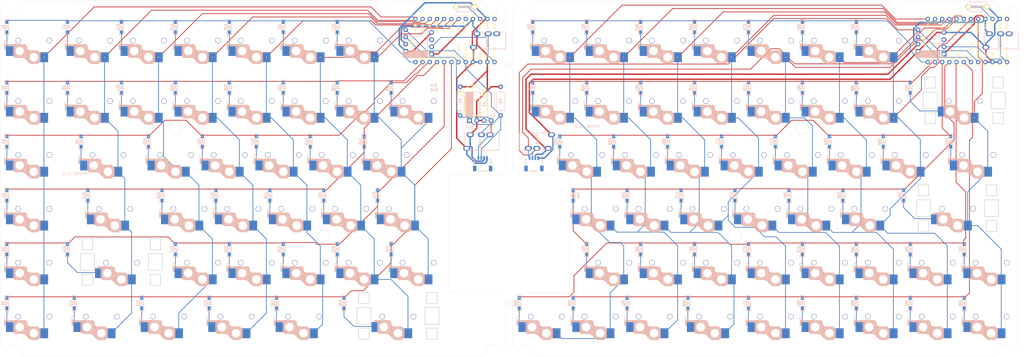
<source format=kicad_pcb>
(kicad_pcb (version 20240108) (generator "pcbnew") (generator_version "8.0")
  (layers (0 "F.Cu" signal) (31 "B.Cu" signal) (34 "B.Paste" user) (35 "F.Paste" user) (36 "B.SilkS" user "B.Silkscreen") (37 "F.SilkS" user "F.Silkscreen") (38 "B.Mask" user) (39 "F.Mask" user) (44 "Edge.Cuts" user))
  (net 0 "")
  (net 1 "Net-(D79-A)")
  (net 2 "Net-(D80-A)")
  (net 3 "Net-(D81-A)")
  (net 4 "Net-(D82-A)")
  (net 5 "Net-(D83-A)")
  (net 6 "Net-(D84-A)")
  (net 7 "Net-(D85-A)")
  (net 8 "Net-(D86-A)")
  (net 9 "Net-(D87-A)")
  (net 10 "Net-(D88-A)")
  (net 11 "Net-(D89-A)")
  (net 12 "Net-(D90-A)")
  (net 13 "Net-(D91-A)")
  (net 14 "Net-(D94-A)")
  (net 15 "Net-(D92-A)")
  (net 16 "Net-(D51-A)")
  (net 17 "Net-(D56-A)")
  (net 18 "Net-(D57-A)")
  (net 19 "Net-(D58-A)")
  (net 20 "Net-(D59-A)")
  (net 21 "Net-(D60-A)")
  (net 22 "Net-(D61-A)")
  (net 23 "Net-(D62-A)")
  (net 24 "Net-(D63-A)")
  (net 25 "Net-(D64-A)")
  (net 26 "Net-(D65-A)")
  (net 27 "Net-(D66-A)")
  (net 28 "Net-(D67-A)")
  (net 29 "Net-(D68-A)")
  (net 30 "Net-(D69-A)")
  (net 31 "Net-(D70-A)")
  (net 32 "Net-(D71-A)")
  (net 33 "Net-(D72-A)")
  (net 34 "Net-(D73-A)")
  (net 35 "Net-(D74-A)")
  (net 36 "Net-(D75-A)")
  (net 37 "Net-(D76-A)")
  (net 38 "Net-(D52-A)")
  (net 39 "Net-(D53-A)")
  (net 41 "Net-(D77-A)")
  (net 42 "Net-(D78-A)")
  (net 43 "Net-(D95-A)")
  (net 44 "Net-(D54-A)")
  (net 45 "Net-(D55-A)")
  (net 46 "Net-(D96-A)")
  (net 47 "Net-(D97-A)")
  (net 48 "Net-(D98-A)")
  (net 49 "Row0_R")
  (net 50 "Row1_R")
  (net 51 "Row2_R")
  (net 52 "Row3_R")
  (net 53 "Row4_R")
  (net 54 "Row5_R")
  (net 55 "GND_R")
  (net 56 "Net-(D42-A)")
  (net 57 "SCL_R")
  (net 58 "SDA_R")
  (net 59 "Col0_R")
  (net 60 "Col1_R")
  (net 61 "Col2_R")
  (net 62 "Col3_R")
  (net 63 "Col4_R")
  (net 64 "Col5_R")
  (net 65 "Col6_R")
  (net 66 "Col7_R")
  (net 67 "VDD_R")
  (net 68 "Row0_L")
  (net 69 "Net-(D1-A)")
  (net 70 "Net-(D2-A)")
  (net 71 "Row1_L")
  (net 72 "Row2_L")
  (net 73 "Net-(D3-A)")
  (net 74 "Net-(D4-A)")
  (net 75 "Row3_L")
  (net 76 "Row4_L")
  (net 77 "Net-(D5-A)")
  (net 78 "Row5_L")
  (net 79 "Net-(D6-A)")
  (net 80 "Net-(D7-A)")
  (net 81 "Net-(D8-A)")
  (net 82 "Net-(D9-A)")
  (net 83 "Net-(D10-A)")
  (net 84 "Net-(D11-A)")
  (net 85 "Net-(D12-A)")
  (net 86 "Net-(D13-A)")
  (net 87 "Net-(D14-A)")
  (net 88 "Net-(D15-A)")
  (net 89 "Net-(D16-A)")
  (net 90 "Net-(D17-A)")
  (net 91 "Net-(D18-A)")
  (net 92 "Net-(D19-A)")
  (net 93 "Net-(D20-A)")
  (net 94 "Net-(D21-A)")
  (net 95 "Net-(D22-A)")
  (net 96 "Net-(D23-A)")
  (net 97 "Net-(D24-A)")
  (net 98 "Net-(D25-A)")
  (net 99 "Net-(D26-A)")
  (net 100 "Net-(D27-A)")
  (net 101 "Net-(D28-A)")
  (net 102 "Net-(D29-A)")
  (net 103 "Net-(D30-A)")
  (net 104 "Net-(D31-A)")
  (net 105 "Net-(D32-A)")
  (net 106 "Net-(D33-A)")
  (net 107 "Net-(D34-A)")
  (net 108 "Net-(D35-A)")
  (net 109 "Net-(D36-A)")
  (net 110 "Net-(D37-A)")
  (net 111 "Net-(D38-A)")
  (net 112 "Net-(D39-A)")
  (net 113 "Net-(D40-A)")
  (net 114 "Net-(D41-A)")
  (net 115 "GND_L")
  (net 116 "VCC_L")
  (net 119 "SDA_L")
  (net 120 "SCL_L")
  (net 121 "Col0_L")
  (net 122 "Col1_L")
  (net 123 "Col2_L")
  (net 124 "Col3_L")
  (net 125 "Col4_L")
  (net 126 "Col5_L")
  (net 127 "Col6_L")
  (net 131 "LED_L")
  (net 133 "LED_R")
  (net 137 "RST_L")
  (net 139 "RST_R")
  (footprint "kbd_Parts:Diode_SMD" (layer "F.Cu") (at 304.8 64.29375 -90)
    (property "Reference" "D76")
    (property "Value" "D" (hide yes))
  )
  (footprint "Rikkodo_FootPrint:rkd_LEDHall" (layer "F.Cu") (at 140.49375 83.34375)
    (property "Reference" "LED25" (hide yes))
    (property "Value" "LED_SK6812MINI-E" (hide yes))
  )
  (footprint "kbd_Hole:m2_Spacer_Hole_hex" (layer "F.Cu") (at 154.78125 116.68125)
    (property "Reference" "Ref**")
    (property "Value" "Val**")
    (fp_line (start -2.4 0) (end -1.2 2.15) (stroke (width 0.1)) (layer "Edge.Cuts"))
    (fp_line (start -1.2 -2.15) (end -2.4 0) (stroke (width 0.1)) (layer "Edge.Cuts"))
    (fp_line (start -1.2 2.15) (end 1.2 2.15) (stroke (width 0.1)) (layer "Edge.Cuts"))
    (fp_line (start 1.2 -2.15) (end -1.2 -2.15) (stroke (width 0.1)) (layer "Edge.Cuts"))
    (fp_line (start 1.2 2.15) (end 2.4 0) (stroke (width 0.1)) (layer "Edge.Cuts"))
    (fp_line (start 2.4 0) (end 1.2 -2.15) (stroke (width 0.1)) (layer "Edge.Cuts"))
  )
  (footprint "Rikkodo_FootPrint:rkd_Asm_ChocV1V2byV1_Hotswap_2u" (layer "F.Cu") (at 83.34375 126.20625)
    (property "Reference" "SW11" (hide yes))
    (property "Value" "SW_Push" (hide yes))
    (fp_line (start -14.5 -3.2) (end -14.5 2.7) (stroke (width 0.2)) (layer "Edge.Cuts"))
    (fp_line (start -13.85 -8.5) (end -10.15 -8.5) (stroke (width 0.2)) (layer "Edge.Cuts"))
    (fp_line (start -13.85 -4.6) (end -13.85 -8.5) (stroke (width 0.2)) (layer "Edge.Cuts"))
    (fp_line (start -13.85 8) (end -13.85 4.1) (stroke (width 0.2)) (layer "Edge.Cuts"))
    (fp_line (start -13.85 8) (end -10.15 8) (stroke (width 0.2)) (layer "Edge.Cuts"))
    (fp_line (start -10.15 -8.5) (end -10.15 -4.6) (stroke (width 0.2)) (layer "Edge.Cuts"))
    (fp_line (start -10.15 -4.6) (end -13.85 -4.6) (stroke (width 0.2)) (layer "Edge.Cuts"))
    (fp_line (start -10.15 4.1) (end -13.85 4.1) (stroke (width 0.2)) (layer "Edge.Cuts"))
    (fp_line (start -10.15 8) (end -10.15 4.1) (stroke (width 0.2)) (layer "Edge.Cuts"))
    (fp_line (start -9.5 -3.2) (end -14.5 -3.2) (stroke (width 0.2)) (layer "Edge.Cuts"))
    (fp_line (start -9.5 2.7) (end -14.5 2.7) (stroke (width 0.2)) (layer "Edge.Cuts"))
    (fp_line (start -9.5 2.7) (end -9.5 -3.2) (stroke (width 0.2)) (layer "Edge.Cuts"))
    (fp_line (start 9.5 -3.2) (end 9.5 2.7) (stroke (width 0.2)) (layer "Edge.Cuts"))
    (fp_line (start 9.5 -3.2) (end 14.5 -3.2) (stroke (width 0.2)) (layer "Edge.Cuts"))
    (fp_line (start 9.5 2.7) (end 14.5 2.7) (stroke (width 0.2)) (layer "Edge.Cuts"))
    (fp_line (start 10.15 -8.5) (end 10.15 -4.6) (stroke (width 0.2)) (layer "Edge.Cuts"))
    (fp_line (start 10.15 -4.6) (end 13.85 -4.6) (stroke (width 0.2)) (layer "Edge.Cuts"))
    (fp_line (start 10.15 4.1) (end 13.85 4.1) (stroke (width 0.2)) (layer "Edge.Cuts"))
    (fp_line (start 10.15 8) (end 10.15 4.1) (stroke (width 0.2)) (layer "Edge.Cuts"))
    (fp_line (start 13.85 -8.5) (end 10.15 -8.5) (stroke (width 0.2)) (layer "Edge.Cuts"))
    (fp_line (start 13.85 -8.5) (end 13.85 -4.6) (stroke (width 0.2)) (layer "Edge.Cuts"))
    (fp_line (start 13.85 4.1) (end 13.85 8) (stroke (width 0.2)) (layer "Edge.Cuts"))
    (fp_line (start 13.85 8) (end 10.15 8) (stroke (width 0.2)) (layer "Edge.Cuts"))
    (fp_line (start 14.5 2.7) (end 14.5 -3.2) (stroke (width 0.2)) (layer "Edge.Cuts"))
  )
  (footprint "Rikkodo_FootPrint:rkd_Asm_ChocV1V2_Hotswap_1u" (layer "F.Cu") (at 352.425 69.05625)
    (property "Reference" "SW88" (hide yes))
    (property "Value" "SW_Push" (hide yes))
  )
  (footprint "Rikkodo_FootPrint:rkd_LEDHall" (layer "F.Cu") (at 76.2 140.49375 180)
    (property "Reference" "LED5" (hide yes))
    (property "Value" "LED_SK6812MINI-E" (hide yes))
  )
  (footprint "kbd_Parts:Diode_SMD" (layer "F.Cu") (at 83.34375 64.29375 -90)
    (property "Reference" "D14")
    (property "Value" "D" (hide yes))
  )
  (footprint "Rikkodo_FootPrint:rkd_LEDHall" (layer "F.Cu") (at 200.025 90.4875)
    (property "Reference" "LED28" (hide yes))
    (property "Value" "LED_SK6812MINI-E" (hide yes))
  )
  (footprint "kbd_Parts:Diode_SMD" (layer "F.Cu") (at 111.91875 83.34375 -90)
    (property "Reference" "D21")
    (property "Value" "D" (hide yes))
  )
  (footprint "Rikkodo_FootPrint:rkd_LEDHall" (layer "F.Cu") (at 150.01875 121.44375)
    (property "Reference" "LED11" (hide yes))
    (property "Value" "LED_SK6812MINI-E" (hide yes))
  )
  (footprint "Rikkodo_FootPrint:rkd_Asm_ChocV1V2_Hotswap_1u" (layer "F.Cu") (at 147.6375 145.25625)
    (property "Reference" "SW30" (hide yes))
    (property "Value" "SW_Push" (hide yes))
  )
  (footprint "Rikkodo_FootPrint:rkd_Asm_ChocV1V2_Hotswap_1u" (layer "F.Cu") (at 80.9625 107.15625)
    (property "Reference" "SW10" (hide yes))
    (property "Value" "SW_Push" (hide yes))
  )
  (footprint "Rikkodo_FootPrint:rkd_Asm_ChocV1V2_Hotswap_1u" (layer "F.Cu") (at 52.3875 88.10625)
    (property "Reference" "SW3" (hide yes))
    (property "Value" "SW_Push" (hide yes))
  )
  (footprint "kbd_Parts:Diode_SMD" (layer "F.Cu") (at 169.06875 83.34375 -90)
    (property "Reference" "D40")
    (property "Value" "D" (hide yes))
  )
  (footprint "Rikkodo_FootPrint:rkd_LEDHall" (layer "F.Cu") (at 111.91875 121.44375)
    (property "Reference" "LED9" (hide yes))
    (property "Value" "LED_SK6812MINI-E" (hide yes))
  )
  (footprint "kbd_Parts:Diode_SMD" (layer "F.Cu") (at 102.39375 64.29375 -90)
    (property "Reference" "D20")
    (property "Value" "D" (hide yes))
  )
  (footprint "BrownSugar_KBD:ProMicro_r" (layer "F.Cu") (at 383.38125 47.625 -90)
    (property "Reference" "U2" (hide yes))
    (property "Value" "ProMicro" (hide yes))
  )
  (footprint "kbd_Parts:Diode_SMD" (layer "F.Cu") (at 323.85 64.29375 -90)
    (property "Reference" "D82")
    (property "Value" "D" (hide yes))
  )
  (footprint "Rikkodo_FootPrint:rkd_Asm_ChocV1V2_Hotswap_1u" (layer "F.Cu") (at 385.7625 88.10625)
    (property "Reference" "SW95" (hide yes))
    (property "Value" "SW_Push" (hide yes))
  )
  (footprint "kbd_Parts:Diode_SMD" (layer "F.Cu") (at 361.95 121.44375 -90)
    (property "Reference" "D91")
    (property "Value" "D" (hide yes))
  )
  (footprint "Rikkodo_FootPrint:rkd_LEDHall" (layer "F.Cu") (at 238.125 42.8625)
    (property "Reference" "LED97" (hide yes))
    (property "Value" "LED_SK6812MINI-E" (hide yes))
  )
  (footprint "Rikkodo_FootPrint:rkd_LEDHall" (layer "F.Cu") (at 130.96875 121.44375)
    (property "Reference" "LED10" (hide yes))
    (property "Value" "LED_SK6812MINI-E" (hide yes))
  )
  (footprint "Rikkodo_FootPrint:rkd_LEDHall" (layer "F.Cu") (at 333.375 64.29375)
    (property "Reference" "LED88" (hide yes))
    (property "Value" "LED_SK6812MINI-E" (hide yes))
  )
  (footprint "Rikkodo_FootPrint:rkd_LEDHall" (layer "F.Cu") (at 295.275 64.29375)
    (property "Reference" "LED86" (hide yes))
    (property "Value" "LED_SK6812MINI-E" (hide yes))
  )
  (footprint "Rikkodo_FootPrint:rkd_Asm_ChocV1V2_Hotswap_1u" (layer "F.Cu") (at 73.81875 47.625)
    (property "Reference" "SW7" (hide yes))
    (property "Value" "SW_Push" (hide yes))
  )
  (footprint "Rikkodo_FootPrint:rkd_cutdot" (layer "F.Cu") (at 219.371969 140.49375 90)
    (property "Reference" "REF**" (hide yes))
    (property "Value" "rkd_cutdot" (hide yes))
    (fp_line (start 1.190624 0.297656) (end 1.190482 -0.297479) (stroke (width 0.05)) (layer "Edge.Cuts"))
    (fp_line (start -1.190628 0.297656) (end -1.190768 -0.297479) (stroke (width 0.05)) (layer "Edge.Cuts"))
  )
  (footprint "Rikkodo_FootPrint:rkd_Asm_ChocV1V2_Hotswap_1u" (layer "F.Cu") (at 102.39375 88.10625)
    (property "Reference" "SW15" (hide yes))
    (property "Value" "SW_Push" (hide yes))
  )
  (footprint "Rikkodo_FootPrint:rkd_LOGO_2x" (layer "F.Cu") (at 207.16875 69.05625)
    (property "Reference" "REF**" (hide yes))
    (property "Value" "rkd_LOGO_2x" (hide yes))
  )
  (footprint "kbd_Parts:Diode_SMD" (layer "F.Cu") (at 161.925 140.49375 -90)
    (property "Reference" "D36")
    (property "Value" "D" (hide yes))
  )
  (footprint "Rikkodo_FootPrint:rkd_LEDHall" (layer "F.Cu") (at 145.25625 102.39375 180)
    (property "Reference" "LED16" (hide yes))
    (property "Value" "LED_SK6812MINI-E" (hide yes))
  )
  (footprint "kbd_Parts:Diode_SMD" (layer "F.Cu") (at 178.59375 121.44375 -90)
    (property "Reference" "D42")
    (property "Value" "D" (hide yes))
  )
  (footprint "Rikkodo_FootPrint:rkd_Asm_ChocV1V2_Hotswap_1u" (layer "F.Cu") (at 52.3875 126.20625)
    (property "Reference" "SW5" (hide yes))
    (property "Value" "SW_Push" (hide yes))
  )
  (footprint "kbd_Parts:Diode_SMD" (layer "F.Cu") (at 159.54375 42.8625 -90)
    (property "Reference" "D37")
    (property "Value" "D" (hide yes))
  )
  (footprint "Rikkodo_FootPrint:rkd_LEDHall" (layer "F.Cu") (at 52.3875 121.44375)
    (property "Reference" "LED7" (hide yes))
    (property "Value" "LED_SK6812MINI-E" (hide yes))
  )
  (footprint "Rikkodo_FootPrint:rkd_cutdot" (layer "F.Cu") (at 221.158408 55.959098 90)
    (property "Reference" "REF**" (hide yes))
    (property "Value" "rkd_cutdot" (hide yes))
    (fp_line (start 1.190624 0.297656) (end 1.190482 -0.297479) (stroke (width 0.05)) (layer "Edge.Cuts"))
    (fp_line (start -1.190628 0.297656) (end -1.190768 -0.297479) (stroke (width 0.05)) (layer "Edge.Cuts"))
  )
  (footprint "Rikkodo_FootPrint:rkd_Asm_ChocV1V2_Hotswap_1u" (layer "F.Cu") (at 252.4125 107.15625)
    (property "Reference" "SW60" (hide yes))
    (property "Value" "SW_Push" (hide yes))
  )
  (footprint "Rikkodo_FootPrint:rkd_LEDHall" (layer "F.Cu") (at 169.06875 64.29375 180)
    (property "Reference" "LED30" (hide yes))
    (property "Value" "LED_SK6812MINI-E" (hide yes))
  )
  (footprint "Rikkodo_FootPrint:rkd_Asm_ChocV1V2_Hotswap_1u" (layer "F.Cu") (at 100.0125 145.25625)
    (property "Reference" "SW18" (hide yes))
    (property "Value" "SW_Push" (hide yes))
  )
  (footprint "kbd_Parts:ResetSW" (layer "F.Cu") (at 204.7875 35.71875 180)
    (property "Reference" "SW101" (hide yes))
    (property "Value" "SW_Push")
  )
  (footprint "kbd_Parts:Diode_SMD" (layer "F.Cu") (at 69.05625 83.34375 -90)
    (property "Reference" "D9")
    (property "Value" "D" (hide yes))
  )
  (footprint "kbd_Parts:Diode_SMD" (layer "F.Cu") (at 319.0875 102.39375 -90)
    (property "Reference" "D84")
    (property "Value" "D" (hide yes))
  )
  (footprint "Rikkodo_FootPrint:rkd_LEDHall" (layer "F.Cu") (at 92.86875 42.8625)
    (property "Reference" "LED39" (hide yes))
    (property "Value" "LED_SK6812MINI-E" (hide yes))
  )
  (footprint "kbd_Parts:Diode_SMD" (layer "F.Cu") (at 90.4875 140.49375 -90)
    (property "Reference" "D18")
    (property "Value" "D" (hide yes))
  )
  (footprint "Rikkodo_FootPrint:rkd_Asm_ChocV1V2_Hotswap_1u" (layer "F.Cu") (at 111.91875 47.625)
    (property "Reference" "SW19" (hide yes))
    (property "Value" "SW_Push" (hide yes))
  )
  (footprint "Rikkodo_FootPrint:rkd_LEDHall" (layer "F.Cu") (at 295.275 121.44375 180)
    (property "Reference" "LED65" (hide yes))
    (property "Value" "LED_SK6812MINI-E" (hide yes))
  )
  (footprint "Rikkodo_FootPrint:rkd_LEDHall" (layer "F.Cu") (at 238.125 64.29375)
    (property "Reference" "LED83" (hide yes))
    (property "Value" "LED_SK6812MINI-E" (hide yes))
  )
  (footprint "Rikkodo_FootPrint:rkd_LEDHall" (layer "F.Cu") (at 276.225 64.29375)
    (property "Reference" "LED85" (hide yes))
    (property "Value" "LED_SK6812MINI-E" (hide yes))
  )
  (footprint "kbd_Parts:Diode_SMD" (layer "F.Cu") (at 140.49375 42.8625 -90)
    (property "Reference" "D31")
    (property "Value" "D" (hide yes))
  )
  (footprint "Rikkodo_FootPrint:rkd_Asm_ChocV1V2_Hotswap_1u" (layer "F.Cu") (at 342.9 88.10625)
    (property "Reference" "SW83" (hide yes))
    (property "Value" "SW_Push" (hide yes))
  )
  (footprint "kbd_Parts:Diode_SMD" (layer "F.Cu") (at 102.39375 42.8625 -90)
    (property "Reference" "D19")
    (property "Value" "D" (hide yes))
  )
  (footprint "Rikkodo_FootPrint:rkd_Asm_ChocV1V2_Hotswap_1u" (layer "F.Cu") (at 111.91875 126.20625)
    (property "Reference" "SW17" (hide yes))
    (property "Value" "SW_Push" (hide yes))
  )
  (footprint "Rikkodo_FootPrint:rkd_Asm_ChocV1V2_Hotswap_1u" (layer "F.Cu") (at 371.475 126.20625)
    (property "Reference" "SW91" (hide yes))
    (property "Value" "SW_Push" (hide yes))
  )
  (footprint "Rikkodo_FootPrint:rkd_Asm_ChocV1V2_Hotswap_1u" (layer "F.Cu") (at 238.125 47.625)
    (property "Reference" "SW51" (hide yes))
    (property "Value" "SW_Push" (hide yes))
  )
  (footprint "Rikkodo_FootPrint:rkd_Asm_ChocV1V2_Hotswap_1u" (layer "F.Cu") (at 252.4125 145.25625)
    (property "Reference" "SW56" (hide yes))
    (property "Value" "SW_Push" (hide yes))
  )
  (footprint "Rikkodo_FootPrint:rkd_Asm_ChocV1V2_Hotswap_1u" (layer "F.Cu") (at 52.3875 69.05625)
    (property "Reference" "SW2" (hide yes))
    (property "Value" "SW_Push" (hide yes))
  )
  (footprint "Rikkodo_FootPrint:rkd_Asm_ChocV1V2_Hotswap_1u" (layer "F.Cu") (at 169.06875 126.20625)
    (property "Reference" "SW35" (hide yes))
    (property "Value" "SW_Push" (hide yes))
  )
  (footprint "Rikkodo_FootPrint:rkd_Asm_ChocV1V2_Hotswap_1u" (layer "F.Cu") (at 314.325 145.25625)
    (property "Reference" "SW74" (hide yes))
    (property "Value" "SW_Push" (hide yes))
  )
  (footprint "kbd_Parts:Diode_SMD" (layer "F.Cu") (at 257.175 83.34375 -90)
    (property "Reference" "D59")
    (property "Value" "D" (hide yes))
  )
  (footprint "kbd_Parts:Diode_SMD" (layer "F.Cu") (at 283.36875 140.49375 -90)
    (property "Reference" "D68")
    (property "Value" "D" (hide yes))
  )
  (footprint "kbd_Parts:ResetSW" (layer "F.Cu") (at 385.7625 35.71875 180)
    (property "Reference" "SW102" (hide yes))
    (property "Value" "SW_Push")
  )
  (footprint "Rikkodo_FootPrint:rkd_Asm_ChocV1V2_Hotswap_1u" (layer "F.Cu") (at 352.425 47.625)
    (property "Reference" "SW87" (hide yes))
    (property "Value" "SW_Push" (hide yes))
  )
  (footprint "Rikkodo_FootPrint:rkd_Asm_ChocV1V2_Hotswap_1u" (layer "F.Cu") (at 285.75 88.10625)
    (property "Reference" "SW65" (hide yes))
    (property "Value" "SW_Push" (hide yes))
  )
  (footprint "kbd_Parts:Diode_SMD" (layer "F.Cu") (at 342.9 121.44375 -90)
    (property "Reference" "D85")
    (property "Value" "D" (hide yes))
  )
  (footprint "Rikkodo_FootPrint:rkd_Asm_ChocV1V2_Hotswap_1u" (layer "F.Cu") (at 130.96875 69.05625)
    (property "Reference" "SW26" (hide yes))
    (property "Value" "SW_Push" (hide yes))
  )
  (footprint "kbd_Parts:Diode_SMD" (layer "F.Cu") (at 300.0375 102.39375 -90)
    (property "Reference" "D78")
    (property "Value" "D" (hide yes))
  )
  (footprint "Rikkodo_FootPrint:rkd_LEDHall" (layer "F.Cu") (at 100.0125 140.49375 180)
    (property "Reference" "LED4" (hide yes))
    (property "Value" "LED_SK6812MINI-E" (hide yes))
  )
  (footprint "kbd_Parts:Diode_SMD" (layer "F.Cu") (at 280.9875 102.39375 -90)
    (property "Reference" "D72")
    (property "Value" "D" (hide yes))
  )
  (footprint "kbd_Parts:Diode_SMD" (layer "F.Cu") (at 261.9375 102.39375 -90)
    (property "Reference" "D66")
    (property "Value" "D" (hide yes))
  )
  (footprint "Rikkodo_FootPrint:rkd_Asm_ChocV1V2_Hotswap_1u" (layer "F.Cu") (at 295.275 126.20625)
    (property "Reference" "SW67" (hide yes))
    (property "Value" "SW_Push" (hide yes))
  )
  (footprint "Rikkodo_FootPrint:rkd_LEDHall" (layer "F.Cu") (at 314.325 140.49375)
    (property "Reference" "LED55" (hide yes))
    (property "Value" "LED_SK6812MINI-E" (hide yes))
  )
  (footprint "Rikkodo_FootPrint:rkd_LEDHall" (layer "F.Cu") (at 159.54375 83.34375)
    (property "Reference" "LED26" (hide yes))
    (property "Value" "LED_SK6812MINI-E" (hide yes))
  )
  (footprint "kbd_Parts:Diode_SMD" (layer "F.Cu") (at 42.8625 42.8625 -90)
    (property "Reference" "D1")
    (property "Value" "D" (hide yes))
  )
  (footprint "Rikkodo_FootPrint:rkd_LEDHall" (layer "F.Cu") (at 111.91875 42.8625)
    (property "Reference" "LED40" (hide yes))
    (property "Value" "LED_SK6812MINI-E" (hide yes))
  )
  (footprint "Rikkodo_FootPrint:rkd_Asm_ChocV1V2_Hotswap_1u" (layer "F.Cu") (at 92.86875 69.05625)
    (property "Reference" "SW14" (hide yes))
    (property "Value" "SW_Push" (hide yes))
  )
  (footprint "Rikkodo_FootPrint:rkd_Asm_ChocV1V2_Hotswap_1u" (layer "F.Cu") (at 169.06875 69.05625)
    (property "Reference" "SW38" (hide yes))
    (property "Value" "SW_Push" (hide yes))
  )
  (footprint "Rikkodo_FootPrint:rkd_Asm_ChocV1V2_Hotswap_1u" (layer "F.Cu") (at 309.5625 107.15625)
    (property "Reference" "SW78" (hide yes))
    (property "Value" "SW_Push" (hide yes))
  )
  (footprint "Rikkodo_FootPrint:rkd_Asm_ChocV1V2_Hotswap_1u" (layer "F.Cu") (at 150.01875 47.625)
    (property "Reference" "SW31" (hide yes))
    (property "Value" "SW_Push" (hide yes))
  )
  (footprint "Rikkodo_FootPrint:rkd_Asm_ChocV1V2_Hotswap_1u" (layer "F.Cu") (at 333.375 145.25625)
    (property "Reference" "SW80" (hide yes))
    (property "Value" "SW_Push" (hide yes))
  )
  (footprint "Rikkodo_FootPrint:rkd_LEDHall" (layer "F.Cu") (at 371.475 121.44375 180)
    (property "Reference" "LED61" (hide yes))
    (property "Value" "LED_SK6812MINI-E" (hide yes))
  )
  (footprint "Rikkodo_FootPrint:rkd_Asm_ChocV1V2_Hotswap_1u" (layer "F.Cu") (at 178.59375 88.10625)
    (property "Reference" "SW40" (hide yes))
    (property "Value" "SW_Push" (hide yes))
  )
  (footprint "kbd_Hole:m2_Spacer_Hole_hex" (layer "F.Cu") (at 300.053125 116.68125)
    (property "Reference" "Ref**")
    (property "Value" "Val**")
    (fp_line (start -2.4 0) (end -1.2 2.15) (stroke (width 0.1)) (layer "Edge.Cuts"))
    (fp_line (start -1.2 -2.15) (end -2.4 0) (stroke (width 0.1)) (layer "Edge.Cuts"))
    (fp_line (start -1.2 2.15) (end 1.2 2.15) (stroke (width 0.1)) (layer "Edge.Cuts"))
    (fp_line (start 1.2 -2.15) (end -1.2 -2.15) (stroke (width 0.1)) (layer "Edge.Cuts"))
    (fp_line (start 1.2 2.15) (end 2.4 0) (stroke (width 0.1)) (layer "Edge.Cuts"))
    (fp_line (start 2.4 0) (end 1.2 -2.15) (stroke (width 0.1)) (layer "Edge.Cuts"))
  )
  (footprint "kbd_Parts:Diode_SMD" (layer "F.Cu") (at 42.8625 64.29375 -90)
    (property "Reference" "D2")
    (property "Value" "D" (hide yes))
  )
  (footprint "Rikkodo_FootPrint:rkd_LEDHall" (layer "F.Cu") (at 126.20625 102.39375 180)
    (property "Reference" "LED17" (hide yes))
    (property "Value" "LED_SK6812MINI-E" (hide yes))
  )
  (footprint "Rikkodo_FootPrint:rkd_Asm_ChocV1V2_Hotswap_1u" (layer "F.Cu") (at 130.96875 47.625)
    (property "Reference" "SW25" (hide yes))
    (property "Value" "SW_Push" (hide yes))
  )
  (footprint "Rikkodo_FootPrint:rkd_LEDHall" (layer "F.Cu") (at 188.11875 64.29375 180)
    (property "Reference" "LED29" (hide yes))
    (property "Value" "LED_SK6812MINI-E" (hide yes))
  )
  (footprint "Rikkodo_FootPrint:rkd_Asm_ChocV1V2_Hotswap_1u" (layer "F.Cu") (at 257.175 47.625)
    (property "Reference" "SW57" (hide yes))
    (property "Value" "SW_Push" (hide yes))
  )
  (footprint "kbd_Parts:Diode_SMD" (layer "F.Cu") (at 42.8625 121.44375 -90)
    (property "Reference" "D5")
    (property "Value" "D" (hide yes))
  )
  (footprint "Rikkodo_FootPrint:rkd_Asm_ChocV1V2_Hotswap_1u" (layer "F.Cu") (at 52.3875 47.625)
    (property "Reference" "SW1" (hide yes))
    (property "Value" "SW_Push" (hide yes))
  )
  (footprint "Rikkodo_FootPrint:rkd_Asm_ChocV1V2_Hotswap_1u" (layer "F.Cu") (at 295.275 69.05625)
    (property "Reference" "SW70" (hide yes))
    (property "Value" "SW_Push" (hide yes))
  )
  (footprint "kbd_Parts:Diode_SMD" (layer "F.Cu") (at 342.9 64.29375 -90)
    (property "Reference" "D88")
    (property "Value" "D" (hide yes))
  )
  (footprint "kbd_Parts:Diode_SMD" (layer "F.Cu") (at 121.44375 42.8625 -90)
    (property "Reference" "D25")
    (property "Value" "D" (hide yes))
  )
  (footprint "kbd_Parts:Diode_SMD" (layer "F.Cu") (at 64.29375 121.44375 -90)
    (property "Reference" "D11")
    (property "Value" "D" (hide yes))
  )
  (footprint "Rikkodo_FootPrint:rkd_LEDHall" (layer "F.Cu") (at 233.3625 140.49375)
    (property "Reference" "LED51" (hide yes))
    (property "Value" "LED_SK6812MINI-E" (hide yes))
  )
  (footprint "Rikkodo_FootPrint:rkd_LEDHall" (layer "F.Cu") (at 314.325 121.44375 180)
    (property "Reference" "LED64" (hide yes))
    (property "Value" "LED_SK6812MINI-E" (hide yes))
  )
  (footprint "Rikkodo_FootPrint:rkd_Asm_ChocV1V2_Hotswap_1u" (layer "F.Cu") (at 323.85 88.10625)
    (property "Reference" "SW77" (hide yes))
    (property "Value" "SW_Push" (hide yes))
  )
  (footprint "Rikkodo_FootPrint:rkd_Asm_ChocV1V2_Hotswap_1u" (layer "F.Cu") (at 150.01875 69.05625)
    (property "Reference" "SW32" (hide yes))
    (property "Value" "SW_Push" (hide yes))
  )
  (footprint "Rikkodo_FootPrint:rkd_LEDHall" (layer "F.Cu") (at 314.325 64.29375)
    (property "Reference" "LED87" (hide yes))
    (property "Value" "LED_SK6812MINI-E" (hide yes))
  )
  (footprint "Rikkodo_FootPrint:rkd_Asm_ChocV1V2_Hotswap_1u" (layer "F.Cu") (at 361.95 88.10625)
    (property "Reference" "SW89" (hide yes))
    (property "Value" "SW_Push" (hide yes))
  )
  (footprint "Rikkodo_FootPrint:rkd_LEDHall" (layer "F.Cu") (at 333.375 140.49375)
    (property "Reference" "LED56" (hide yes))
    (property "Value" "LED_SK6812MINI-E" (hide yes))
  )
  (footprint "Rikkodo_FootPrint:rkd_LEDHall" (layer "F.Cu") (at 257.175 64.29375)
    (property "Reference" "LED84" (hide yes))
    (property "Value" "LED_SK6812MINI-E" (hide yes))
  )
  (footprint "Rikkodo_FootPrint:rkd_LEDHall" (layer "F.Cu") (at 52.3875 102.39375 180)
    (property "Reference" "LED20" (hide yes))
    (property "Value" "LED_SK6812MINI-E" (hide yes))
  )
  (footprint "kbd_Parts:Diode_SMD" (layer "F.Cu") (at 304.8 42.8625 -90)
    (property "Reference" "D75")
    (property "Value" "D" (hide yes))
  )
  (footprint "Rikkodo_FootPrint:rkd_Asm_ChocV1V2_Hotswap_1u" (layer "F.Cu") (at 257.175 69.05625)
    (property "Reference" "SW58" (hide yes))
    (property "Value" "SW_Push" (hide yes))
  )
  (footprint "kbd_Parts:Diode_SMD" (layer "F.Cu") (at 295.275 83.34375 -90)
    (property "Reference" "D71")
    (property "Value" "D" (hide yes))
  )
  (footprint "Rikkodo_FootPrint:rkd_Asm_ChocV1V2_Hotswap_1u" (layer "F.Cu") (at 121.44375 88.10625)
    (property "Reference" "SW21" (hide yes))
    (property "Value" "SW_Push" (hide yes))
  )
  (footprint "Rikkodo_FootPrint:rkd_LEDHall" (layer "F.Cu") (at 52.3875 140.49375 180)
    (property "Reference" "LED6" (hide yes))
    (property "Value" "LED_SK6812MINI-E" (hide yes))
  )
  (footprint "Rikkodo_FootPrint:rkd_Asm_ChocV1V2_Hotswap_1u" (layer "F.Cu") (at 371.475 145.25625)
    (property "Reference" "SW92" (hide yes))
    (property "Value" "SW_Push" (hide yes))
  )
  (footprint "BrownSugar_KBD:OLED_center_module" (layer "F.Cu") (at 201.215625 47.625 -90)
    (property "Reference" "OL1")
    (property "Value" "OLED" (hide yes))
  )
  (footprint "kbd_Parts:Diode_SMD" (layer "F.Cu") (at 42.8625 83.34375 -90)
    (property "Reference" "D3")
    (property "Value" "D" (hide yes))
  )
  (footprint "kbd_Parts:Diode_SMD" (layer "F.Cu") (at 285.75 64.29375 -90)
    (property "Reference" "D70")
    (property "Value" "D" (hide yes))
  )
  (footprint "kbd_Parts:Diode_SMD" (layer "F.Cu") (at 116.68125 102.39375 -90)
    (property "Reference" "D22")
    (property "Value" "D" (hide yes))
  )
  (footprint "Rikkodo_FootPrint:rkd_LEDHall" (layer "F.Cu") (at 347.6625 102.39375)
    (property "Reference" "LED73" (hide yes))
    (property "Value" "LED_SK6812MINI-E" (hide yes))
  )
  (footprint "kbd_Parts:Diode_SMD" (layer "F.Cu") (at 285.75 42.8625 -90)
    (property "Reference" "D69")
    (property "Value" "D" (hide yes))
  )
  (footprint "Rikkodo_FootPrint:rkd_Asm_ChocV1V2byV1_Hotswap_2u" (layer "F.Cu") (at 180.975 145.25625)
    (property "Reference" "SW36" (hide yes))
    (property "Value" "SW_Push" (hide yes))
    (fp_line (start -14.5 -3.2) (end -14.5 2.7) (stroke (width 0.2)) (layer "Edge.Cuts"))
    (fp_line (start -13.85 -8.5) (end -10.15 -8.5) (stroke (width 0.2)) (layer "Edge.Cuts"))
    (fp_line (start -13.85 -4.6) (end -13.85 -8.5) (stroke (width 0.2)) (layer "Edge.Cuts"))
    (fp_line (start -13.85 8) (end -13.85 4.1) (stroke (width 0.2)) (layer "Edge.Cuts"))
    (fp_line (start -13.85 8) (end -10.15 8) (stroke (width 0.2)) (layer "Edge.Cuts"))
    (fp_line (start -10.15 -8.5) (end -10.15 -4.6) (stroke (width 0.2)) (layer "Edge.Cuts"))
    (fp_line (start -10.15 -4.6) (end -13.85 -4.6) (stroke (width 0.2)) (layer "Edge.Cuts"))
    (fp_line (start -10.15 4.1) (end -13.85 4.1) (stroke (width 0.2)) (layer "Edge.Cuts"))
    (fp_line (start -10.15 8) (end -10.15 4.1) (stroke (width 0.2)) (layer "Edge.Cuts"))
    (fp_line (start -9.5 -3.2) (end -14.5 -3.2) (stroke (width 0.2)) (layer "Edge.Cuts"))
    (fp_line (start -9.5 2.7) (end -14.5 2.7) (stroke (width 0.2)) (layer "Edge.Cuts"))
    (fp_line (start -9.5 2.7) (end -9.5 -3.2) (stroke (width 0.2)) (layer "Edge.Cuts"))
    (fp_line (start 9.5 -3.2) (end 9.5 2.7) (stroke (width 0.2)) (layer "Edge.Cuts"))
    (fp_line (start 9.5 -3.2) (end 14.5 -3.2) (stroke (width 0.2)) (layer "Edge.Cuts"))
    (fp_line (start 9.5 2.7) (end 14.5 2.7) (stroke (width 0.2)) (layer "Edge.Cuts"))
    (fp_line (start 10.15 -8.5) (end 10.15 -4.6) (stroke (width 0.2)) (layer "Edge.Cuts"))
    (fp_line (start 10.15 -4.6) (end 13.85 -4.6) (stroke (width 0.2)) (layer "Edge.Cuts"))
    (fp_line (start 10.15 4.1) (end 13.85 4.1) (stroke (width 0.2)) (layer "Edge.Cuts"))
    (fp_line (start 10.15 8) (end 10.15 4.1) (stroke (width 0.2)) (layer "Edge.Cuts"))
    (fp_line (start 13.85 -8.5) (end 10.15 -8.5) (stroke (width 0.2)) (layer "Edge.Cuts"))
    (fp_line (start 13.85 -8.5) (end 13.85 -4.6) (stroke (width 0.2)) (layer "Edge.Cuts"))
    (fp_line (start 13.85 4.1) (end 13.85 8) (stroke (width 0.2)) (layer "Edge.Cuts"))
    (fp_line (start 13.85 8) (end 10.15 8) (stroke (width 0.2)) (layer "Edge.Cuts"))
    (fp_line (start 14.5 2.7) (end 14.5 -3.2) (stroke (width 0.2)) (layer "Edge.Cuts"))
  )
  (footprint "Rikkodo_FootPrint:rkd_LEDHall" (layer "F.Cu") (at 121.44375 83.34375)
    (property "Reference" "LED24" (hide yes))
    (property "Value" "LED_SK6812MINI-E" (hide yes))
  )
  (footprint "kbd_Hole:m2_Spacer_Hole_hex" (layer "F.Cu") (at 323.85 78.58125)
    (property "Reference" "Ref**")
    (property "Value" "Val**")
    (fp_line (start -2.4 0) (end -1.2 2.15) (stroke (width 0.1)) (layer "Edge.Cuts"))
    (fp_line (start -1.2 -2.15) (end -2.4 0) (stroke (width 0.1)) (layer "Edge.Cuts"))
    (fp_line (start -1.2 2.15) (end 1.2 2.15) (stroke (width 0.1)) (layer "Edge.Cuts"))
    (fp_line (start 1.2 -2.15) (end -1.2 -2.15) (stroke (width 0.1)) (layer "Edge.Cuts"))
    (fp_line (start 1.2 2.15) (end 2.4 0) (stroke (width 0.1)) (layer "Edge.Cuts"))
    (fp_line (start 2.4 0) (end 1.2 -2.15) (stroke (width 0.1)) (layer "Edge.Cuts"))
  )
  (footprint "Rikkodo_FootPrint:rkd_LEDHall" (layer "F.Cu") (at 111.91875 64.29375 180)
    (property "Reference" "LED33" (hide yes))
    (property "Value" "LED_SK6812MINI-E" (hide yes))
  )
  (footprint "Rikkodo_FootPrint:rkd_Asm_ChocV1V2byV1_Hotswap_2u" (layer "F.Cu") (at 378.61875 107.15625)
    (property "Reference" "SW96" (hide yes))
    (property "Value" "SW_Push" (hide yes))
    (fp_line (start -14.5 -3.2) (end -14.5 2.7) (stroke (width 0.2)) (layer "Edge.Cuts"))
    (fp_line (start -13.85 -8.5) (end -10.15 -8.5) (stroke (width 0.2)) (layer "Edge.Cuts"))
    (fp_line (start -13.85 -4.6) (end -13.85 -8.5) (stroke (width 0.2)) (layer "Edge.Cuts"))
    (fp_line (start -13.85 8) (end -13.85 4.1) (stroke (width 0.2)) (layer "Edge.Cuts"))
    (fp_line (start -13.85 8) (end -10.15 8) (stroke (width 0.2)) (layer "Edge.Cuts"))
    (fp_line (start -10.15 -8.5) (end -10.15 -4.6) (stroke (width 0.2)) (layer "Edge.Cuts"))
    (fp_line (start -10.15 -4.6) (end -13.85 -4.6) (stroke (width 0.2)) (layer "Edge.Cuts"))
    (fp_line (start -10.15 4.1) (end -13.85 4.1) (stroke (width 0.2)) (layer "Edge.Cuts"))
    (fp_line (start -10.15 8) (end -10.15 4.1) (stroke (width 0.2)) (layer "Edge.Cuts"))
    (fp_line (start -9.5 -3.2) (end -14.5 -3.2) (stroke (width 0.2)) (layer "Edge.Cuts"))
    (fp_line (start -9.5 2.7) (end -14.5 2.7) (stroke (width 0.2)) (layer "Edge.Cuts"))
    (fp_line (start -9.5 2.7) (end -9.5 -3.2) (stroke (width 0.2)) (layer "Edge.Cuts"))
    (fp_line (start 9.5 -3.2) (end 9.5 2.7) (stroke (width 0.2)) (layer "Edge.Cuts"))
    (fp_line (start 9.5 -3.2) (end 14.5 -3.2) (stroke (width 0.2)) (layer "Edge.Cuts"))
    (fp_line (start 9.5 2.7) (end 14.5 2.7) (stroke (width 0.2)) (layer "Edge.Cuts"))
    (fp_line (start 10.15 -8.5) (end 10.15 -4.6) (stroke (width 0.2)) (layer "Edge.Cuts"))
    (fp_line (start 10.15 -4.6) (end 13.85 -4.6) (stroke (width 0.2)) (layer "Edge.Cuts"))
    (fp_line (start 10.15 4.1) (end 13.85 4.1) (stroke (width 0.2)) (layer "Edge.Cuts"))
    (fp_line (start 10.15 8) (end 10.15 4.1) (stroke (width 0.2)) (layer "Edge.Cuts"))
    (fp_line (start 13.85 -8.5) (end 10.15 -8.5) (stroke (width 0.2)) (layer "Edge.Cuts"))
    (fp_line (start 13.85 -8.5) (end 13.85 -4.6) (stroke (width 0.2)) (layer "Edge.Cuts"))
    (fp_line (start 13.85 4.1) (end 13.85 8) (stroke (width 0.2)) (layer "Edge.Cuts"))
    (fp_line (start 13.85 8) (end 10.15 8) (stroke (width 0.2)) (layer "Edge.Cuts"))
    (fp_line (start 14.5 2.7) (end 14.5 -3.2) (stroke (width 0.2)) (layer "Edge.Cuts"))
  )
  (footprint "Rikkodo_FootPrint:rkd_LEDHall" (layer "F.Cu") (at 266.7 83.34375 180)
    (property "Reference" "LED81" (hide yes))
    (property "Value" "LED_SK6812MINI-E" (hide yes))
  )
  (footprint "Rikkodo_FootPrint:rkd_Asm_ChocV1V2_Hotswap_1u" (layer "F.Cu") (at 159.54375 88.10625)
    (property "Reference" "SW33" (hide yes))
    (property "Value" "SW_Push" (hide yes))
  )
  (footprint "kbd_Parts:Diode_SMD" (layer "F.Cu") (at 361.95 140.49375 -90)
    (property "Reference" "D92")
    (property "Value" "D" (hide yes))
  )
  (footprint "kbd_Parts:Diode_SMD" (layer "F.Cu") (at 223.8375 140.49375 -90)
    (property "Reference" "D55")
    (property "Value" "D" (hide yes))
  )
  (footprint "Rikkodo_FootPrint:rkd_Asm_ChocV1V2_Hotswap_1u" (layer "F.Cu") (at 52.3875 107.15625)
    (property "Reference" "SW4" (hide yes))
    (property "Value" "SW_Push" (hide yes))
  )
  (footprint "kbd_Parts:Diode_SMD" (layer "F.Cu") (at 138.1125 140.49375 -90)
    (property "Reference" "D30")
    (property "Value" "D" (hide yes))
  )
  (footprint "Rikkodo_FootPrint:rkd_Asm_ChocV1V2_Hotswap_1u" (layer "F.Cu") (at 266.7 88.10625)
    (property "Reference" "SW59" (hide yes))
    (property "Value" "SW_Push" (hide yes))
  )
  (footprint "Rikkodo_FootPrint:rkd_LEDHall" (layer "F.Cu") (at 333.375 42.8625)
    (property "Reference" "LED92" (hide yes))
    (property "Value" "LED_SK6812MINI-E" (hide yes))
  )
  (footprint "Rikkodo_FootPrint:rkd_cutdot" (layer "F.Cu") (at 219.372472 55.959328 90)
    (property "Reference" "REF**" (hide yes))
    (property "Value" "rkd_cutdot" (hide yes))
    (fp_line (start 1.190624 0.297656) (end 1.190482 -0.297479) (stroke (width 0.05)) (layer "Edge.Cuts"))
    (fp_line (start -1.190628 0.297656) (end -1.190768 -0.297479) (stroke (width 0.05)) (layer "Edge.Cuts"))
  )
  (footprint "Rikkodo_FootPrint:rkd_LEDHall" (layer "F.Cu") (at 290.5125 102.39375)
    (property "Reference" "LED70" (hide yes))
    (property "Value" "LED_SK6812MINI-E" (hide yes))
  )
  (footprint "Rikkodo_FootPrint:rkd_LEDHall" (layer "F.Cu") (at 385.7625 83.34375 180)
    (property "Reference" "LED75" (hide yes))
    (property "Value" "LED_SK6812MINI-E" (hide yes))
  )
  (footprint "kbd_Parts:Diode_SMD" (layer "F.Cu") (at 64.29375 64.29375 -90)
    (property "Reference" "D8")
    (property "Value" "D" (hide yes))
  )
  (footprint "Rikkodo_FootPrint:rkd_Asm_ChocV1V2_Hotswap_1u" (layer "F.Cu") (at 76.2 145.25625)
    (property "Reference" "SW12" (hide yes))
    (property "Value" "SW_Push" (hide yes))
  )
  (footprint "kbd_Parts:Diode_SMD" (layer "F.Cu") (at 92.86875 83.34375 -90)
    (property "Reference" "D15")
    (property "Value" "D" (hide yes))
  )
  (footprint "kbd_Parts:Diode_SMD" (layer "F.Cu") (at 304.8 140.49375 -90)
    (property "Reference" "D74")
    (property "Value" "D" (hide yes))
  )
  (footprint "Rikkodo_FootPrint:rkd_LEDHall" (layer "F.Cu") (at 378.61875 102.39375)
    (property "Reference" "LED74" (hide yes))
    (property "Value" "LED_SK6812MINI-E" (hide yes))
  )
  (footprint "Rikkodo_FootPrint:rkd_LEDHall" (layer "F.Cu") (at 342.9 83.34375 180)
    (property "Reference" "LED77" (hide yes))
    (property "Value" "LED_SK6812MINI-E" (hide yes))
  )
  (footprint "Rikkodo_FootPrint:rkd_Asm_ChocV1V2_Hotswap_1u" (layer "F.Cu") (at 352.425 126.20625)
    (property "Reference" "SW85" (hide yes))
    (property "Value" "SW_Push" (hide yes))
  )
  (footprint "kbd_Parts:Diode_SMD" (layer "F.Cu") (at 173.83125 102.39375 -90)
    (property "Reference" "D41")
    (property "Value" "D" (hide yes))
  )
  (footprint "Rikkodo_FootPrint:rkd_Asm_ChocV1V2_Hotswap_1u" (layer "F.Cu") (at 183.35625 107.15625)
    (property "Reference" "SW41" (hide yes))
    (property "Value" "SW_Push" (hide yes))
  )
  (footprint "Rikkodo_FootPrint:rkd_LEDHall" (layer "F.Cu") (at 150.01875 42.8625)
    (property "Reference" "LED42" (hide yes))
    (property "Value" "LED_SK6812MINI-E" (hide yes))
  )
  (footprint "kbd_Parts:Diode_SMD" (layer "F.Cu") (at 352.425 83.34375 -90)
    (property "Reference" "D89")
    (property "Value" "D" (hide yes))
  )
  (footprint "kbd_Parts:Diode_SMD" (layer "F.Cu") (at 323.85 121.44375 -90)
    (property "Reference" "D79")
    (property "Value" "D" (hide yes))
  )
  (footprint "kbd_Parts:Diode_SMD" (layer "F.Cu") (at 64.29375 42.8625 -90)
    (property "Reference" "D7")
    (property "Value" "D" (hide yes))
  )
  (footprint "Rikkodo_FootPrint:rkd_Asm_ChocV1V2_Hotswap_1u" (layer "F.Cu") (at 247.65 88.10625)
    (property "Reference" "SW53" (hide yes))
    (property "Value" "SW_Push" (hide yes))
  )
  (footprint "Rikkodo_FootPrint:rkd_LEDHall" (layer "F.Cu") (at 188.11875 121.44375)
    (property "Reference" "LED13" (hide yes))
    (property "Value" "LED_SK6812MINI-E" (hide yes))
  )
  (footprint "Rikkodo_FootPrint:rkd_LEDHall" (layer "F.Cu") (at 292.89375 140.49375)
    (property "Reference" "LED54" (hide yes))
    (property "Value" "LED_SK6812MINI-E" (hide yes))
  )
  (footprint "Rikkodo_FootPrint:rkd_LEDHall" (layer "F.Cu") (at 102.39375 83.34375)
    (property "Reference" "LED23" (hide yes))
    (property "Value" "LED_SK6812MINI-E" (hide yes))
  )
  (footprint "Rikkodo_FootPrint:rkd_LEDHall" (layer "F.Cu") (at 252.4125 102.39375)
    (property "Reference" "LED68" (hide yes))
    (property "Value" "LED_SK6812MINI-E" (hide yes))
  )
  (footprint "Rikkodo_FootPrint:rkd_Asm_ChocV1V2byV1_Hotswap_2u" (layer "F.Cu") (at 381 69.05625)
    (property "Reference" "SW94" (hide yes))
    (property "Value" "SW_Push" (hide yes))
    (fp_line (start -14.5 -3.2) (end -14.5 2.7) (stroke (width 0.2)) (layer "Edge.Cuts"))
    (fp_line (start -13.85 -8.5) (end -10.15 -8.5) (stroke (width 0.2)) (layer "Edge.Cuts"))
    (fp_line (start -13.85 -4.6) (end -13.85 -8.5) (stroke (width 0.2)) (layer "Edge.Cuts"))
    (fp_line (start -13.85 8) (end -13.85 4.1) (stroke (width 0.2)) (layer "Edge.Cuts"))
    (fp_line (start -13.85 8) (end -10.15 8) (stroke (width 0.2)) (layer "Edge.Cuts"))
    (fp_line (start -10.15 -8.5) (end -10.15 -4.6) (stroke (width 0.2)) (layer "Edge.Cuts"))
    (fp_line (start -10.15 -4.6) (end -13.85 -4.6) (stroke (width 0.2)) (layer "Edge.Cuts"))
    (fp_line (start -10.15 4.1) (end -13.85 4.1) (stroke (width 0.2)) (layer "Edge.Cuts"))
    (fp_line (start -10.15 8) (end -10.15 4.1) (stroke (width 0.2)) (layer "Edge.Cuts"))
    (fp_line (start -9.5 -3.2) (end -14.5 -3.2) (stroke (width 0.2)) (layer "Edge.Cuts"))
    (fp_line (start -9.5 2.7) (end -14.5 2.7) (stroke (width 0.2)) (layer "Edge.Cuts"))
    (fp_line (start -9.5 2.7) (end -9.5 -3.2) (stroke (width 0.2)) (layer "Edge.Cuts"))
    (fp_line (start 9.5 -3.2) (end 9.5 2.7) (stroke (width 0.2)) (layer "Edge.Cuts"))
    (fp_line (start 9.5 -3.2) (end 14.5 -3.2) (stroke (width 0.2)) (layer "Edge.Cuts"))
    (fp_line (start 9.5 2.7) (end 14.5 2.7) (stroke (width 0.2)) (layer "Edge.Cuts"))
    (fp_line (start 10.15 -8.5) (end 10.15 -4.6) (stroke (width 0.2)) (layer "Edge.Cuts"))
    (fp_line (start 10.15 -4.6) (end 13.85 -4.6) (stroke (width 0.2)) (layer "Edge.Cuts"))
    (fp_line (start 10.15 4.1) (end 13.85 4.1) (stroke (width 0.2)) (layer "Edge.Cuts"))
    (fp_line (start 10.15 8) (end 10.15 4.1) (stroke (width 0.2)) (layer "Edge.Cuts"))
    (fp_line (start 13.85 -8.5) (end 10.15 -8.5) (stroke (width 0.2)) (layer "Edge.Cuts"))
    (fp_line (start 13.85 -8.5) (end 13.85 -4.6) (stroke (width 0.2)) (layer "Edge.Cuts"))
    (fp_line (start 13.85 4.1) (end 13.85 8) (stroke (width 0.2)) (layer "Edge.Cuts"))
    (fp_line (start 13.85 8) (end 10.15 8) (stroke (width 0.2)) (layer "Edge.Cuts"))
    (fp_line (start 14.5 2.7) (end 14.5 -3.2) (stroke (width 0.2)) (layer "Edge.Cuts"))
  )
  (footprint "Rikkodo_FootPrint:rkd_Asm_ChocV1V2_Hotswap_1u" (layer "F.Cu") (at 333.375 126.20625)
    (property "Reference" "SW79" (hide yes))
    (property "Value" "SW_Push" (hide yes))
  )
  (footprint "kbd_Parts:Diode_SMD" (layer "F.Cu") (at 154.78125 102.39375 -90)
    (property "Reference" "D34")
    (property "Value" "D" (hide yes))
  )
  (footprint "Rikkodo_FootPrint:rkd_LEDHall" (layer "F.Cu") (at 183.35625 102.39375 180)
    (property "Reference" "LED14" (hide yes))
    (property "Value" "LED_SK6812MINI-E" (hide yes))
  )
  (footprint "Rikkodo_FootPrint:rkd_Asm_ChocV1V2_Hotswap_1u" (layer "F.Cu") (at 140.49375 88.10625)
    (property "Reference" "SW27" (hide yes))
    (property "Value" "SW_Push" (hide yes))
  )
  (footprint "Rikkodo_FootPrint:rkd_LEDHall" (layer "F.Cu") (at 352.425 42.8625 180)
    (property "Reference" "LED91" (hide yes))
    (property "Value" "LED_SK6812MINI-E" (hide yes))
  )
  (footprint "kbd_Parts:Diode_SMD" (layer "F.Cu") (at 342.9 140.49375 -90)
    (property "Reference" "D86")
    (property "Value" "D" (hide yes))
  )
  (footprint "kbd_Parts:Diode_SMD" (layer "F.Cu") (at 114.3 140.49375 -90)
    (property "Reference" "D24")
    (property "Value" "D" (hide yes))
  )
  (footprint "kbd_Parts:Diode_SMD" (layer "F.Cu") (at 314.325 83.34375 -90)
    (property "Reference" "D77")
    (property "Value" "D" (hide yes))
  )
  (footprint "kbd_Parts:Diode_SMD" (layer "F.Cu") (at 228.6 42.8625 -90)
    (property "Reference" "D51")
    (property "Value" "D" (hide yes))
  )
  (footprint "Rikkodo_FootPrint:rkd_LEDHall" (layer "F.Cu") (at 276.225 121.44375 180)
    (property "Reference" "LED66" (hide yes))
    (property "Value" "LED_SK6812MINI-E" (hide yes))
  )
  (footprint "kbd_Parts:Diode_SMD" (layer "F.Cu") (at 238.125 83.34375 -90)
    (property "Reference" "D53")
    (property "Value" "D" (hide yes))
  )
  (footprint "kbd_Parts:Diode_SMD" (layer "F.Cu") (at 130.96875 83.34375 -90)
    (property "Reference" "D27")
    (property "Value" "D" (hide yes))
  )
  (footprint "kbd_Parts:Diode_SMD" (layer "F.Cu") (at 247.65 42.8625 -90)
    (property "Reference" "D57")
    (property "Value" "D" (hide yes))
  )
  (footprint "Rikkodo_FootPrint:rkd_Asm_ChocV1V2_Hotswap_1u" (layer "F.Cu") (at 238.125 69.05625)
    (property "Reference" "SW52" (hide yes))
    (property "Value" "SW_Push" (hide yes))
  )
  (footprint "kbd_Parts:Diode_SMD" (layer "F.Cu") (at 140.49375 121.44375 -90)
    (property "Reference" "D29")
    (property "Value" "D" (hide yes))
  )
  (footprint "Rikkodo_FootPrint:rkd_Asm_ChocV1V2_Hotswap_1u" (layer "F.Cu") (at 73.81875 69.05625)
    (property "Reference" "SW8" (hide yes))
    (property "Value" "SW_Push" (hide yes))
  )
  (footprint "kbd_Parts:Diode_SMD" (layer "F.Cu") (at 247.65 121.44375 -90)
    (property "Reference" "D54")
    (property "Value" "D" (hide yes))
  )
  (footprint "Rikkodo_FootPrint:rkd_Asm_ChocV1V2_Hotswap_1u" (layer "F.Cu") (at 295.275 47.625)
    (property "Reference" "SW69" (hide yes))
    (property "Value" "SW_Push" (hide yes))
  )
  (footprint "Rikkodo_FootPrint:rkd_LEDHall" (layer "F.Cu") (at 295.275 42.8625)
    (property "Reference" "LED94" (hide yes))
    (property "Value" "LED_SK6812MINI-E" (hide yes))
  )
  (footprint "kbd_Parts:Diode_SMD" (layer "F.Cu") (at 266.7 121.44375 -90)
    (property "Reference" "D61")
    (property "Value" "D" (hide yes))
  )
  (footprint "kbd_Parts:Diode_SMD" (layer "F.Cu") (at 304.8 121.44375 -90)
    (property "Reference" "D73")
    (property "Value" "D" (hide yes))
  )
  (footprint "Rikkodo_FootPrint:rkd_LEDHall" (layer "F.Cu") (at 52.3875 83.34375)
    (property "Reference" "LED21" (hide yes))
    (property "Value" "LED_SK6812MINI-E" (hide yes))
  )
  (footprint "Rikkodo_FootPrint:rkd_LEDHall" (layer "F.Cu") (at 247.65 83.34375 180)
    (property "Reference" "LED82" (hide yes))
    (property "Value" "LED_SK6812MINI-E" (hide yes))
  )
  (footprint "Rikkodo_FootPrint:rkd_LEDHall" (layer "F.Cu") (at 252.4125 140.49375)
    (property "Reference" "LED52" (hide yes))
    (property "Value" "LED_SK6812MINI-E" (hide yes))
  )
  (footprint "Rikkodo_FootPrint:rkd_LEDHall" (layer "F.Cu") (at 361.95 83.34375 180)
    (property "Reference" "LED76" (hide yes))
    (property "Value" "LED_SK6812MINI-E" (hide yes))
  )
  (footprint "Rikkodo_FootPrint:rkd_LEDHall" (layer "F.Cu") (at 323.85 83.34375 180)
    (property "Reference" "LED78" (hide yes))
    (property "Value" "LED_SK6812MINI-E" (hide yes))
  )
  (footprint "Rikkodo_FootPrint:rkd_LEDHall" (layer "F.Cu") (at 150.01875 64.29375 180)
    (property "Reference" "LED31" (hide yes))
    (property "Value" "LED_SK6812MINI-E" (hide yes))
  )
  (footprint "Rikkodo_FootPrint:rkd_Asm_ChocV1V2_Hotswap_1u" (layer "F.Cu") (at 111.91875 69.05625)
    (property "Reference" "SW20" (hide yes))
    (property "Value" "SW_Push" (hide yes))
  )
  (footprint "Rikkodo_FootPrint:rkd_Asm_ChocV1V2_Hotswap_1u" (layer "F.Cu") (at 347.6625 107.15625)
    (property "Reference" "SW90" (hide yes))
    (property "Value" "SW_Push" (hide yes))
  )
  (footprint "kbd_Parts:Diode_SMD" (layer "F.Cu") (at 42.8625 140.49375 -90)
    (property "Reference" "D6")
    (property "Value" "D" (hide yes))
  )
  (footprint "Rikkodo_FootPrint:rkd_LEDHall" (layer "F.Cu") (at 169.06875 42.8625)
    (property "Reference" "LED43" (hide yes))
    (property "Value" "LED_SK6812MINI-E" (hide yes))
  )
  (footprint "Rikkodo_FootPrint:rkd_LEDHall" (layer "F.Cu") (at 130.96875 64.29375 180)
    (property "Reference" "LED32" (hide yes))
    (property "Value" "LED_SK6812MINI-E" (hide yes))
  )
  (footprint "Rikkodo_FootPrint:rkd_LEDHall" (layer "F.Cu") (at 304.8 83.34375 180)
    (property "Reference" "LED79" (hide yes))
    (property "Value" "LED_SK6812MINI-E" (hide yes))
  )
  (footprint "Rikkodo_FootPrint:rkd_LEDHall" (layer "F.Cu") (at 169.06875 121.44375)
    (property "Reference" "LED12" (hide yes))
    (property "Value" "LED_SK6812MINI-E" (hide yes))
  )
  (footprint "Rikkodo_FootPrint:rkd_LEDHall" (layer "F.Cu") (at 307.18125 102.39375)
    (property "Reference" "LED71" (hide yes))
    (property "Value" "LED_SK6812MINI-E" (hide yes))
  )
  (footprint "kbd_Parts:Diode_SMD" (layer "F.Cu") (at 381 140.49375 -90)
    (property "Reference" "D98")
    (property "Value" "D" (hide yes))
  )
  (footprint "Rikkodo_FootPrint:rkd_Asm_ChocV1V2_Hotswap_1u" (layer "F.Cu") (at 314.325 47.625)
    (property "Reference" "SW75" (hide yes))
    (property "Value" "SW_Push" (hide yes))
  )
  (footprint "kbd_Parts:Diode_SMD" (layer "F.Cu") (at 261.9375 140.49375 -90)
    (property "Reference" "D62")
    (property "Value" "D" (hide yes))
  )
  (footprint "kbd_Parts:Diode_SMD" (layer "F.Cu") (at 361.95 64.29375 -90)
    (property "Reference" "D94")
    (property "Value" "D" (hide yes))
  )
  (footprint "Rikkodo_FootPrint:rkd_LEDHall" (layer "F.Cu") (at 371.475 140.49375)
    (property "Reference" "LED58" (hide yes))
    (property "Value" "LED_SK6812MINI-E" (hide yes))
  )
  (footprint "Rikkodo_FootPrint:rkd_Asm_ChocV1V2_Hotswap_1u" (layer "F.Cu") (at 276.225 69.05625)
    (property "Reference" "SW64" (hide yes))
    (property "Value" "SW_Push" (hide yes))
  )
  (footprint "kbd_Hole:m2_Spacer_Hole_hex" (layer "F.Cu") (at 102.39375 78.58125)
    (property "Reference" "Ref**")
    (property "Value" "Val**")
    (fp_line (start -2.4 0) (end -1.2 2.15) (stroke (width 0.1)) (layer "Edge.Cuts"))
    (fp_line (start -1.2 -2.15) (end -2.4 0) (stroke (width 0.1)) (layer "Edge.Cuts"))
    (fp_line (start -1.2 2.15) (end 1.2 2.15) (stroke (width 0.1)) (layer "Edge.Cuts"))
    (fp_line (start 1.2 -2.15) (end -1.2 -2.15) (stroke (width 0.1)) (layer "Edge.Cuts"))
    (fp_line (start 1.2 2.15) (end 2.4 0) (stroke (width 0.1)) (layer "Edge.Cuts"))
    (fp_line (start 2.4 0) (end 1.2 -2.15) (stroke (width 0.1)) (layer "Edge.Cuts"))
  )
  (footprint "kbd_Parts:Diode_SMD" (layer "F.Cu") (at 266.7 64.29375 -90)
    (property "Reference" "D64")
    (property "Value" "D" (hide yes))
  )
  (footprint "Rikkodo_FootPrint:rkd_Asm_ChocV1V2_Hotswap_1u" (layer "F.Cu") (at 276.225 47.625)
    (property "Reference" "SW63" (hide yes))
    (property "Value" "SW_Push" (hide yes))
  )
  (footprint "kbd_Parts:Diode_SMD" (layer "F.Cu") (at 159.54375 121.44375 -90)
    (property "Reference" "D35")
    (property "Value" "D" (hide yes))
  )
  (footprint "kbd_Parts:Diode_SMD" (layer "F.Cu") (at 247.65 64.29375 -90)
    (property "Reference" "D58")
    (property "Value" "D" (hide yes))
  )
  (footprint "kbd_Parts:Diode_SMD" (layer "F.Cu") (at 276.225 83.34375 -90)
    (property "Reference" "D65")
    (property "Value" "D" (hide yes))
  )
  (footprint "Rikkodo_FootPrint:rkd_LEDHall" (layer "F.Cu") (at 130.96875 42.8625)
    (property "Reference" "LED41" (hide yes))
    (property "Value" "LED_SK6812MINI-E" (hide yes))
  )
  (footprint "Rikkodo_FootPrint:rkd_Asm_ChocV1V2_Hotswap_1u" (layer "F.Cu") (at 164.30625 107.15625)
    (property "Reference" "SW34" (hide yes))
    (property "Value" "SW_Push" (hide yes))
  )
  (footprint "Rikkodo_FootPrint:rkd_LEDHall" (layer "F.Cu") (at 352.425 140.49375)
    (property "Reference" "LED57" (hide yes))
    (property "Value" "LED_SK6812MINI-E" (hide yes))
  )
  (footprint "Rikkodo_FootPrint:rkd_Asm_ChocV1V2_Hotswap_1u" (layer "F.Cu") (at 130.96875 126.20625)
    (property "Reference" "SW23" (hide yes))
    (property "Value" "SW_Push" (hide yes))
  )
  (footprint "kbd_Parts:Diode_SMD" (layer "F.Cu") (at 159.54375 64.29375 -90)
    (property "Reference" "D38")
    (property "Value" "D" (hide yes))
  )
  (footprint "Rikkodo_FootPrint:rkd_Asm_ChocV1V2_Hotswap_1u" (layer "F.Cu") (at 328.6125 107.15625)
    (property "Reference" "SW84" (hide yes))
    (property "Value" "SW_Push" (hide yes))
  )
  (footprint "kbd_Parts:Diode_SMD" (layer "F.Cu") (at 140.49375 64.29375 -90)
    (property "Reference" "D32")
    (property "Value" "D" (hide yes))
  )
  (footprint "Rikkodo_FootPrint:rkd_LEDHall" (layer "F.Cu") (at 123.825 140.49375 180)
    (property "Reference" "LED3" (hide yes))
    (property "Value" "LED_SK6812MINI-E" (hide yes))
  )
  (footprint "Rikkodo_FootPrint:rkd_Asm_ChocV1V2_Hotswap_1u" (layer "F.Cu") (at 257.175 126.20625)
    (property "Reference" "SW54" (hide yes))
    (property "Value" "SW_Push" (hide yes))
  )
  (footprint "Rikkodo_FootPrint:rkd_Asm_ChocV1V2_Hotswap_1u" (layer "F.Cu") (at 188.11875 126.20625)
    (property "Reference" "SW42" (hide yes))
    (property "Value" "SW_Push" (hide yes))
  )
  (footprint "kbd_Parts:Diode_SMD" (layer "F.Cu") (at 66.675 140.49375 -90)
    (property "Reference" "D12")
    (property "Value" "D" (hide yes))
  )
  (footprint "Rikkodo_FootPrint:rkd_Asm_ChocV1V2_Hotswap_1u" (layer "F.Cu") (at 314.325 126.20625)
    (property "Reference" "SW73" (hide yes))
    (property "Value" "SW_Push" (hide yes))
  )
  (footprint "kbd_Parts:Diode_SMD" (layer "F.Cu") (at 266.7 42.8625 -90)
    (property "Reference" "D63")
    (property "Value" "D" (hide yes))
  )
  (footprint "kbd_Parts:Diode_SMD" (layer "F.Cu") (at 71.4375 102.39375 -90)
    (property "Reference" "D10")
    (property "Value" "D" (hide yes))
  )
  (footprint "kbd_Parts:Diode_SMD" (layer "F.Cu") (at 83.34375 42.8625 -90)
    (property "Reference" "D13")
    (property "Value" "D" (hide yes))
  )
  (footprint "Rikkodo_FootPrint:rkd_Asm_ChocV1V2_Hotswap_1u" (layer "F.Cu") (at 292.89375 145.25625)
    (property "Reference" "SW68" (hide yes))
    (property "Value" "SW_Push" (hide yes))
  )
  (footprint "Rikkodo_FootPrint:rkd_Asm_ChocV1V2_Hotswap_1u" (layer "F.Cu") (at 271.4625 107.15625)
    (property "Reference" "SW66" (hide yes))
    (property "Value" "SW_Push" (hide yes))
  )
  (footprint "Rikkodo_FootPrint:rkd_Asm_ChocV1V2_Hotswap_1u" (layer "F.Cu") (at 188.11875 69.05625)
    (property "Reference" "SW39" (hide yes))
    (property "Value" "SW_Push" (hide yes))
  )
  (footprint "kbd_Parts:Diode_SMD" (layer "F.Cu") (at 342.9 42.8625 -90)
    (property "Reference" "D87")
    (property "Value" "D" (hide yes))
  )
  (footprint "Rikkodo_FootPrint:rkd_Asm_ChocV1V2_Hotswap_1u" (layer "F.Cu") (at 333.375 47.625)
    (property "Reference" "SW81" (hide yes))
    (property "Value" "SW_Push" (hide yes))
  )
  (footprint "kbd_Parts:Diode_SMD" (layer "F.Cu") (at 42.8625 102.39375 -90)
    (property "Reference" "D4")
    (property "Value" "D" (hide yes))
  )
  (footprint "Rikkodo_FootPrint:rkd_LEDHall" (layer "F.Cu") (at 147.6375 140.49375 180)
    (property "Reference" "LED2" (hide yes))
    (property "Value" "LED_SK6812MINI-E" (hide yes))
  )
  (footprint "Rikkodo_FootPrint:rkd_LEDHall" (layer "F.Cu") (at 52.3875 64.29375 180)
    (property "Reference" "LED36" (hide yes))
    (property "Value" "LED_SK6812MINI-E" (hide yes))
  )
  (footprint "Rikkodo_FootPrint:rkd_cutdot" (layer "F.Cu") (at 221.158408 140.49375 90)
    (property "Reference" "REF**" (hide yes))
    (property "Value" "rkd_cutdot" (hide yes))
    (fp_line (start 1.190624 0.297656) (end 1.190482 -0.297479) (stroke (width 0.05)) (layer "Edge.Cuts"))
    (fp_line (start -1.190628 0.297656) (end -1.190768 -0.297479) (stroke (width 0.05)) (layer "Edge.Cuts"))
  )
  (footprint "Rikkodo_FootPrint:rkd_LEDHall" (layer "F.Cu") (at 73.81875 64.29375 180)
    (property "Reference" "LED35" (hide yes))
    (property "Value" "LED_SK6812MINI-E" (hide yes))
  )
  (footprint "Rikkodo_FootPrint:rkd_LEDHall" (layer "F.Cu") (at 314.325 42.8625)
    (property "Reference" "LED93" (hide yes))
    (property "Value" "LED_SK6812MINI-E" (hide yes))
  )
  (footprint "Rikkodo_FootPrint:rkd_LEDHall" (layer "F.Cu") (at 333.375 121.44375 180)
    (property "Reference" "LED63" (hide yes))
    (property "Value" "LED_SK6812MINI-E" (hide yes))
  )
  (footprint "Rikkodo_FootPrint:rkd_LEDHall" (layer "F.Cu") (at 271.4625 102.39375)
    (property "Reference" "LED69" (hide yes))
    (property "Value" "LED_SK6812MINI-E" (hide yes))
  )
  (footprint "kbd_Parts:Diode_SMD" (layer "F.Cu") (at 323.85 140.49375 -90)
    (property "Reference" "D80")
    (property "Value" "D" (hide yes))
  )
  (footprint "Rikkodo_FootPrint:rkd_Asm_ChocV1V2_Hotswap_1u" (layer "F.Cu") (at 92.86875 47.625)
    (property "Reference" "SW13" (hide yes))
    (property "Value" "SW_Push" (hide yes))
  )
  (footprint "Rikkodo_FootPrint:rkd_LEDHall" (layer "F.Cu") (at 92.86875 64.29375 180)
    (property "Reference" "LED34" (hide yes))
    (property "Value" "LED_SK6812MINI-E" (hide yes))
  )
  (footprint "kbd_Parts:Diode_SMD" (layer "F.Cu") (at 285.75 121.44375 -90)
    (property "Reference" "D67")
    (property "Value" "D" (hide yes))
  )
  (footprint "Rikkodo_FootPrint:rkd_Asm_ChocV1V2_Hotswap_1u" (layer "F.Cu") (at 271.4625 145.25625)
    (property "Reference" "SW62" (hide yes))
    (property "Value" "SW_Push" (hide yes))
  )
  (footprint "Rikkodo_FootPrint:rkd_LEDHall" (layer "F.Cu") (at 80.9625 102.39375 180)
    (property "Reference" "LED19" (hide yes))
    (property "Value" "LED_SK6812MINI-E" (hide yes))
  )
  (footprint "kbd_Parts:Diode_SMD" (layer "F.Cu") (at 135.73125 102.39375 -90)
    (property "Reference" "D28")
    (property "Value" "D" (hide yes))
  )
  (footprint "Rikkodo_FootPrint:rkd_Asm_ChocV1V2_Hotswap_1u" (layer "F.Cu") (at 150.01875 126.20625)
    (property "Reference" "SW29" (hide yes))
    (property "Value" "SW_Push" (hide yes))
  )
  (footprint "Rikkodo_FootPrint:rkd_LEDHall" (layer "F.Cu") (at 271.4625 140.49375)
    (property "Reference" "LED53" (hide yes))
    (property "Value" "LED_SK6812MINI-E" (hide yes))
  )
  (footprint "Rikkodo_FootPrint:rkd_Asm_ChocV1V2_Hotswap_1u" (layer "F.Cu") (at 290.528125 107.15625)
    (property "Reference" "SW72" (hide yes))
    (property "Value" "SW_Push" (hide yes))
  )
  (footprint "kbd_Parts:Diode_SMD" (layer "F.Cu") (at 150.01875 83.34375 -90)
    (property "Reference" "D33")
    (property "Value" "D" (hide yes))
  )
  (footprint "Rikkodo_FootPrint:rkd_LEDHall" (layer "F.Cu") (at 178.59375 83.34375)
    (property "Reference" "LED27" (hide yes))
    (property "Value" "LED_SK6812MINI-E" (hide yes))
  )
  (footprint "Rikkodo_FootPrint:rkd_LEDHall" (layer "F.Cu") (at 328.6125 102.39375)
    (property "Reference" "LED72" (hide yes))
    (property "Value" "LED_SK6812MINI-E" (hide yes))
  )
  (footprint "kbd_Parts:Diode_SMD" (layer "F.Cu") (at 228.6 64.29375 -90)
    (property "Reference" "D52")
    (property "Value" "D" (hide yes))
  )
  (footprint "BrownSugar_KBD:ProMicro_r" (layer "F.Cu") (at 202.40625 47.625 -90)
    (property "Reference" "U1" (hide yes))
    (property "Value" "ProMicro" (hide yes))
  )
  (footprint "Rikkodo_FootPrint:rkd_LEDHall" (layer "F.Cu") (at 73.81875 42.8625)
    (property "Reference" "LED38" (hide yes))
    (property "Value" "LED_SK6812MINI-E" (hide yes))
  )
  (footprint "Rikkodo_FootPrint:rkd_Asm_ChocV1V2_Hotswap_1u" (layer "F.Cu") (at 314.325 69.05625)
    (property "Reference" "SW76" (hide yes))
    (property "Value" "SW_Push" (hide yes))
  )
  (footprint "Rikkodo_FootPrint:rkd_Asm_ChocV1V2_Hotswap_1u" (layer "F.Cu") (at 145.25625 107.15625)
    (property "Reference" "SW28" (hide yes))
    (property "Value" "SW_Push" (hide yes))
  )
  (footprint "Rikkodo_FootPrint:rkd_Asm_ChocV1V2_Hotswap_1u" (layer "F.Cu") (at 304.8 88.10625)
    (property "Reference" "SW71" (hide yes))
    (property "Value" "SW_Push" (hide yes))
  )
  (footprint "kbd_Parts:Diode_SMD" (layer "F.Cu") (at 102.39375 121.44375 -90)
    (property "Reference" "D17")
    (property "Value" "D" (hide yes))
  )
  (footprint "BrownSugar_KBD:OLED_center_module" (layer "F.Cu") (at 382.190625 47.625 -90)
    (property "Reference" "OL2")
    (property "Value" "OLED" (hide yes))
  )
  (footprint "Rikkodo_FootPrint:rkd_Asm_ChocV1V2_Hotswap_1u" (layer "F.Cu") (at 390.525 126.20625)
    (property "Reference" "SW97" (hide yes))
    (property "Value" "SW_Push" (hide yes))
  )
  (footprint "Rikkodo_FootPrint:rkd_LEDHall" (layer "F.Cu") (at 285.75 83.34375 180)
    (property "Reference" "LED80" (hide yes))
    (property "Value" "LED_SK6812MINI-E" (hide yes))
  )
  (footprint "Rikkodo_FootPrint:rkd_LEDHall" (layer "F.Cu") (at 257.175 121.44375 180)
    (property "Reference" "LED67" (hide yes))
    (property "Value" "LED_SK6812MINI-E" (hide yes))
  )
  (footprint "Rikkodo_FootPrint:rkd_Asm_ChocV1V2_Hotswap_1u" (layer "F.Cu") (at 390.525 145.25625)
    (property "Reference" "SW98" (hide yes))
    (property "Value" "SW_Push" (hide yes))
  )
  (footprint "Rikkodo_FootPrint:rkd_LEDHall" (layer "F.Cu") (at 390.525 140.49375)
    (property "Reference" "LED59" (hide yes))
    (property "Value" "LED_SK6812MINI-E" (hide yes))
  )
  (footprint "kbd_Parts:Diode_SMD" (layer "F.Cu") (at 242.8875 102.39375 -90)
    (property "Reference" "D60")
    (property "Value" "D" (hide yes))
  )
  (footprint "Rikkodo_FootPrint:rkd_LEDHall" (layer "F.Cu") (at 78.58125 83.34375)
    (property "Reference" "LED22" (hide yes))
    (property "Value" "LED_SK6812MINI-E" (hide yes))
  )
  (footprint "Rikkodo_FootPrint:rkd_LEDHall" (layer "F.Cu") (at 107.15625 102.39375 180)
    (property "Reference" "LED18" (hide yes))
    (property "Value" "LED_SK6812MINI-E" (hide yes))
  )
  (footprint "Rikkodo_FootPrint:rkd_LEDHall" (layer "F.Cu") (at 276.225 42.8625)
    (property "Reference" "LED95" (hide yes))
    (property "Value" "LED_SK6812MINI-E" (hide yes))
  )
  (footprint "Rikkodo_FootPrint:rkd_Asm_ChocV1V2_Hotswap_1u" (layer "F.Cu") (at 276.225 126.20625)
    (property "Reference" "SW61" (hide yes))
    (property "Value" "SW_Push" (hide yes))
  )
  (footprint "Rikkodo_FootPrint:rkd_Asm_ChocV1V2_Hotswap_1u" (layer "F.Cu") (at 52.3875 145.25625)
    (property "Reference" "SW6" (hide yes))
    (property "Value" "SW_Push" (hide yes))
  )
  (footprint "Rikkodo_FootPrint:rkd_LEDHall" (layer "F.Cu") (at 390.525 121.44375 180)
    (property "Reference" "LED60" (hide yes))
    (property "Value" "LED_SK6812MINI-E" (hide yes))
  )
  (footprint "Rikkodo_FootPrint:rkd_LEDHall" (layer "F.Cu") (at 180.975 140.49375 180)
    (property "Reference" "LED1" (hide yes))
    (property "Value" "LED_SK6812MINI-E" (hide yes))
  )
  (footprint "Rikkodo_FootPrint:rkd_Asm_ChocV1V2_Hotswap_1u" (layer "F.Cu") (at 126.20625 107.15625)
    (property "Reference" "SW22" (hide yes))
    (property "Value" "SW_Push" (hide yes))
  )
  (footprint "kbd_Parts:Diode_SMD" (layer "F.Cu") (at 376.2375 83.34375 -90)
    (property "Reference" "D95")
    (property "Value" "D" (hide yes))
  )
  (footprint "kbd_Parts:Diode_SMD" (layer "F.Cu") (at 338.1375 102.39375 -90)
    (property "Reference" "D90")
    (property "Value" "D" (hide yes))
  )
  (footprint "Rikkodo_FootPrint:rkd_Asm_ChocV1V2_Hotswap_1u" (layer "F.Cu") (at 107.15625 107.15625)
    (property "Reference" "SW16" (hide yes))
    (property "Value" "SW_Push" (hide yes))
  )
  (footprint "kbd_Parts:Diode_SMD" (layer "F.Cu") (at 121.44375 64.29375 -90)
    (property "Reference" "D26")
    (property "Value" "D" (hide yes))
  )
  (footprint "kbd_Parts:Diode_SMD" (layer "F.Cu") (at 381 121.44375 -90)
    (property "Reference" "D97")
    (property "Value" "D" (hide yes))
  )
  (footprint "Rikkodo_FootPrint:rkd_LEDHall" (layer "F.Cu") (at 352.425 121.44375 180)
    (property "Reference" "LED62" (hide yes))
    (property "Value" "LED_SK6812MINI-E" (hide yes))
  )
  (footprint "Rikkodo_FootPrint:rkd_Asm_ChocV1V2_Hotswap_1u" (layer "F.Cu") (at 169.06875 47.625)
    (property "Reference" "SW37" (hide yes))
    (property "Value" "SW_Push" (hide yes))
  )
  (footprint "Rikkodo_FootPrint:rkd_LEDHall" (layer "F.Cu") (at 352.425 64.29375)
    (property "Reference" "LED89" (hide yes))
    (property "Value" "LED_SK6812MINI-E" (hide yes))
  )
  (footprint "Rikkodo_FootPrint:rkd_Asm_ChocV1V2_Hotswap_1u" (layer "F.Cu") (at 233.3625 145.25625)
    (property "Reference" "SW55" (hide yes))
    (property "Value" "SW_Push" (hide yes))
  )
  (footprint "kbd_Parts:Diode_SMD" (layer "F.Cu") (at 323.85 42.8625 -90)
    (property "Reference" "D81")
    (property "Value" "D" (hide yes))
  )
  (footprint "kbd_Parts:Diode_SMD" (layer "F.Cu") (at 242.8875 140.49375 -90)
    (property "Reference" "D56")
    (property "Value" "D" (hide yes))
  )
  (footprint "kbd_Parts:Diode_SMD" (layer "F.Cu") (at 97.63125 102.39375 -90)
    (property "Reference" "D16")
    (property "Value" "D" (hide yes))
  )
  (footprint "Rikkodo_FootPrint:rkd_LEDHall" (layer "F.Cu") (at 164.30625 102.39375 180)
    (property "Reference" "LED15" (hide yes))
    (property "Value" "LED_SK6812MINI-E" (hide yes))
  )
  (footprint "Rikkodo_FootPrint:rkd_Asm_ChocV1V2_Hotswap_1u" (layer "F.Cu") (at 78.58125 88.10625)
    (property "Reference" "SW9" (hide yes))
    (property "Value" "SW_Push" (hide yes))
  )
  (footprint "Rikkodo_FootPrint:rkd_Asm_ChocV1V2_Hotswap_1u" (layer "F.Cu") (at 352.425 145.25625)
    (property "Reference" "SW86" (hide yes))
    (property "Value" "SW_Push" (hide yes))
  )
  (footprint "kbd_Parts:Diode_SMD" (layer "F.Cu") (at 121.44375 121.44375 -90)
    (property "Reference" "D23")
    (property "Value" "D" (hide yes))
  )
  (footprint "kbd_Parts:Diode_SMD" (layer "F.Cu") (at 333.375 83.34375 -90)
    (property "Reference" "D83")
    (property "Value" "D" (hide yes))
  )
  (footprint "Rikkodo_FootPrint:rkd_Asm_ChocV1V2_Hotswap_1u" (layer "F.Cu") (at 123.825 145.25625)
    (property "Reference" "SW24" (hide yes))
    (property "Value" "SW_Push" (hide yes))
  )
  (footprint "kbd_Parts:Diode_SMD" (layer "F.Cu") (at 359.56875 102.39375 -90)
    (property "Reference" "D96")
    (property "Value" "D" (hide yes))
  )
  (footprint "Rikkodo_FootPrint:rkd_LEDHall" (layer "F.Cu") (at 52.387544 42.8625)
    (property "Reference" "LED37" (hide yes))
    (property "Value" "LED_SK6812MINI-E" (hide yes))
  )
  (footprint "Rikkodo_FootPrint:rkd_LEDHall" (layer "F.Cu") (at 83.34375 121.44375)
    (property "Reference" "LED8" (hide yes))
    (property "Value" "LED_SK6812MINI-E" (hide yes))
  )
  (footprint "Rikkodo_FootPrint:rkd_LEDHall" (layer "F.Cu") (at 257.175 42.8625)
    (property "Reference" "LED96" (hide yes))
    (property "Value" "LED_SK6812MINI-E" (hide yes))
  )
  (footprint "kbd_Parts:Diode_SMD" (layer "F.Cu") (at 178.59375 64.29375 -90)
    (property "Reference" "D39")
    (property "Value" "D" (hide yes))
  )
  (footprint "Rikkodo_FootPrint:rkd_LEDHall" (layer "F.Cu") (at 381 64.29375)
    (property "Reference" "LED90" (hide yes))
    (property "Value" "LED_SK6812MINI-E" (hide yes))
  )
  (footprint "Rikkodo_FootPrint:rkd_Asm_ChocV1V2_Hotswap_1u" (layer "F.Cu") (at 333.375 69.05625)
    (property "Reference" "SW82" (hide yes))
    (property "Value" "SW_Push" (hide yes))
  )
  (footprint "BrownSugar_KBD:TRRS_PJ-320A" (layer "B.Cu") (at 400.05 47.625 90)
    (property "Reference" "J8")
    (property "Value" "TRRS" (hide yes))
  )
  (footprint "Connector_PinSocket_2.54mm:PinSocket_1x04_P2.54mm_Horizontal" (layer "B.Cu") (at 192.88125 52.3875)
    (property "Reference" "J7")
    (property "Value" "Conn_01x04")
  )
  (footprint "Resistor_THT:R_Axial_DIN0207_L6.3mm_D2.5mm_P10.16mm_Horizontal" (layer "B.Cu") (at 203.001392 63.97625 -90)
    (property "Reference" "R1")
    (property "Value" "R" (hide yes))
  )
  (footprint "Resistor_THT:R_Axial_DIN0207_L6.3mm_D2.5mm_P10.16mm_Horizontal" (layer "B.Cu") (at 217.28888 63.97625 -90)
    (property "Reference" "R2")
    (property "Value" "R" (hide yes))
  )
  (footprint "BrownSugar_KBD:TRRS_PJ-320A" (layer "B.Cu") (at 216.69375 83.34382 90)
    (property "Reference" "J1")
    (property "Value" "TRRS" (hide yes))
  )
  (footprint "Connector_PinSocket_2.54mm:PinSocket_1x04_P2.54mm_Horizontal" (layer "B.Cu") (at 206.275608 75.90228 -90)
    (property "Reference" "J3")
    (property "Value" "Conn_01x04" (hide yes))
  )
  (footprint "BrownSugar_KBD:TRRS_PJ-320A" (layer "B.Cu") (at 219.075 47.625 90)
    (property "Reference" "J6")
    (property "Value" "TRRS" (hide yes))
  )
  (footprint "SparkFun-Connector:JST_SMD_1.0mm-4_Black" (layer "B.Cu") (at 210.917223 89.193828 180)
    (property "Reference" "J5")
    (property "Value" "Qwiic_RA")
  )
  (footprint "SparkFun-Connector:JST_SMD_1.0mm-4_Black" (layer "B.Cu") (at 229.01875 89.19375 180)
    (property "Reference" "J4")
    (property "Value" "Qwiic_RA")
  )
  (footprint "BrownSugar_KBD:TRRS_PJ-320A" (layer "B.Cu") (at 223.8375 83.34375 -90)
    (property "Reference" "J2")
    (property "Value" "TRRS" (hide yes))
  )
  (footprint "Connector_PinSocket_2.54mm:PinSocket_1x04_P2.54mm_Horizontal" (layer "B.Cu") (at 373.85625 52.3875)
    (property "Reference" "J9")
    (property "Value" "Conn_01x04")
  )
  (gr_line (start 216.6938 35.7187) (end 215.5125 37.86875) (stroke (width 0.05)) (layer "Edge.Cuts"))
  (gr_line (start 180.975 33.3375) (end 209.549925 33.33765) (stroke (width 0.05)) (layer "Edge.Cuts"))
  (gr_line (start 213.1125 155.0125) (end 215.5125 155.0125) (stroke (width 0.05)) (layer "Edge.Cuts"))
  (gr_line (start 390.525007 159.543707) (end 230.98125 159.54375) (stroke (width 0.05)) (layer "Edge.Cuts"))
  (gr_arc (start 50.00625 159.543707) (mid 48.322436 158.846264) (end 47.625 157.162457) (stroke (width 0.05)) (layer "Edge.Cuts"))
  (gr_arc (start 359.568822 35.718822) (mid 360.266259 34.034997) (end 361.950072 33.337572) (stroke (width 0.05)) (layer "Edge.Cuts"))
  (gr_line (start 171.45 33.3375) (end 50.00625 33.3375) (stroke (width 0.05)) (layer "Edge.Cuts"))
  (gr_arc (start 221.437572 38.100022) (mid 222.135009 36.416197) (end 223.818822 35.718772) (stroke (width 0.05)) (layer "Edge.Cuts"))
  (gr_line (start 219.670128 57.149956) (end 220.860929 57.149866) (stroke (width 0.05)) (layer "Edge.Cuts"))
  (gr_line (start 221.456064 57.149726) (end 221.455962 92.868772) (stroke (width 0.05)) (layer "Edge.Cuts"))
  (gr_line (start 355.9875 37.86875) (end 358.3875 37.86875) (stroke (width 0.05)) (layer "Edge.Cuts"))
  (gr_line (start 198.834398 95.25) (end 198.834375 136.921875) (stroke (width 0.05)) (layer "Edge.Cuts"))
  (gr_arc (start 228.600022 35.718772) (mid 229.297459 34.034947) (end 230.981272 33.337522) (stroke (width 0.05)) (layer "Edge.Cuts"))
  (gr_line (start 198.834398 95.25) (end 216.693773 95.25) (stroke (width 0.05)) (layer "Edge.Cuts"))
  (gr_arc (start 221.456162 139.303259) (mid 222.153596 137.619429) (end 223.837412 136.922009) (stroke (width 0.05)) (layer "Edge.Cuts"))
  (gr_arc (start 171.45 33.3375) (mid 173.133798 34.034952) (end 173.83125 35.71875) (stroke (width 0.05)) (layer "Edge.Cuts"))
  (gr_line (start 198.834375 136.921875) (end 216.69375 136.921875) (stroke (width 0.05)) (layer "Edge.Cuts"))
  (gr_line (start 219.074816 54.768704) (end 219.0749 38.10015) (stroke (width 0.05)) (layer "Edge.Cuts"))
  (gr_arc (start 211.931253 157.162456) (mid 211.23381 158.84627) (end 209.550003 159.543706) (stroke (width 0.05)) (layer "Edge.Cuts"))
  (gr_arc (start 216.693783 136.921802) (mid 218.377585 137.619261) (end 219.075033 139.303052) (stroke (width 0.05)) (layer "Edge.Cuts"))
  (gr_line (start 215.5125 155.0125) (end 216.693753 157.162456) (stroke (width 0.05)) (layer "Edge.Cuts"))
  (gr_line (start 223.81875 35.71875) (end 225.01875 37.86875) (stroke (width 0.05)) (layer "Edge.Cuts"))
  (gr_line (start 215.5125 37.86875) (end 213.1125 37.86875) (stroke (width 0.05)) (layer "Edge.Cuts"))
  (gr_line (start 219.669625 139.303054) (end 220.860929 139.303196) (stroke (width 0.05)) (layer "Edge.Cuts"))
  (gr_arc (start 400.050007 154.781207) (mid 399.352564 156.465021) (end 397.668757 157.162457) (stroke (width 0.05)) (layer "Edge.Cuts"))
  (gr_line (start 42.8625 157.162457) (end 44.04375 155.0125) (stroke (width 0.05)) (layer "Edge.Cuts"))
  (gr_line (start 213.1125 155.0125) (end 211.931253 157.162456) (stroke (width 0.05)) (layer "Edge.Cuts"))
  (gr_line (start 173.83125 35.71875) (end 175.0125 37.86875) (stroke (width 0.05)) (layer "Edge.Cuts"))
  (gr_line (start 227.41875 155.0125) (end 228.6 157.1625) (stroke (width 0.05)) (layer "Edge.Cuts"))
  (gr_line (start 221.456293 154.781207) (end 221.456064 141.684378) (stroke (width 0.05)) (layer "Edge.Cuts"))
  (gr_arc (start 390.524928 33.337572) (mid 392.208753 34.035009) (end 392.906178 35.718822) (stroke (width 0.05)) (layer "Edge.Cuts"))
  (gr_line (start 44.04375 155.0125) (end 46.44375 155.0125) (stroke (width 0.05)) (layer "Edge.Cuts"))
  (gr_arc (start 219.075003 154.781206) (mid 218.37756 156.46502) (end 216.693753 157.162456) (stroke (width 0.05)) (layer "Edge.Cuts"))
  (gr_arc (start 352.424928 33.337572) (mid 354.108753 34.035009) (end 354.806178 35.718822) (stroke (width 0.05)) (layer "Edge.Cuts"))
  (gr_line (start 221.456064 54.768474) (end 221.437572 38.100022) (stroke (width 0.05)) (layer "Edge.Cuts"))
  (gr_line (start 358.3875 37.86875) (end 359.56875 35.71875) (stroke (width 0.05)) (layer "Edge.Cuts"))
  (gr_line (start 394.0875 155.0125) (end 392.906257 157.162457) (stroke (width 0.05)) (layer "Edge.Cuts"))
  (gr_line (start 219.07449 141.684518) (end 219.075003 154.781206) (stroke (width 0.05)) (layer "Edge.Cuts"))
  (gr_line (start 228.6 35.71875) (end 227.41875 37.86875) (stroke (width 0.05)) (layer "Edge.Cuts"))
  (gr_arc (start 47.625 35.71875) (mid 48.322452 34.034952) (end 50.00625 33.3375) (stroke (width 0.05)) (layer "Edge.Cuts"))
  (gr_arc (start 230.98125 159.54375) (mid 229.297436 158.846307) (end 228.6 157.1625) (stroke (width 0.05)) (layer "Edge.Cuts"))
  (gr_line (start 223.837312 95.24992) (end 241.696687 95.24992) (stroke (width 0.05)) (layer "Edge.Cuts"))
  (gr_arc (start 223.837212 95.250022) (mid 222.153443 94.552541) (end 221.455962 92.868772) (stroke (width 0.05)) (layer "Edge.Cuts"))
  (gr_line (start 396.4875 155.0125) (end 397.668757 157.162457) (stroke (width 0.05)) (layer "Edge.Cuts"))
  (gr_arc (start 42.8625 157.162457) (mid 41.178686 156.465014) (end 40.48125 154.781207) (stroke (width 0.05)) (layer "Edge.Cuts"))
  (gr_arc (start 40.462543 38.100043) (mid 41.159986 36.416229) (end 42.843793 35.718793) (stroke (width 0.05)) (layer "Edge.Cuts"))
  (gr_arc (start 397.6688 35.7187) (mid 399.352598 36.416152) (end 400.05005 38.09995) (stroke (width 0.05)) (layer "Edge.Cuts"))
  (gr_line (start 400.05005 38.09995) (end 400.050007 154.781207) (stroke (width 0.05)) (layer "Edge.Cuts"))
  (gr_arc (start 223.837543 157.162457) (mid 222.153729 156.465014) (end 221.456293 154.781207) (stroke (width 0.05)) (layer "Edge.Cuts"))
  (gr_line (start 225.01875 155.0125) (end 223.837543 157.162457) (stroke (width 0.05)) (layer "Edge.Cuts"))
  (gr_line (start 394.0875 37.86875) (end 396.4875 37.86875) (stroke (width 0.05)) (layer "Edge.Cuts"))
  (gr_line (start 352.424928 33.337572) (end 230.981272 33.337522) (stroke (width 0.05)) (layer "Edge.Cuts"))
  (gr_line (start 42.84375 35.71875) (end 44.04375 37.86875) (stroke (width 0.05)) (layer "Edge.Cuts"))
  (gr_line (start 396.4875 37.86875) (end 397.6688 35.7187) (stroke (width 0.05)) (layer "Edge.Cuts"))
  (gr_line (start 241.696687 95.24992) (end 241.696679 136.921875) (stroke (width 0.05)) (layer "Edge.Cuts"))
  (gr_line (start 211.93125 35.71875) (end 213.1125 37.86875) (stroke (width 0.05)) (layer "Edge.Cuts"))
  (gr_line (start 219.074993 57.150096) (end 219.075089 92.86875) (stroke (width 0.05)) (layer "Edge.Cuts"))
  (gr_line (start 219.669625 141.684375) (end 220.860395 141.684374) (stroke (width 0.05)) (layer "Edge.Cuts"))
  (gr_arc (start 219.075089 92.86875) (mid 218.377622 94.552533) (end 216.693839 95.25) (stroke (width 0.05)) (layer "Edge.Cuts"))
  (gr_arc (start 392.906257 157.162457) (mid 392.208814 158.846271) (end 390.525007 159.543707) (stroke (width 0.05)) (layer "Edge.Cuts"))
  (gr_arc (start 178.59375 35.71875) (mid 179.291202 34.034952) (end 180.975 33.3375) (stroke (width 0.05)) (layer "Edge.Cuts"))
  (gr_line (start 223.837304 136.921875) (end 241.696679 136.921875) (stroke (width 0.05)) (layer "Edge.Cuts"))
  (gr_line (start 394.0875 155.0125) (end 396.4875 155.0125) (stroke (width 0.05)) (layer "Edge.Cuts"))
  (gr_line (start 355.9875 37.86875) (end 354.806178 35.718822) (stroke (width 0.05)) (layer "Edge.Cuts"))
  (gr_line (start 177.4125 37.86875) (end 178.59375 35.71875) (stroke (width 0.05)) (layer "Edge.Cuts"))
  (gr_line (start 225.01875 155.0125) (end 227.41875 155.0125) (stroke (width 0.05)) (layer "Edge.Cuts"))
  (gr_line (start 361.950072 33.337572) (end 390.524928 33.337572) (stroke (width 0.05)) (layer "Edge.Cuts"))
  (gr_line (start 209.550003 159.543706) (end 50.00625 159.543707) (stroke (width 0.05)) (layer "Edge.Cuts"))
  (gr_line (start 225.01875 37.86875) (end 227.41875 37.86875) (stroke (width 0.05)) (layer "Edge.Cuts"))
  (gr_line (start 219.670128 54.768704) (end 220.860929 54.768616) (stroke (width 0.05)) (layer "Edge.Cuts"))
  (gr_line (start 392.906178 35.718822) (end 394.0875 37.86875) (stroke (width 0.05)) (layer "Edge.Cuts"))
  (gr_line (start 40.462543 38.100043) (end 40.48125 154.781207) (stroke (width 0.05)) (layer "Edge.Cuts"))
  (gr_line (start 46.44375 37.86875) (end 44.04375 37.86875) (stroke (width 0.05)) (layer "Edge.Cuts"))
  (gr_line (start 46.44375 155.0125) (end 47.625 157.162457) (stroke (width 0.05)) (layer "Edge.Cuts"))
  (gr_line (start 46.44375 37.86875) (end 47.625 35.71875) (stroke (width 0.05)) (layer "Edge.Cuts"))
  (gr_arc (start 209.549925 33.33765) (mid 211.233704 34.035099) (end 211.9311 35.7189) (stroke (width 0.05)) (layer "Edge.Cuts"))
  (gr_arc (start 216.693725 35.7189) (mid 218.377504 36.416349) (end 219.0749 38.10015) (stroke (width 0.05)) (layer "Edge.Cuts"))
  (gr_line (start 175.0125 37.86875) (end 177.4125 37.86875) (stroke (width 0.05)) (layer "Edge.Cuts"))
  (gr_text "VCC\n" (at 211.335971 78.581316 0) (layer "B.SilkS") (effects (font (size 1 1) (thickness 0.1)) (justify left bottom mirror)))
  (gr_text "RKD06 v1.0" (at 71.4375 95.25 0) (layer "B.SilkS") (effects (font (size 1 1) (thickness 0.1)) (justify left bottom mirror)))
  (gr_text "SDA" (at 207.763888 78.87884 0) (layer "B.SilkS") (effects (font (size 1 1) (thickness 0.1)) (justify left bottom mirror)))
  (gr_text "RKD06 v1.0" (at 252.4125 78.58125 0) (layer "B.SilkS") (effects (font (size 1 1) (thickness 0.1)) (justify left bottom mirror)))
  (gr_text "SCL" (at 214.907632 78.581184 0) (layer "B.SilkS") (effects (font (size 1 1) (thickness 0.1)) (justify left bottom mirror)))
  (segment (start 323.85 123.21875) (end 323.85 128.73125) (width 0.25) (layer "B.Cu") (net 1))
  (segment (start 323.85 128.73125) (end 325.025 129.90625) (width 0.25) (layer "B.Cu") (net 1))
  (segment (start 323.85 147.78125) (end 325.025 148.95625) (width 0.25) (layer "B.Cu") (net 2))
  (segment (start 323.85 142.26875) (end 323.85 147.78125) (width 0.25) (layer "B.Cu") (net 2))
  (segment (start 323.85 44.6375) (end 323.85 50.15) (width 0.25) (layer "B.Cu") (net 3))
  (segment (start 323.85 50.15) (end 325.025 51.325) (width 0.25) (layer "B.Cu") (net 3))
  (segment (start 323.85 71.58125) (end 325.025 72.75625) (width 0.25) (layer "B.Cu") (net 4))
  (segment (start 323.85 66.06875) (end 323.85 71.58125) (width 0.25) (layer "B.Cu") (net 4))
  (segment (start 333.375 85.11875) (end 333.375 90.63125) (width 0.25) (layer "B.Cu") (net 5))
  (segment (start 333.375 90.63125) (end 334.55 91.80625) (width 0.25) (layer "B.Cu") (net 5))
  (segment (start 319.0875 109.68125) (end 320.2625 110.85625) (width 0.25) (layer "B.Cu") (net 6))
  (segment (start 319.0875 104.16875) (end 319.0875 109.68125) (width 0.25) (layer "B.Cu") (net 6))
  (segment (start 342.9 128.73125) (end 344.075 129.90625) (width 0.25) (layer "B.Cu") (net 7))
  (segment (start 342.9 123.21875) (end 342.9 128.73125) (width 0.25) (layer "B.Cu") (net 7))
  (segment (start 342.9 142.26875) (end 342.9 147.78125) (width 0.25) (layer "B.Cu") (net 8))
  (segment (start 342.9 147.78125) (end 344.075 148.95625) (width 0.25) (layer "B.Cu") (net 8))
  (segment (start 342.9 44.6375) (end 342.9 50.15) (width 0.25) (layer "B.Cu") (net 9))
  (segment (start 342.9 50.15) (end 344.075 51.325) (width 0.25) (layer "B.Cu") (net 9))
  (segment (start 342.9 71.58125) (end 344.075 72.75625) (width 0.25) (layer "B.Cu") (net 10))
  (segment (start 342.9 66.06875) (end 342.9 71.58125) (width 0.25) (layer "B.Cu") (net 10))
  (segment (start 352.425 85.11875) (end 352.425 90.63125) (width 0.25) (layer "B.Cu") (net 11))
  (segment (start 352.425 90.63125) (end 353.6 91.80625) (width 0.25) (layer "B.Cu") (net 11))
  (segment (start 338.1375 109.68125) (end 339.3125 110.85625) (width 0.25) (layer "B.Cu") (net 12))
  (segment (start 338.1375 104.16875) (end 338.1375 109.68125) (width 0.25) (layer "B.Cu") (net 12))
  (segment (start 361.95 123.21875) (end 361.95 128.73125) (width 0.25) (layer "B.Cu") (net 13))
  (segment (start 361.95 128.73125) (end 363.125 129.90625) (width 0.25) (layer "B.Cu") (net 13))
  (segment (start 361.95 66.06875) (end 361.95 69.168504) (width 0.25) (layer "B.Cu") (net 14))
  (segment (start 372.675 72.53125) (end 372.9 72.75625) (width 0.25) (layer "B.Cu") (net 14))
  (segment (start 361.95 69.168504) (end 365.312746 72.53125) (width 0.25) (layer "B.Cu") (net 14))
  (segment (start 365.312746 72.53125) (end 372.675 72.53125) (width 0.25) (layer "B.Cu") (net 14))
  (segment (start 361.95 142.26875) (end 361.95 147.78125) (width 0.25) (layer "B.Cu") (net 15))
  (segment (start 361.95 147.78125) (end 363.125 148.95625) (width 0.25) (layer "B.Cu") (net 15))
  (segment (start 228.6 44.6375) (end 228.6 50.15) (width 0.25) (layer "B.Cu") (net 16))
  (segment (start 228.6 50.15) (end 229.775 51.325) (width 0.25) (layer "B.Cu") (net 16))
  (segment (start 242.8875 147.78125) (end 244.0625 148.95625) (width 0.25) (layer "B.Cu") (net 17))
  (segment (start 242.8875 142.26875) (end 242.8875 147.78125) (width 0.25) (layer "B.Cu") (net 17))
  (segment (start 247.65 44.6375) (end 247.65 50.15) (width 0.25) (layer "B.Cu") (net 18))
  (segment (start 247.65 50.15) (end 248.825 51.325) (width 0.25) (layer "B.Cu") (net 18))
  (segment (start 247.65 71.58125) (end 248.825 72.75625) (width 0.25) (layer "B.Cu") (net 19))
  (segment (start 247.65 66.06875) (end 247.65 71.58125) (width 0.25) (layer "B.Cu") (net 19))
  (segment (start 257.175 90.63125) (end 258.35 91.80625) (width 0.25) (layer "B.Cu") (net 20))
  (segment (start 257.175 85.11875) (end 257.175 90.63125) (width 0.25) (layer "B.Cu") (net 20))
  (segment (start 242.8875 104.16875) (end 242.8875 109.68125) (width 0.25) (layer "B.Cu") (net 21))
  (segment (start 242.8875 109.68125) (end 244.0625 110.85625) (width 0.25) (layer "B.Cu") (net 21))
  (segment (start 266.7 123.21875) (end 266.7 128.73125) (width 0.25) (layer "B.Cu") (net 22))
  (segment (start 266.7 128.73125) (end 267.875 129.90625) (width 0.25) (layer "B.Cu") (net 22))
  (segment (start 261.9375 142.26875) (end 261.9375 147.78125) (width 0.25) (layer "B.Cu") (net 23))
  (segment (start 261.9375 147.78125) (end 263.1125 148.95625) (width 0.25) (layer "B.Cu") (net 23))
  (segment (start 266.7 50.15) (end 267.875 51.325) (width 0.25) (layer "B.Cu") (net 24))
  (segment (start 266.7 44.6375) (end 266.7 50.15) (width 0.25) (layer "B.Cu") (net 24))
  (segment (start 266.7 66.06875) (end 266.7 71.58125) (width 0.25) (layer "B.Cu") (net 25))
  (segment (start 266.7 71.58125) (end 267.875 72.75625) (width 0.25) (layer "B.Cu") (net 25))
  (segment (start 276.225 90.63125) (end 277.4 91.80625) (width 0.25) (layer "B.Cu") (net 26))
  (segment (start 276.225 85.11875) (end 276.225 90.63125) (width 0.25) (layer "B.Cu") (net 26))
  (segment (start 261.9375 104.16875) (end 261.9375 109.68125) (width 0.25) (layer "B.Cu") (net 27))
  (segment (start 261.9375 109.68125) (end 263.1125 110.85625) (width 0.25) (layer "B.Cu") (net 27))
  (segment (start 285.75 128.73125) (end 286.925 129.90625) (width 0.25) (layer "B.Cu") (net 28))
  (segment (start 285.75 123.21875) (end 285.75 128.73125) (width 0.25) (layer "B.Cu") (net 28))
  (segment (start 283.36875 142.26875) (end 283.36875 147.78125) (width 0.25) (layer "B.Cu") (net 29))
  (segment (start 283.36875 147.78125) (end 284.54375 148.95625) (width 0.25) (layer "B.Cu") (net 29))
  (segment (start 285.75 44.6375) (end 285.75 50.15) (width 0.25) (layer "B.Cu") (net 30))
  (segment (start 285.75 50.15) (end 286.925 51.325) (width 0.25) (layer "B.Cu") (net 30))
  (segment (start 285.75 66.06875) (end 285.75 71.58125) (width 0.25) (layer "B.Cu") (net 31))
  (segment (start 285.75 71.58125) (end 286.925 72.75625) (width 0.25) (layer "B.Cu") (net 31))
  (segment (start 295.275 90.63125) (end 296.45 91.80625) (width 0.25) (layer "B.Cu") (net 32))
  (segment (start 295.275 85.11875) (end 295.275 90.63125) (width 0.25) (layer "B.Cu") (net 32))
  (segment (start 280.9875 109.68125) (end 282.1625 110.85625) (width 0.25) (layer "B.Cu") (net 33))
  (segment (start 280.9875 104.16875) (end 280.9875 109.68125) (width 0.25) (layer "B.Cu") (net 33))
  (segment (start 304.8 128.73125) (end 305.975 129.90625) (width 0.25) (layer "B.Cu") (net 34))
  (segment (start 304.8 123.21875) (end 304.8 128.73125) (width 0.25) (layer "B.Cu") (net 34))
  (segment (start 304.8 142.26875) (end 304.8 147.78125) (width 0.25) (layer "B.Cu") (net 35))
  (segment (start 304.8 147.78125) (end 305.975 148.95625) (width 0.25) (layer "B.Cu") (net 35))
  (segment (start 304.8 44.6375) (end 304.8 50.15) (width 0.25) (layer "B.Cu") (net 36))
  (segment (start 304.8 50.15) (end 305.975 51.325) (width 0.25) (layer "B.Cu") (net 36))
  (segment (start 304.8 71.58125) (end 305.975 72.75625) (width 0.25) (layer "B.Cu") (net 37))
  (segment (start 304.8 66.06875) (end 304.8 71.58125) (width 0.25) (layer "B.Cu") (net 37))
  (segment (start 228.6 71.58125) (end 229.775 72.75625) (width 0.25) (layer "B.Cu") (net 38))
  (segment (start 228.6 66.06875) (end 228.6 71.58125) (width 0.25) (layer "B.Cu") (net 38))
  (segment (start 238.125 85.11875) (end 238.125 90.63125) (width 0.25) (layer "B.Cu") (net 39))
  (segment (start 238.125 90.63125) (end 239.3 91.80625) (width 0.25) (layer "B.Cu") (net 39))
  (segment (start 314.325 90.63125) (end 315.5 91.80625) (width 0.25) (layer "B.Cu") (net 41))
  (segment (start 314.325 85.11875) (end 314.325 90.63125) (width 0.25) (layer "B.Cu") (net 41))
  (segment (start 300.0375 104.16875) (end 300.0375 109.68125) (width 0.25) (layer "B.Cu") (net 42))
  (segment (start 300.0375 109.68125) (end 301.2125 110.85625) (width 0.25) (layer "B.Cu") (net 42))
  (segment (start 376.2375 85.11875) (end 376.2375 90.63125) (width 0.25) (layer "B.Cu") (net 43))
  (segment (start 376.2375 90.63125) (end 377.4125 91.80625) (width 0.25) (layer "B.Cu") (net 43))
  (segment (start 247.65 123.21875) (end 247.65 128.73125) (width 0.25) (layer "B.Cu") (net 44))
  (segment (start 247.65 128.73125) (end 248.825 129.90625) (width 0.25) (layer "B.Cu") (net 44))
  (segment (start 223.8375 147.78125) (end 225.0125 148.95625) (width 0.25) (layer "B.Cu") (net 45))
  (segment (start 223.8375 142.26875) (end 223.8375 147.78125) (width 0.25) (layer "B.Cu") (net 45))
  (segment (start 363.526809 110.63125) (end 370.29375 110.63125) (width 0.25) (layer "B.Cu") (net 46))
  (segment (start 359.56875 106.673191) (end 363.526809 110.63125) (width 0.25) (layer "B.Cu") (net 46))
  (segment (start 370.29375 110.63125) (end 370.51875 110.85625) (width 0.25) (layer "B.Cu") (net 46))
  (segment (start 359.56875 104.16875) (end 359.56875 106.673191) (width 0.25) (layer "B.Cu") (net 46))
  (segment (start 381 123.21875) (end 381 128.73125) (width 0.25) (layer "B.Cu") (net 47))
  (segment (start 381 128.73125) (end 382.175 129.90625) (width 0.25) (layer "B.Cu") (net 47))
  (segment (start 381 147.78125) (end 382.175 148.95625) (width 0.25) (layer "B.Cu") (net 48))
  (segment (start 381 142.26875) (end 381 147.78125) (width 0.25) (layer "B.Cu") (net 48))
  (segment (start 323.4 40.6375) (end 323.85 41.0875) (width 0.25) (layer "B.Cu") (net 49))
  (segment (start 229.05 40.6375) (end 247.2 40.6375) (width 0.25) (layer "B.Cu") (net 49))
  (segment (start 365.998125 55.245) (end 368.14125 55.245) (width 0.25) (layer "B.Cu") (net 49))
  (segment (start 324.45625 41.0875) (end 324.90625 40.6375) (width 0.25) (layer "B.Cu") (net 49))
  (segment (start 304.35 40.6375) (end 304.8 41.0875) (width 0.25) (layer "B.Cu") (net 49))
  (segment (start 304.8 41.0875) (end 305.25 40.6375) (width 0.25) (layer "B.Cu") (net 49))
  (segment (start 323.85 41.0875) (end 324.45625 41.0875) (width 0.25) (layer "B.Cu") (net 49))
  (segment (start 266.25 40.6375) (end 266.7 41.0875) (width 0.25) (layer "B.Cu") (net 49))
  (segment (start 361.95 51.196875) (end 365.998125 55.245) (width 0.25) (layer "B.Cu") (net 49))
  (segment (start 285.3 40.6375) (end 285.75 41.0875) (width 0.25) (layer "B.Cu") (net 49))
  (segment (start 267.15 40.6375) (end 285.3 40.6375) (width 0.25) (layer "B.Cu") (net 49))
  (segment (start 342.45 40.6375) (end 342.9 41.0875) (width 0.25) (layer "B.Cu") (net 49))
  (segment (start 247.2 40.6375) (end 247.65 41.0875) (width 0.25) (layer "B.Cu") (net 49))
  (segment (start 286.2 40.6375) (end 304.35 40.6375) (width 0.25) (layer "B.Cu") (net 49))
  (segment (start 342.9 41.0875) (end 343.35 40.6375) (width 0.25) (layer "B.Cu") (net 49))
  (segment (start 305.25 40.6375) (end 323.4 40.6375) (width 0.25) (layer "B.Cu") (net 49))
  (segment (start 248.1 40.6375) (end 266.25 40.6375) (width 0.25) (layer "B.Cu") (net 49))
  (segment (start 361.95 48.815625) (end 361.95 51.196875) (width 0.25) (layer "B.Cu") (net 49))
  (segment (start 343.35 40.6375) (end 353.771875 40.6375) (width 0.25) (layer "B.Cu") (net 49))
  (segment (start 247.65 41.0875) (end 248.1 40.6375) (width 0.25) (layer "B.Cu") (net 49))
  (segment (start 324.90625 40.6375) (end 342.45 40.6375) (width 0.25) (layer "B.Cu") (net 49))
  (segment (start 228.6 41.0875) (end 229.05 40.6375) (width 0.25) (layer "B.Cu") (net 49))
  (segment (start 285.75 41.0875) (end 286.2 40.6375) (width 0.25) (layer "B.Cu") (net 49))
  (segment (start 266.7 41.0875) (end 267.15 40.6375) (width 0.25) (layer "B.Cu") (net 49))
  (segment (start 353.771875 40.6375) (end 361.95 48.815625) (width 0.25) (layer "B.Cu") (net 49))
  (segment (start 266.25 62.06875) (end 266.7 62.51875) (width 0.25) (layer "F.Cu") (net 50))
  (segment (start 323.85 62.51875) (end 324.3 62.06875) (width 0.25) (layer "F.Cu") (net 50))
  (segment (start 361.5 62.06875) (end 361.95 62.51875) (width 0.25) (layer "F.Cu") (net 50))
  (segment (start 248.1 62.06875) (end 266.25 62.06875) (width 0.25) (layer "F.Cu") (net 50))
  (segment (start 229.05 62.06875) (end 247.2 62.06875) (width 0.25) (layer "F.Cu") (net 50))
  (segment (start 323.4 62.06875) (end 323.85 62.51875) (width 0.25) (layer "F.Cu") (net 50))
  (segment (start 369.808482 55.245) (end 370.68125 55.245) (width 0.25) (layer "F.Cu") (net 50))
  (segment (start 286.2 62.06875) (end 304.35 62.06875) (width 0.25) (layer "F.Cu") (net 50))
  (segment (start 304.8 62.51875) (end 305.25 62.06875) (width 0.25) (layer "F.Cu") (net 50))
  (segment (start 304.35 62.06875) (end 304.8 62.51875) (width 0.25) (layer "F.Cu") (net 50))
  (segment (start 342.45 62.06875) (end 342.9 62.51875) (width 0.25) (layer "F.Cu") (net 50))
  (segment (start 285.75 62.51875) (end 286.2 62.06875) (width 0.25) (layer "F.Cu") (net 50))
  (segment (start 285.3 62.06875) (end 285.75 62.51875) (width 0.25) (layer "F.Cu") (net 50))
  (segment (start 324.3 62.06875) (end 342.45 62.06875) (width 0.25) (layer "F.Cu") (net 50))
  (segment (start 305.25 62.06875) (end 323.4 62.06875) (width 0.25) (layer "F.Cu") (net 50))
  (segment (start 228.6 62.51875) (end 229.05 62.06875) (width 0.25) (layer "F.Cu") (net 50))
  (segment (start 362.534732 62.51875) (end 369.808482 55.245) (width 0.25) (layer "F.Cu") (net 50))
  (segment (start 247.2 62.06875) (end 247.65 62.51875) (width 0.25) (layer "F.Cu") (net 50))
  (segment (start 266.7 62.51875) (end 267.15 62.06875) (width 0.25) (layer "F.Cu") (net 50))
  (segment (start 247.65 62.51875) (end 248.1 62.06875) (width 0.25) (layer "F.Cu") (net 50))
  (segment (start 342.9 62.51875) (end 343.35 62.06875) (width 0.25) (layer "F.Cu") (net 50))
  (segment (start 361.95 62.51875) (end 362.534732 62.51875) (width 0.25) (layer "F.Cu") (net 50))
  (segment (start 343.35 62.06875) (end 361.5 62.06875) (width 0.25) (layer "F.Cu") (net 50))
  (segment (start 267.15 62.06875) (end 285.3 62.06875) (width 0.25) (layer "F.Cu") (net 50))
  (via (at 266.7 62.51875) (size 0.6) (drill 0.3) (layers "F.Cu" "B.Cu") (net 50))
  (via (at 247.65 62.51875) (size 0.6) (drill 0.3) (layers "F.Cu" "B.Cu") (net 50))
  (via (at 285.75 62.51875) (size 0.6) (drill 0.3) (layers "F.Cu" "B.Cu") (net 50))
  (via (at 323.85 62.51875) (size 0.6) (drill 0.3) (layers "F.Cu" "B.Cu") (net 50))
  (via (at 361.95 62.51875) (size 0.6) (drill 0.3) (layers "F.Cu" "B.Cu") (net 50))
  (via (at 304.8 62.51875) (size 0.6) (drill 0.3) (layers "F.Cu" "B.Cu") (net 50))
  (via (at 228.6 62.51875) (size 0.6) (drill 0.3) (layers "F.Cu" "B.Cu") (net 50))
  (via (at 342.9 62.51875) (size 0.6) (drill 0.3) (layers "F.Cu" "B.Cu") (net 50))
  (segment (start 373.22125 78.5525) (end 376.2375 81.56875) (width 0.25) (layer "F.Cu") (net 51))
  (segment (start 257.625 81.11875) (end 275.775 81.11875) (width 0.25) (layer "F.Cu") (net 51))
  (segment (start 275.775 81.11875) (end 276.225 81.56875) (width 0.25) (layer "F.Cu") (net 51))
  (segment (start 313.875 81.11875) (end 295.725 81.11875) (width 0.25) (layer "F.Cu") (net 51))
  (segment (start 276.675 81.11875) (end 294.825 81.11875) (width 0.25) (layer "F.Cu") (net 51))
  (segment (start 257.175 81.56875) (end 256.725 81.11875) (width 0.25) (layer "F.Cu") (net 51))
  (segment (start 333.375 81.56875) (end 333.825 81.11875) (width 0.25) (layer "F.Cu") (net 51))
  (segment (start 257.175 81.56875) (end 257.625 81.11875) (width 0.25) (layer "F.Cu") (net 51))
  (segment (start 294.825 81.11875) (end 295.275 81.56875) (width 0.25) (layer "F.Cu") (net 51))
  (segment (start 295.725 81.11875) (end 295.275 81.56875) (width 0.25) (layer "F.Cu") (net 51))
  (segment (start 276.225 81.56875) (end 276.675 81.11875) (width 0.25) (layer "F.Cu") (net 51))
  (segment (start 351.975 81.11875) (end 352.425 81.56875) (width 0.25) (layer "F.Cu") (net 51))
  (segment (start 314.325 81.56875) (end 313.875 81.11875) (width 0.25) (layer "F.Cu") (net 51))
  (segment (start 238.575 81.11875) (end 238.125 81.56875) (width 0.25) (layer "F.Cu") (net 51))
  (segment (start 352.875 81.11875) (end 352.425 81.56875) (width 0.25) (layer "F.Cu") (net 51))
  (segment (start 376.2375 81.56875) (end 375.7875 81.11875) (width 0.25) (layer "F.Cu") (net 51))
  (segment (start 333.825 81.11875) (end 351.975 81.11875) (width 0.25) (layer "F.Cu") (net 51))
  (segment (start 375.7875 81.11875) (end 352.875 81.11875) (width 0.25) (layer "F.Cu") (net 51))
  (segment (start 327.6125 75.80625) (end 333.375 81.56875) (width 0.25) (layer "F.Cu") (net 51))
  (segment (start 256.725 81.11875) (end 238.575 81.11875) (width 0.25) (layer "F.Cu") (net 51))
  (segment (start 320.0875 75.80625) (end 327.6125 75.80625) (width 0.25) (layer "F.Cu") (net 51))
  (segment (start 373.22125 55.245) (end 373.22125 78.5525) (width 0.25) (layer "F.Cu") (net 51))
  (segment (start 314.325 81.56875) (end 320.0875 75.80625) (width 0.25) (layer "F.Cu") (net 51))
  (via (at 314.325 81.56875) (size 0.6) (drill 0.3) (layers "F.Cu" "B.Cu") (net 51))
  (via (at 352.425 81.56875) (size 0.6) (drill 0.3) (layers "F.Cu" "B.Cu") (net 51))
  (via (at 257.175 81.56875) (size 0.6) (drill 0.3) (layers "F.Cu" "B.Cu") (net 51))
  (via (at 295.275 81.56875) (size 0.6) (drill 0.3) (layers "F.Cu" "B.Cu") (net 51))
  (via (at 238.125 81.56875) (size 0.6) (drill 0.3) (layers "F.Cu" "B.Cu") (net 51))
  (via (at 333.375 81.56875) (size 0.6) (drill 0.3) (layers "F.Cu" "B.Cu") (net 51))
  (via (at 276.225 81.56875) (size 0.6) (drill 0.3) (layers "F.Cu" "B.Cu") (net 51))
  (via (at 376.2375 81.56875) (size 0.6) (drill 0.3) (layers "F.Cu" "B.Cu") (net 51))
  (segment (start 338.5875 100.16875) (end 359.11875 100.16875) (width 0.25) (layer "F.Cu") (net 52))
  (segment (start 374.125 73.5329) (end 374.125 56.88125) (width 0.25) (layer "F.Cu") (net 52))
  (segment (start 337.6875 100.16875) (end 338.1375 100.61875) (width 0.25) (layer "F.Cu") (net 52))
  (segment (start 359.56875 100.61875) (end 377.428125 82.759375) (width 0.25) (layer "F.Cu") (net 52))
  (segment (start 247.65 119.66875) (end 242.8875 114.90625) (width 0.25) (layer "F.Cu") (net 52))
  (segment (start 359.11875 100.16875) (end 359.56875 100.61875) (width 0.25) (layer "F.Cu") (net 52))
  (segment (start 261.9375 100.61875) (end 262.3875 100.16875) (width 0.25) (layer "F.Cu") (net 52))
  (segment (start 280.5375 100.16875) (end 280.9875 100.61875) (width 0.25) (layer "F.Cu") (net 52))
  (segment (start 319.0875 100.61875) (end 319.5375 100.16875) (width 0.25) (layer "F.Cu") (net 52))
  (segment (start 300.64375 100.0125) (end 318.48125 100.0125) (width 0.25) (layer "F.Cu") (net 52))
  (segment (start 299.5875 100.16875) (end 300.0375 100.61875) (width 0.25) (layer "F.Cu") (net 52))
  (segment (start 318.48125 100.0125) (end 319.0875 100.61875) (width 0.25) (layer "F.Cu") (net 52))
  (segment (start 242.8875 114.90625) (end 242.8875 100.61875) (width 0.25) (layer "F.Cu") (net 52))
  (segment (start 377.428125 82.759375) (end 377.428125 76.836025) (width 0.25) (layer "F.Cu") (net 52))
  (segment (start 262.3875 100.16875) (end 280.5375 100.16875) (width 0.25) (layer "F.Cu") (net 52))
  (segment (start 377.428125 76.836025) (end 374.125 73.5329) (width 0.25) (layer "F.Cu") (net 52))
  (segment (start 338.1375 100.61875) (end 338.5875 100.16875) (width 0.25) (layer "F.Cu") (net 52))
  (segment (start 243.3375 100.16875) (end 261.4875 100.16875) (width 0.25) (layer "F.Cu") (net 52))
  (segment (start 374.125 56.88125) (end 375.76125 55.245) (width 0.25) (layer "F.Cu") (net 52))
  (segment (start 319.5375 100.16875) (end 337.6875 100.16875) (width 0.25) (layer "F.Cu") (net 52))
  (segment (start 242.8875 100.61875) (end 243.3375 100.16875) (width 0.25) (layer "F.Cu") (net 52))
  (segment (start 300.0375 100.61875) (end 300.64375 100.0125) (width 0.25) (layer "F.Cu") (net 52))
  (segment (start 280.9875 100.61875) (end 281.4375 100.16875) (width 0.25) (layer "F.Cu") (net 52))
  (segment (start 281.4375 100.16875) (end 299.5875 100.16875) (width 0.25) (layer "F.Cu") (net 52))
  (segment (start 261.4875 100.16875) (end 261.9375 100.61875) (width 0.25) (layer "F.Cu") (net 52))
  (via (at 300.0375 100.61875) (size 0.6) (drill 0.3) (layers "F.Cu" "B.Cu") (net 52))
  (via (at 242.8875 100.61875) (size 0.6) (drill 0.3) (layers "F.Cu" "B.Cu") (net 52))
  (via (at 338.1375 100.61875) (size 0.6) (drill 0.3) (layers "F.Cu" "B.Cu") (net 52))
  (via (at 280.9875 100.61875) (size 0.6) (drill 0.3) (layers "F.Cu" "B.Cu") (net 52))
  (via (at 359.56875 100.61875) (size 0.6) (drill 0.3) (layers "F.Cu" "B.Cu") (net 52))
  (via (at 247.65 119.66875) (size 0.6) (drill 0.3) (layers "F.Cu" "B.Cu") (net 52))
  (via (at 319.0875 100.61875) (size 0.6) (drill 0.3) (layers "F.Cu" "B.Cu") (net 52))
  (via (at 261.9375 100.61875) (size 0.6) (drill 0.3) (layers "F.Cu" "B.Cu") (net 52))
  (segment (start 298.26265 119.66875) (end 304.8 119.66875) (width 0.25) (layer "F.Cu") (net 53))
  (segment (start 378.125 55.42125) (end 378.125 97.732577) (width 0.25) (layer "F.Cu") (net 53))
  (segment (start 267.15 119.21875) (end 285.3 119.21875) (width 0.25) (layer "F.Cu") (net 53))
  (segment (start 304.8 119.66875) (end 305.25 119.21875) (width 0.25) (layer "F.Cu") (net 53))
  (segment (start 224.2875 138.26875) (end 223.8375 138.71875) (width 0.25) (layer "F.Cu") (net 53))
  (segment (start 266.7 119.66875) (end 267.15 119.21875) (width 0.25) (layer "F.Cu") (net 53))
  (segment (start 361.5 119.21875) (end 343.35 119.21875) (width 0.25) (layer "F.Cu") (net 53))
  (segment (start 381.49375 117.534375) (end 380.808884 118.219241) (width 0.25) (layer "F.Cu") (net 53))
  (segment (start 381.49375 101.101327) (end 381.49375 117.534375) (width 0.25) (layer "F.Cu") (net 53))
  (segment (start 305.25 119.21875) (end 323.4 119.21875) (width 0.25) (layer "F.Cu") (net 53))
  (segment (start 343.35 119.21875) (end 342.9 119.66875) (width 0.25) (layer "F.Cu") (net 53))
  (segment (start 378.30125 55.245) (end 378.125 55.42125) (width 0.25) (layer "F.Cu") (net 53))
  (segment (start 381 119.66875) (end 380.55 119.21875) (width 0.25) (layer "F.Cu") (net 53))
  (segment (start 285.3 119.21875) (end 285.75 119.66875) (width 0.25) (layer "F.Cu") (net 53))
  (segment (start 241.540625 138.26875) (end 224.2875 138.26875) (width 0.25) (layer "F.Cu") (net 53))
  (segment (start 243.151104 136.658271) (end 241.540625 138.26875) (width 0.25) (layer "F.Cu") (net 53))
  (segment (start 266.25 119.21875) (end 254.775125 119.21875) (width 0.25) (layer "F.Cu") (net 53))
  (segment (start 342.9 119.66875) (end 342.45 119.21875) (width 0.25) (layer "F.Cu") (net 53))
  (segment (start 362.4 119.21875) (end 361.95 119.66875) (width 0.25) (layer "F.Cu") (net 53))
  (segment (start 243.151104 130.842771) (end 243.151104 136.658271) (width 0.25) (layer "F.Cu") (net 53))
  (segment (start 361.95 119.66875) (end 361.5 119.21875) (width 0.25) (layer "F.Cu") (net 53))
  (segment (start 285.75 119.66875) (end 286.2 119.21875) (width 0.25) (layer "F.Cu") (net 53))
  (segment (start 324.3 119.21875) (end 323.85 119.66875) (width 0.25) (layer "F.Cu") (net 53))
  (segment (start 378.125 97.732577) (end 381.49375 101.101327) (width 0.25) (layer "F.Cu") (net 53))
  (segment (start 342.45 119.21875) (end 324.3 119.21875) (width 0.25) (layer "F.Cu") (net 53))
  (segment (start 286.2 119.21875) (end 297.81265 119.21875) (width 0.25) (layer "F.Cu") (net 53))
  (segment (start 254.775125 119.21875) (end 243.151104 130.842771) (width 0.25) (layer "F.Cu") (net 53))
  (segment (start 297.81265 119.21875) (end 298.26265 119.66875) (width 0.25) (layer "F.Cu") (net 53))
  (segment (start 380.55 119.21875) (end 362.4 119.21875) (width 0.25) (layer "F.Cu") (net 53))
  (segment (start 380.808884 118.219241) (end 380.808884 119.477634) (width 0.25) (layer "F.Cu") (net 53))
  (segment (start 380.808884 119.477634) (end 381 119.66875) (width 0.25) (layer "F.Cu") (net 53))
  (segment (start 266.7 119.66875) (end 266.25 119.21875) (width 0.25) (layer "F.Cu") (net 53))
  (segment (start 323.4 119.21875) (end 323.85 119.66875) (width 0.25) (layer "F.Cu") (net 53))
  (via (at 285.75 119.66875) (size 0.6) (drill 0.3) (layers "F.Cu" "B.Cu") (net 53))
  (via (at 323.85 119.66875) (size 0.6) (drill 0.3) (layers "F.Cu" "B.Cu") (net 53))
  (via (at 381 119.66875) (size 0.6) (drill 0.3) (layers "F.Cu" "B.Cu") (net 53))
  (via (at 266.7 119.66875) (size 0.6) (drill 0.3) (layers "F.Cu" "B.Cu") (net 53))
  (via (at 223.8375 138.71875) (size 0.6) (drill 0.3) (layers "F.Cu" "B.Cu") (net 53))
  (via (at 342.9 119.66875) (size 0.6) (drill 0.3) (layers "F.Cu" "B.Cu") (net 53))
  (via (at 304.8 119.66875) (size 0.6) (drill 0.3) (layers "F.Cu" "B.Cu") (net 53))
  (via (at 361.95 119.66875) (size 0.6) (drill 0.3) (layers "F.Cu" "B.Cu") (net 53))
  (segment (start 361.5 138.26875) (end 361.95 138.71875) (width 0.25) (layer "F.Cu") (net 54))
  (segment (start 323.4 138.26875) (end 323.85 138.71875) (width 0.25) (layer "F.Cu") (net 54))
  (segment (start 380.55 138.26875) (end 381 138.71875) (width 0.25) (layer "F.Cu") (net 54))
  (segment (start 304.8 138.71875) (end 305.25 138.26875) (width 0.25) (layer "F.Cu") (net 54))
  (segment (start 282.91875 138.26875) (end 283.36875 138.71875) (width 0.25) (layer "F.Cu") (net 54))
  (segment (start 323.85 138.71875) (end 324.3 138.26875) (width 0.25) (layer "F.Cu") (net 54))
  (segment (start 261.4875 138.26875) (end 261.9375 138.71875) (width 0.25) (layer "F.Cu") (net 54))
  (segment (start 383.925 58.32875) (end 383.925 81.884625) (width 0.25) (layer "F.Cu") (net 54))
  (segment (start 283.36875 138.71875) (end 283.81875 138.26875) (width 0.25) (layer "F.Cu") (net 54))
  (segment (start 382.84375 82.965875) (end 382.84375 136.875) (width 0.25) (layer "F.Cu") (net 54))
  (segment (start 343.35 138.26875) (end 361.5 138.26875) (width 0.25) (layer "F.Cu") (net 54))
  (segment (start 383.925 81.884625) (end 382.84375 82.965875) (width 0.25) (layer "F.Cu") (net 54))
  (segment (start 382.84375 136.875) (end 381 138.71875) (width 0.25) (layer "F.Cu") (net 54))
  (segment (start 261.9375 138.71875) (end 262.3875 138.26875) (width 0.25) (layer "F.Cu") (net 54))
  (segment (start 324.3 138.26875) (end 342.45 138.26875) (width 0.25) (layer "F.Cu") (net 54))
  (segment (start 242.8875 138.71875) (end 243.3375 138.26875) (width 0.25) (layer "F.Cu") (net 54))
  (segment (start 342.9 138.71875) (end 343.35 138.26875) (width 0.25) (layer "F.Cu") (net 54))
  (segment (start 305.25 138.26875) (end 323.4 138.26875) (width 0.25) (layer "F.Cu") (net 54))
  (segment (start 304.35 138.26875) (end 304.8 138.71875) (width 0.25) (layer "F.Cu") (net 54))
  (segment (start 243.3375 138.26875) (end 261.4875 138.26875) (width 0.25) (layer "F.Cu") (net 54))
  (segment (start 361.95 138.71875) (end 362.4 138.26875) (width 0.25) (layer "F.Cu") (net 54))
  (segment (start 283.81875 138.26875) (end 304.35 138.26875) (width 0.25) (layer "F.Cu") (net 54))
  (segment (start 362.4 138.26875) (end 380.55 138.26875) (width 0.25) (layer "F.Cu") (net 54))
  (segment (start 380.84125 55.245) (end 383.925 58.32875) (width 0.25) (layer "F.Cu") (net 54))
  (segment (start 342.45 138.26875) (end 342.9 138.71875) (width 0.25) (layer "F.Cu") (net 54))
  (segment (start 262.3875 138.26875) (end 282.91875 138.26875) (width 0.25) (layer "F.Cu") (net 54))
  (via (at 342.9 138.71875) (size 0.6) (drill 0.3) (layers "F.Cu" "B.Cu") (net 54))
  (via (at 381 138.71875) (size 0.6) (drill 0.3) (layers "F.Cu" "B.Cu") (net 54))
  (via (at 304.8 138.71875) (size 0.6) (drill 0.3) (layers "F.Cu" "B.Cu") (net 54))
  (via (at 323.85 138.71875) (size 0.6) (drill 0.3) (layers "F.Cu" "B.Cu") (net 54))
  (via (at 361.95 138.71875) (size 0.6) (drill 0.3) (layers "F.Cu" "B.Cu") (net 54))
  (via (at 242.8875 138.71875) (size 0.6) (drill 0.3) (layers "F.Cu" "B.Cu") (net 54))
  (via (at 283.36875 138.71875) (size 0.6) (drill 0.3) (layers "F.Cu" "B.Cu") (net 54))
  (via (at 261.9375 138.71875) (size 0.6) (drill 0.3) (layers "F.Cu" "B.Cu") (net 54))
  (segment (start 388.65 50.025) (end 388.65 52.89375) (width 0.5) (layer "F.Cu") (net 55))
  (segment (start 373.85625 44.7675) (end 371.358125 44.7675) (width 0.5) (layer "F.Cu") (net 55))
  (segment (start 354.808386 61.317239) (end 228.74085 61.317239) (width 0.5) (layer "F.Cu") (net 55))
  (segment (start 227.409375 73.115625) (end 235.2375 80.94375) (width 0.5) (layer "F.Cu") (net 55))
  (segment (start 228.74085 61.317239) (end 227.409375 62.648714) (width 0.5) (layer "F.Cu") (net 55))
  (segment (start 388.65 52.89375) (end 391.00125 55.245) (width 0.5) (layer "F.Cu") (net 55))
  (segment (start 364.690625 51.435) (end 354.808386 61.317239) (width 0.5) (layer "F.Cu") (net 55))
  (segment (start 371.358125 44.7675) (end 364.690625 51.435) (width 0.5) (layer "F.Cu") (net 55))
  (segment (start 227.409375 62.648714) (end 227.409375 73.115625) (width 0.5) (layer "F.Cu") (net 55))
  (segment (start 391.775 41.77125) (end 391.775 45.532233) (width 0.5) (layer "B.Cu") (net 55))
  (segment (start 235.74375 86.205267) (end 235.74375 81.45) (width 0.5) (layer "B.Cu") (net 55))
  (segment (start 389.255 35.71875) (end 389.0125 35.71875) (width 0.5) (layer "B.Cu") (net 55))
  (segment (start 383.3925 44.7675) (end 373.85625 44.7675) (width 0.5) (layer "B.Cu") (net 55))
  (segment (start 232.755267 89.19375) (end 235.74375 86.205267) (width 0.5) (layer "B.Cu") (net 55))
  (segment (start 388.46125 55.245) (end 393.54125 55.245) (width 0.5) (layer "B.Cu") (net 55))
  (segment (start 383.3925 44.7675) (end 388.65 50.025) (width 0.5) (layer "B.Cu") (net 55))
  (segment (start 393.54125 40.005) (end 389.255 35.71875) (width 0.5) (layer "B.Cu") (net 55))
  (segment (start 393.54125 40.005) (end 391.775 41.77125) (width 0.5) (layer "B.Cu") (net 55))
  (segment (start 388.65 48.657233) (end 388.65 50.025) (width 0.5) (layer "B.Cu") (net 55))
  (segment (start 235.74375 81.45) (end 235.2375 80.94375) (width 0.5) (layer "B.Cu") (net 55))
  (segment (start 230.51875 89.19375) (end 232.755267 89.19375) (width 0.5) (layer "B.Cu") (net 55))
  (segment (start 391.775 45.532233) (end 388.65 48.657233) (width 0.5) (layer "B.Cu") (net 55))
  (segment (start 178.59375 123.21875) (end 178.59375 128.73125) (width 0.25) (layer "B.Cu") (net 56))
  (segment (start 178.59375 128.73125) (end 179.76875 129.90625) (width 0.25) (layer "B.Cu") (net 56))
  (segment (start 225.028125 80.087135) (end 227.0375 82.09651) (width 0.25) (layer "F.Cu") (net 57))
  (segment (start 321.030759 55.85) (end 315.680759 50.5) (width 0.25) (layer "F.Cu") (net 57))
  (segment (start 364.690625 46.355) (end 355.195625 55.85) (width 0.25) (layer "F.Cu") (net 57))
  (segment (start 315.680759 50.5) (end 312.80165 50.5) (width 0.25) (layer "F.Cu") (net 57))
  (segment (start 228.004879 57.745361) (end 225.028125 60.722115) (width 0.25) (layer "F.Cu") (net 57))
  (segment (start 355.195625 55.85) (end 321.030759 55.85) (width 0.25) (layer "F.Cu") (net 57))
  (segment (start 305.556289 57.745361) (end 228.004879 57.745361) (width 0.25) (layer "F.Cu") (net 57))
  (segment (start 225.028125 60.722115) (end 225.028125 80.087135) (width 0.25) (layer "F.Cu") (net 57))
  (segment (start 312.80165 50.5) (end 305.556289 57.745361) (width 0.25) (layer "F.Cu") (net 57))
  (segment (start 227.0375 82.09651) (end 227.0375 85.74375) (width 0.25) (layer "F.Cu") (net 57))
  (segment (start 383.38125 55.245) (end 381.69875 53.5625) (width 0.25) (layer "B.Cu") (net 57))
  (segment (start 381.69875 53.5625) (end 371.898125 53.5625) (width 0.25) (layer "B.Cu") (net 57))
  (segment (start 227.0375 88.7125) (end 227.51875 89.19375) (width 0.25) (layer "B.Cu") (net 57))
  (segment (start 371.898125 53.5625) (end 364.690625 46.355) (width 0.25) (layer "B.Cu") (net 57))
  (segment (start 227.0375 85.74375) (end 227.0375 88.7125) (width 0.25) (layer "B.Cu") (net 57))
  (segment (start 223.8375 58.936175) (end 223.8375 86.48125) (width 0.25) (layer "F.Cu") (net 58))
  (segment (start 313.729951 39.885971) (end 297.6565 55.959422) (width 0.25) (layer "F.Cu") (net 58))
  (segment (start 297.6565 55.959422) (end 226.814253 55.959422) (width 0.25) (layer "F.Cu") (net 58))
  (segment (start 364.690625 43.815) (end 357.544951 43.815) (width 0.25) (layer "F.Cu") (net 58))
  (segment (start 225.4625 88.10625) (end 227.675 88.10625) (width 0.25) (layer "F.Cu") (net 58))
  (segment (start 357.544951 43.815) (end 353.615922 39.885971) (width 0.25) (layer "F.Cu") (net 58))
  (segment (start 223.8375 86.48125) (end 225.4625 88.10625) (width 0.25) (layer "F.Cu") (net 58))
  (segment (start 226.814253 55.959422) (end 223.8375 58.936175) (width 0.25) (layer "F.Cu") (net 58))
  (segment (start 353.615922 39.885971) (end 313.729951 39.885971) (width 0.25) (layer "F.Cu") (net 58))
  (segment (start 227.675 88.10625) (end 230.0375 85.74375) (width 0.25) (layer "F.Cu") (net 58))
  (segment (start 230.0375 85.74375) (end 228.51875 87.2625) (width 0.25) (layer "B.Cu") (net 58))
  (segment (start 381.88875 51.2125) (end 372.088125 51.2125) (width 0.25) (layer "B.Cu") (net 58))
  (segment (start 385.92125 55.245) (end 381.88875 51.2125) (width 0.25) (layer "B.Cu") (net 58))
  (segment (start 372.088125 51.2125) (end 364.690625 43.815) (width 0.25) (layer "B.Cu") (net 58))
  (segment (start 228.51875 87.2625) (end 228.51875 89.19375) (width 0.25) (layer "B.Cu") (net 58))
  (segment (start 260.129658 35.123467) (end 351.829717 35.123467) (width 0.25) (layer "F.Cu") (net 59))
  (segment (start 241.675 53.578125) (end 260.129658 35.123467) (width 0.25) (layer "F.Cu") (net 59))
  (segment (start 351.829717 35.123467) (end 356.71125 40.005) (width 0.25) (layer "F.Cu") (net 59))
  (segment (start 356.71125 40.005) (end 368.14125 40.005) (width 0.25) (layer "F.Cu") (net 59))
  (via (at 241.675 53.578125) (size 0.6) (drill 0.3) (layers "F.Cu" "B.Cu") (net 59))
  (segment (start 254.0875 153.03125) (end 255.9625 151.15625) (width 0.25) (layer "B.Cu") (net 59))
  (segment (start 241.675 53.525) (end 241.675 53.578125) (width 0.25) (layer "B.Cu") (net 59))
  (segment (start 251.2 94.00625) (end 249.2875 95.91875) (width 0.25) (layer "B.Cu") (net 59))
  (segment (start 249.2875 95.91875) (end 249.2875 112.5829) (width 0.25) (layer "B.Cu") (net 59))
  (segment (start 241.675 74.95625) (end 243.425 74.95625) (width 0.25) (layer "B.Cu") (net 59))
  (segment (start 249.2875 112.5829) (end 255.7671 119.0625) (width 0.25) (layer "B.Cu") (net 59))
  (segment (start 236.9125 151.15625) (end 238.7875 153.03125) (width 0.25) (layer "B.Cu") (net 59))
  (segment (start 243.425 74.95625) (end 251.2 82.73125) (width 0.25) (layer "B.Cu") (net 59))
  (segment (start 255.7671 119.0625) (end 259.55625 119.0625) (width 0.25) (layer "B.Cu") (net 59))
  (segment (start 259.55625 119.0625) (end 260.725 120.23125) (width 0.25) (layer "B.Cu") (net 59))
  (segment (start 255.9625 136.86875) (end 260.725 132.10625) (width 0.25) (layer "B.Cu") (net 59))
  (segment (start 241.675 53.578125) (end 241.675 74.95625) (width 0.25) (layer "B.Cu") (net 59))
  (segment (start 238.7875 153.03125) (end 254.0875 153.03125) (width 0.25) (layer "B.Cu") (net 59))
  (segment (start 251.2 82.73125) (end 251.2 94.00625) (width 0.25) (layer "B.Cu") (net 59))
  (segment (start 260.725 120.23125) (end 260.725 132.10625) (width 0.25) (layer "B.Cu") (net 59))
  (segment (start 255.9625 151.15625) (end 255.9625 136.86875) (width 0.25) (layer "B.Cu") (net 59))
  (segment (start 352.383947 36.314093) (end 277.989032 36.314093) (width 0.25) (layer "F.Cu") (net 60))
  (segment (start 277.989032 36.314093) (end 260.725 53.578125) (width 0.25) (layer "F.Cu") (net 60))
  (segment (start 357.284042 41.214188) (end 352.383947 36.314093) (width 0.25) (layer "F.Cu") (net 60))
  (segment (start 369.472062 41.214188) (end 357.284042 41.214188) (width 0.25) (layer "F.Cu") (net 60))
  (segment (start 370.68125 40.005) (end 369.472062 41.214188) (width 0.25) (layer "F.Cu") (net 60))
  (via (at 260.725 53.578125) (size 0.6) (drill 0.3) (layers "F.Cu" "B.Cu") (net 60))
  (segment (start 274.925 115.38125) (end 279.775 120.23125) (width 0.25) (layer "B.Cu") (net 60))
  (segment (start 262.475 74.95625) (end 270.25 82.73125) (width 0.25) (layer "B.Cu") (net 60))
  (segment (start 279.775 146.39375) (end 275.0125 151.15625) (width 0.25) (layer "B.Cu") (net 60))
  (segment (start 258.2875 115.38125) (end 265.509375 115.38125) (width 0.25) (layer "B.Cu") (net 60))
  (segment (start 279.775 132.10625) (end 279.775 146.39375) (width 0.25) (layer "B.Cu") (net 60))
  (segment (start 260.725 53.525) (end 260.725 53.578125) (width 0.25) (layer "B.Cu") (net 60))
  (segment (start 268.3375 112.553125) (end 265.509375 115.38125) (width 0.25) (layer "B.Cu") (net 60))
  (segment (start 260.725 53.578125) (end 260.725 74.95625) (width 0.25) (layer "B.Cu") (net 60))
  (segment (start 255.9625 113.05625) (end 258.2875 115.38125) (width 0.25) (layer "B.Cu") (net 60))
  (segment (start 270.25 94.00625) (end 268.3375 95.91875) (width 0.25) (layer "B.Cu") (net 60))
  (segment (start 270.25 82.73125) (end 270.25 94.00625) (width 0.25) (layer "B.Cu") (net 60))
  (segment (start 268.3375 95.91875) (end 268.3375 112.553125) (width 0.25) (layer "B.Cu") (net 60))
  (segment (start 279.775 120.23125) (end 279.775 132.10625) (width 0.25) (layer "B.Cu") (net 60))
  (segment (start 260.725 74.95625) (end 262.475 74.95625) (width 0.25) (layer "B.Cu") (net 60))
  (segment (start 265.509375 115.38125) (end 274.925 115.38125) (width 0.25) (layer "B.Cu") (net 60))
  (segment (start 352.938177 37.504719) (end 295.870281 37.504719) (width 0.25) (layer "F.Cu") (net 61))
  (segment (start 373.22125 40.005) (end 371.562062 41.664188) (width 0.25) (layer "F.Cu") (net 61))
  (segment (start 371.562062 41.664188) (end 357.097646 41.664188) (width 0.25) (layer "F.Cu") (net 61))
  (segment (start 295.870281 37.504719) (end 279.796875 53.578125) (width 0.25) (layer "F.Cu") (net 61))
  (segment (start 357.097646 41.664188) (end 352.938177 37.504719) (width 0.25) (layer "F.Cu") (net 61))
  (via (at 279.775 53.578125) (size 0.6) (drill 0.3) (layers "F.Cu" "B.Cu") (net 61))
  (segment (start 287.403125 95.903125) (end 287.403125 112.0875) (width 0.25) (layer "B.Cu") (net 61))
  (segment (start 279.775 53.525) (end 279.775 53.578125) (width 0.25) (layer "B.Cu") (net 61))
  (segment (start 298.825 120.23125) (end 298.825 132.10625) (width 0.25) (layer "B.Cu") (net 61))
  (segment (start 289.3 94.00625) (end 287.403125 95.903125) (width 0.25) (layer "B.Cu") (net 61))
  (segment (start 281.525 74.95625) (end 289.3 82.73125) (width 0.25) (layer "B.Cu") (net 61))
  (segment (start 279.775 53.578125) (end 279.775 74.95625) (width 0.25) (layer "B.Cu") (net 61))
  (segment (start 299.66875 147.93125) (end 296.44375 151.15625) (width 0.25) (layer "B.Cu") (net 61))
  (segment (start 299.66875 132.95) (end 299.66875 147.93125) (width 0.25) (layer "B.Cu") (net 61))
  (segment (start 294.084375 115.490625) (end 298.825 120.23125) (width 0.25) (layer "B.Cu") (net 61))
  (segment (start 275.0125 113.05625) (end 277.446875 115.490625) (width 0.25) (layer "B.Cu") (net 61))
  (segment (start 287.403125 112.0875) (end 284 115.490625) (width 0.25) (layer "B.Cu") (net 61))
  (segment (start 289.3 82.73125) (end 289.3 94.00625) (width 0.25) (layer "B.Cu") (net 61))
  (segment (start 284 115.490625) (end 294.084375 115.490625) (width 0.25) (layer "B.Cu") (net 61))
  (segment (start 298.825 132.10625) (end 299.66875 132.95) (width 0.25) (layer "B.Cu") (net 61))
  (segment (start 279.775 74.95625) (end 281.525 74.95625) (width 0.25) (layer "B.Cu") (net 61))
  (segment (start 277.446875 115.490625) (end 284 115.490625) (width 0.25) (layer "B.Cu") (net 61))
  (segment (start 356.729813 42.114188) (end 353.31097 38.695345) (width 0.25) (layer "F.Cu") (net 62))
  (segment (start 353.31097 38.695345) (end 313.729655 38.695345) (width 0.25) (layer "F.Cu") (net 62))
  (segment (start 313.729655 38.695345) (end 298.846875 53.578125) (width 0.25) (layer "F.Cu") (net 62))
  (segment (start 375.047049 40.005) (end 372.937861 42.114188) (width 0.25) (layer "F.Cu") (net 62))
  (segment (start 375.76125 40.005) (end 375.047049 40.005) (width 0.25) (layer "F.Cu") (net 62))
  (segment (start 372.937861 42.114188) (end 356.729813 42.114188) (width 0.25) (layer "F.Cu") (net 62))
  (via (at 298.825 53.525) (size 0.6) (drill 0.3) (layers "F.Cu" "B.Cu") (net 62))
  (segment (start 297.65625 111.2) (end 300.161033 113.704783) (width 0.25) (layer "B.Cu") (net 62))
  (segment (start 310.524625 117.0479) (end 314.554025 117.0479) (width 0.25) (layer "B.Cu") (net 62))
  (segment (start 297.65625 104.7) (end 308.35 94.00625) (width 0.25) (layer "B.Cu") (net 62))
  (segment (start 298.825 53.525) (end 298.825 74.95625) (width 0.25) (layer "B.Cu") (net 62))
  (segment (start 298.825 74.95625) (end 301.175 74.95625) (width 0.25) (layer "B.Cu") (net 62))
  (segment (start 297.65625 109.4625) (end 297.65625 111.2) (width 0.25) (layer "B.Cu") (net 62))
  (segment (start 297.65625 109.4625) (end 297.65625 104.7) (width 0.25) (layer "B.Cu") (net 62))
  (segment (start 317.875 132.10625) (end 317.875 120.368875) (width 0.25) (layer "B.Cu") (net 62))
  (segment (start 300.161033 113.704783) (end 307.181508 113.704783) (width 0.25) (layer "B.Cu") (net 62))
  (segment (start 294.0625 113.05625) (end 297.65625 109.4625) (width 0.25) (layer "B.Cu") (net 62))
  (segment (start 307.181508 113.704783) (end 310.524625 117.0479) (width 0.25) (layer "B.Cu") (net 62))
  (segment (start 301.175 74.95625) (end 308.35 82.13125) (width 0.25) (layer "B.Cu") (net 62))
  (segment (start 308.35 82.13125) (end 308.35 94.00625) (width 0.25) (layer "B.Cu") (net 62))
  (segment (start 317.875 132.10625) (end 317.875 151.15625) (width 0.25) (layer "B.Cu") (net 62))
  (segment (start 317.875 120.368875) (end 314.554025 117.0479) (width 0.25) (layer "B.Cu") (net 62))
  (segment (start 374.71375 43.5925) (end 370.745 43.5925) (width 0.25) (layer "F.Cu") (net 63))
  (segment (start 378.30125 40.005) (end 374.71375 43.5925) (width 0.25) (layer "F.Cu") (net 63))
  (segment (start 366.8475 47.49) (end 364.46625 47.49) (width 0.25) (layer "F.Cu") (net 63))
  (segment (start 370.745 43.5925) (end 366.8475 47.49) (width 0.25) (layer "F.Cu") (net 63))
  (segment (start 354.80625 57.15) (end 321.446875 57.15) (width 0.25) (layer "F.Cu") (net 63))
  (segment (start 364.46625 47.49) (end 354.80625 57.15) (width 0.25) (layer "F.Cu") (net 63))
  (segment (start 321.446875 57.15) (end 317.875 53.578125) (width 0.25) (layer "F.Cu") (net 63))
  (via (at 317.875 53.578125) (size 0.6) (drill 0.3) (layers "F.Cu" "B.Cu") (net 63))
  (segment (start 336.925 120.368875) (end 336.925 132.10625) (width 0.25) (layer "B.Cu") (net 63))
  (segment (start 313.1125 113.05625) (end 315.546875 115.490625) (width 0.25) (layer "B.Cu") (net 63))
  (segment (start 336.925 132.10625) (end 336.925 151.15625) (width 0.25) (layer "B.Cu") (net 63))
  (segment (start 332.04675 115.490625) (end 336.925 120.368875) (width 0.25) (layer "B.Cu") (net 63))
  (segment (start 327.4 94.00625) (end 325.7375 95.66875) (width 0.25) (layer "B.Cu") (net 63))
  (segment (start 325.7375 95.66875) (end 325.7375 113.246875) (width 0.25) (layer "B.Cu") (net 63))
  (segment (start 327.98125 115.490625) (end 332.04675 115.490625) (width 0.25) (layer "B.Cu") (net 63))
  (segment (start 317.875 53.578125) (end 317.875 74.95625) (width 0.25) (layer "B.Cu") (net 63))
  (segment (start 324.525238 74.95625) (end 327.4 77.831012) (width 0.25) (layer "B.Cu") (net 63))
  (segment (start 317.875 74.95625) (end 324.525238 74.95625) (width 0.25) (layer "B.Cu") (net 63))
  (segment (start 327.4 77.831012) (end 327.4 94.00625) (width 0.25) (layer "B.Cu") (net 63))
  (segment (start 325.7375 113.246875) (end 327.98125 115.490625) (width 0.25) (layer "B.Cu") (net 63))
  (segment (start 315.546875 115.490625) (end 327.98125 115.490625) (width 0.25) (layer "B.Cu") (net 63))
  (segment (start 317.875 53.525) (end 317.875 53.578125) (width 0.25) (layer "B.Cu") (net 63))
  (segment (start 363.983108 44.996923) (end 353.580031 55.4) (width 0.25) (layer "F.Cu") (net 64))
  (segment (start 376.84825 40.455251) (end 374.161001 43.1425) (width 0.25) (layer "F.Cu") (net 64))
  (segment (start 353.580031 55.4) (end 338.8 55.4) (width 0.25) (layer "F.Cu") (net 64))
  (segment (start 377.8011 38.918) (end 376.84825 39.87085) (width 0.25) (layer "F.Cu") (net 64))
  (segment (start 374.161001 43.1425) (end 367.028157 43.1425) (width 0.25) (layer "F.Cu") (net 64))
  (segment (start 376.84825 39.87085) (end 376.84825 40.455251) (width 0.25) (layer "F.Cu") (net 64))
  (segment (start 365.173734 44.996923) (end 363.983108 44.996923) (width 0.25) (layer "F.Cu") (net 64))
  (segment (start 380.84125 40.005) (end 379.75425 38.918) (width 0.25) (layer "F.Cu") (net 64))
  (segment (start 338.8 55.4) (end 336.925 53.525) (width 0.25) (layer "F.Cu") (net 64))
  (segment (start 367.028157 43.1425) (end 365.173734 44.996923) (width 0.25) (layer "F.Cu") (net 64))
  (segment (start 379.75425 38.918) (end 377.8011 38.918) (width 0.25) (layer "F.Cu") (net 64))
  (via (at 336.925 53.525) (size 0.6) (drill 0.3) (layers "F.Cu" "B.Cu") (net 64))
  (segment (start 350.04375 115.490625) (end 355.975 121.421875) (width 0.25) (layer "B.Cu") (net 64))
  (segment (start 355.975 121.421875) (end 355.975 132.10625) (width 0.25) (layer "B.Cu") (net 64))
  (segment (start 341.35 115.490625) (end 350.04375 115.490625) (width 0.25) (layer "B.Cu") (net 64))
  (segment (start 336.925 74.95625) (end 338.542062 74.95625) (width 0.25) (layer "B.Cu") (net 64))
  (segment (start 336.925 53.525) (end 336.925 74.95625) (width 0.25) (layer "B.Cu") (net 64))
  (segment (start 338.542062 74.95625) (end 346.45 82.864188) (width 0.25) (layer "B.Cu") (net 64))
  (segment (start 332.1625 113.05625) (end 334.596875 115.490625) (width 0.25) (layer "B.Cu") (net 64))
  (segment (start 346.45 82.864188) (end 346.45 94.00625) (width 0.25) (layer "B.Cu") (net 64))
  (segment (start 355.975 132.10625) (end 355.975 151.15625) (width 0.25) (layer "B.Cu") (net 64))
  (segment (start 344.5375 95.91875) (end 344.5375 112.303125) (width 0.25) (layer "B.Cu") (net 64))
  (segment (start 344.5375 112.303125) (end 341.35 115.490625) (width 0.25) (layer "B.Cu") (net 64))
  (segment (start 334.596875 115.490625) (end 341.35 115.490625) (width 0.25) (layer "B.Cu") (net 64))
  (segment (start 346.45 94.00625) (end 344.5375 95.91875) (width 0.25) (layer "B.Cu") (net 64))
  (segment (start 371.475 50.567049) (end 371.475 54.135499) (width 0.25) (layer "F.Cu") (net 65))
  (segment (start 370.313501 57.15) (end 369.085581 57.15) (width 0.25) (layer "F.Cu") (net 65))
  (segment (start 365.871875 60.363706) (end 365.871875 65.08125) (width 0.25) (layer "F.Cu") (net 65))
  (segment (start 372.13425 55.329251) (end 370.313501 57.15) (width 0.25) (layer "F.Cu") (net 65))
  (segment (start 383.38125 40.005) (end 374.71375 48.6725) (width 0.25) (layer "F.Cu") (net 65))
  (segment (start 372.13425 54.794749) (end 372.13425 55.329251) (width 0.25) (layer "F.Cu") (net 65))
  (segment (start 371.475 54.135499) (end 372.13425 54.794749) (width 0.25) (layer "F.Cu") (net 65))
  (segment (start 369.085581 57.15) (end 365.871875 60.363706) (width 0.25) (layer "F.Cu") (net 65))
  (segment (start 373.369549 48.6725) (end 371.475 50.567049) (width 0.25) (layer "F.Cu") (net 65))
  (segment (start 365.871875 65.08125) (end 355.996875 74.95625) (width 0.25) (layer "F.Cu") (net 65))
  (segment (start 374.71375 48.6725) (end 373.369549 48.6725) (width 0.25) (layer "F.Cu") (net 65))
  (via (at 355.996875 74.95625) (size 0.6) (drill 0.3) (layers "F.Cu" "B.Cu") (net 65))
  (segment (start 365.5 96.4625) (end 354.80625 107.15625) (width 0.25) (layer "B.Cu") (net 65))
  (segment (start 365.5 82.73125) (end 365.5 94.00625) (width 0.25) (layer "B.Cu") (net 65))
  (segment (start 351.2125 113.05625) (end 353.9375 115.78125) (width 0.25) (layer "B.Cu") (net 65))
  (segment (start 375.025 132.10625) (end 375.025 151.15625) (width 0.25) (layer "B.Cu") (net 65))
  (segment (start 355.996875 74.95625) (end 357.725 74.95625) (width 0.25) (layer "B.Cu") (net 65))
  (segment (start 355.975 53.525) (end 355.975 53.578125) (width 0.25) (layer "B.Cu") (net 65))
  (segment (start 355.975 74.95625) (end 355.996875 74.95625) (width 0.25) (layer "B.Cu") (net 65))
  (segment (start 375.025 120.23125) (end 375.025 132.10625) (width 0.25) (layer "B.Cu") (net 65))
  (segment (start 370.575 115.78125) (end 375.025 120.23125) (width 0.25) (layer "B.Cu") (net 65))
  (segment (start 354.80625 109.4625) (end 351.2125 113.05625) (width 0.25) (layer "B.Cu") (net 65))
  (segment (start 353.9375 115.78125) (end 370.575 115.78125) (width 0.25) (layer "B.Cu") (net 65))
  (segment (start 355.975 53.578125) (end 355.975 74.95625) (width 0.25) (layer "B.Cu") (net 65))
  (segment (start 365.5 94.00625) (end 365.5 96.4625) (width 0.25) (layer "B.Cu") (net 65))
  (segment (start 357.725 74.95625) (end 365.5 82.73125) (width 0.25) (layer "B.Cu") (net 65))
  (segment (start 354.80625 107.15625) (end 354.80625 109.4625) (width 0.25) (layer "B.Cu") (net 65))
  (segment (start 387.37425 54.794749) (end 385.92125 53.341749) (width 0.25) (layer "F.Cu") (net 66))
  (segment (start 384.571875 75.009375) (end 384.571875 69.181252) (width 0.25) (layer "F.Cu") (net 66))
  (segment (start 384.571875 69.181252) (end 387.37425 66.378877) (width 0.25) (layer "F.Cu") (net 66))
  (segment (start 387.37425 66.378877) (end 387.37425 54.794749) (width 0.25) (layer "F.Cu") (net 66))
  (segment (start 385.92125 53.341749) (end 385.92125 40.005) (width 0.25) (layer "F.Cu") (net 66))
  (via (at 384.55 74.95625) (size 0.6) (drill 0.3) (layers "F.Cu" "B.Cu") (net 66))
  (segment (start 382.16875 113.05625) (end 385.709375 113.05625) (width 0.25) (layer "B.Cu") (net 66))
  (segment (start 389.3125 94.00625) (end 382.16875 101.15) (width 0.25) (layer "B.Cu") (net 66))
  (segment (start 384.55 74.95625) (end 389.3125 79.71875) (width 0.25) (layer "B.Cu") (net 66))
  (segment (start 394.075 132.10625) (end 394.075 151.15625) (width 0.25) (layer "B.Cu") (net 66))
  (segment (start 385.709375 113.05625) (end 394.075 121.421875) (width 0.25) (layer "B.Cu") (net 66))
  (segment (start 382.16875 101.15) (end 382.16875 113.05625) (width 0.25) (layer "B.Cu") (net 66))
  (segment (start 394.075 121.421875) (end 394.075 132.10625) (width 0.25) (layer "B.Cu") (net 66))
  (segment (start 389.3125 79.71875) (end 389.3125 94.00625) (width 0.25) (layer "B.Cu") (net 66))
  (segment (start 228.004879 59.5313) (end 226.21894 61.317239) (width 0.5) (layer "F.Cu") (net 67))
  (segment (start 385.419223 38.793) (end 384.59325 39.618973) (width 0.5) (layer "F.Cu") (net 67))
  (segment (start 388.46125 40.005) (end 387.24925 38.793) (width 0.5) (layer "F.Cu") (net 67))
  (segment (start 384.59325 41.6505) (end 373.85625 52.3875) (width 0.5) (layer "F.Cu") (net 67))
  (segment (start 226.21894 61.317239) (end 226.21894 78.892957) (width 0.5) (layer "F.Cu") (net 67))
  (segment (start 364.690625 48.895) (end 354.054325 59.5313) (width 0.5) (layer "F.Cu") (net 67))
  (segment (start 354.054325 59.5313) (end 228.004879 59.5313) (width 0.5) (layer "F.Cu") (net 67))
  (segment (start 387.24925 38.793) (end 385.419223 38.793) (width 0.5) (layer "F.Cu") (net 67))
  (segment (start 226.21894 78.892957) (end 233.069733 85.74375) (width 0.5) (layer "F.Cu") (net 67))
  (segment (start 384.59325 39.618973) (end 384.59325 41.6505) (width 0.5) (layer "F.Cu") (net 67))
  (segment (start 233.069733 85.74375) (end 234.0375 85.74375) (width 0.5) (layer "F.Cu") (net 67))
  (segment (start 387.24925 41.217) (end 365.381779 41.217) (width 0.5) (layer "B.Cu") (net 67))
  (segment (start 388.46125 40.005) (end 388.46125 43.83625) (width 0.5) (layer "B.Cu") (net 67))
  (segment (start 363.14093 47.345305) (end 364.690625 48.895) (width 0.5) (layer "B.Cu") (net 67))
  (segment (start 363.14093 43.457849) (end 363.14093 47.345305) (width 0.5) (layer "B.Cu") (net 67))
  (segment (start 229.51875 88.31875) (end 229.986092 87.851408) (width 0.5) (layer "B.Cu") (net 67))
  (segment (start 388.46125 43.83625) (end 389.85 45.225) (width 0.5) (layer "B.Cu") (net 67))
  (segment (start 365.381779 41.217) (end 363.14093 43.457849) (width 0.5) (layer "B.Cu") (net 67))
  (segment (start 229.986092 87.851408) (end 231.929842 87.851408) (width 0.5) (layer "B.Cu") (net 67))
  (segment (start 388.46125 40.005) (end 387.24925 41.217) (width 0.5) (layer "B.Cu") (net 67))
  (segment (start 229.51875 89.19375) (end 229.51875 88.31875) (width 0.5) (layer "B.Cu") (net 67))
  (segment (start 231.929842 87.851408) (end 234.0375 85.74375) (width 0.5) (layer "B.Cu") (net 67))
  (segment (start 82.89375 40.6375) (end 83.34375 41.0875) (width 0.25) (layer "B.Cu") (net 68))
  (segment (start 64.74375 40.6375) (end 82.89375 40.6375) (width 0.25) (layer "B.Cu") (net 68))
  (segment (start 121.44375 41.0875) (end 121.89375 40.6375) (width 0.25) (layer "B.Cu") (net 68))
  (segment (start 43.46875 40.48125) (end 63.6875 40.48125) (width 0.25) (layer "B.Cu") (net 68))
  (segment (start 140.94375 40.6375) (end 159.09375 40.6375) (width 0.25) (layer "B.Cu") (net 68))
  (segment (start 63.6875 40.48125) (end 64.29375 41.0875) (width 0.25) (layer "B.Cu") (net 68))
  (segment (start 170.648125 40.6375) (end 185.255625 55.245) (width 0.25) (layer "B.Cu") (net 68))
  (segment (start 83.34375 41.0875) (end 83.79375 40.6375) (width 0.25) (layer "B.Cu") (net 68))
  (segment (start 159.54375 41.0875) (end 159.99375 40.6375) (width 0.25) (layer "B.Cu") (net 68))
  (segment (start 159.99375 40.6375) (end 170.648125 40.6375) (width 0.25) (layer "B.Cu") (net 68))
  (segment (start 159.09375 40.6375) (end 159.54375 41.0875) (width 0.25) (layer "B.Cu") (net 68))
  (segment (start 101.94375 40.6375) (end 102.39375 41.0875) (width 0.25) (layer "B.Cu") (net 68))
  (segment (start 140.49375 41.0875) (end 140.94375 40.6375) (width 0.25) (layer "B.Cu") (net 68))
  (segment (start 64.29375 41.0875) (end 64.74375 40.6375) (width 0.25) (layer "B.Cu") (net 68))
  (segment (start 102.84375 40.6375) (end 120.99375 40.6375) (width 0.25) (layer "B.Cu") (net 68))
  (segment (start 140.04375 40.6375) (end 140.49375 41.0875) (width 0.25) (layer "B.Cu") (net 68))
  (segment (start 102.39375 41.0875) (end 102.84375 40.6375) (width 0.25) (layer "B.Cu") (net 68))
  (segment (start 120.99375 40.6375) (end 121.44375 41.0875) (width 0.25) (layer "B.Cu") (net 68))
  (segment (start 42.8625 41.0875) (end 43.46875 40.48125) (width 0.25) (layer "B.Cu") (net 68))
  (segment (start 121.89375 40.6375) (end 140.04375 40.6375) (width 0.25) (layer "B.Cu") (net 68))
  (segment (start 185.255625 55.245) (end 187.16625 55.245) (width 0.25) (layer "B.Cu") (net 68))
  (segment (start 83.79375 40.6375) (end 101.94375 40.6375) (width 0.25) (layer "B.Cu") (net 68))
  (segment (start 42.8625 50.15) (end 44.0375 51.325) (width 0.25) (layer "B.Cu") (net 69))
  (segment (start 42.8625 44.6375) (end 42.8625 50.15) (width 0.25) (layer "B.Cu") (net 69))
  (segment (start 42.8625 66.06875) (end 42.8625 71.58125) (width 0.25) (layer "B.Cu") (net 70))
  (segment (start 42.8625 71.58125) (end 44.0375 72.75625) (width 0.25) (layer "B.Cu") (net 70))
  (segment (start 101.94375 62.06875) (end 83.79375 62.06875) (width 0.25) (layer "F.Cu") (net 71))
  (segment (start 121.89375 62.06875) (end 140.04375 62.06875) (width 0.25) (layer "F.Cu") (net 71))
  (segment (start 82.89375 62.06875) (end 64.74375 62.06875) (width 0.25) (layer "F.Cu") (net 71))
  (segment (start 83.34375 62.51875) (end 82.89375 62.06875) (width 0.25) (layer "F.Cu") (net 71))
  (segment (start 160.16875 61.89375) (end 183.0575 61.89375) (width 0.25) (layer "F.Cu") (net 71))
  (segment (start 102.39375 62.51875) (end 102.84375 62.06875) (width 0.25) (layer "F.Cu") (net 71))
  (segment (start 159.09375 62.06875) (end 159.54375 62.51875) (width 0.25) (layer "F.Cu") (net 71))
  (segment (start 140.04375 62.06875) (end 140.49375 62.51875) (width 0.25) (layer "F.Cu") (net 71))
  (segment (start 83.79375 62.06875) (end 83.34375 62.51875) (width 0.25) (layer "F.Cu") (net 71))
  (segment (start 43.3125 62.06875) (end 42.8625 62.51875) (width 0.25) (layer "F.Cu") (net 71))
  (segment (start 121.449244 62.513257) (end 121.89375 62.06875) (width 0.25) (layer "F.Cu") (net 71))
  (segment (start 63.84375 62.06875) (end 43.3125 62.06875) (width 0.25) (layer "F.Cu") (net 71))
  (segment (start 140.94375 62.06875) (end 159.09375 62.06875) (width 0.25) (layer "F.Cu") (net 71))
  (segment (start 102.39375 62.51875) (end 101.94375 62.06875) (width 0.25) (layer "F.Cu") (net 71))
  (segment (start 140.49375 62.51875) (end 140.94375 62.06875) (width 0.25) (layer "F.Cu") (net 71))
  (segment (start 183.0575 61.89375) (end 189.70625 55.245) (width 0.25) (layer "F.Cu") (net 71))
  (segment (start 64.29375 62.51875) (end 63.84375 62.06875) (width 0.25) (layer "F.Cu") (net 71))
  (segment (start 121.44375 62.51875) (end 121.449244 62.513257) (width 0.25) (layer "F.Cu") (net 71))
  (segment (start 64.74375 62.06875) (end 64.29375 62.51875) (width 0.25) (layer "F.Cu") (net 71))
  (segment (start 121.004737 62.06875) (end 121.449244 62.513257) (width 0.25) (layer "F.Cu") (net 71))
  (segment (start 159.54375 62.51875) (end 160.16875 61.89375) (width 0.25) (layer "F.Cu") (net 71))
  (segment (start 102.84375 62.06875) (end 121.004737 62.06875) (width 0.25) (layer "F.Cu") (net 71))
  (via (at 159.54375 62.51875) (size 0.6) (drill 0.3) (layers "F.Cu" "B.Cu") (net 71))
  (via (at 140.49375 62.51875) (size 0.6) (drill 0.3) (layers "F.Cu" "B.Cu") (net 71))
  (via (at 102.39375 62.51875) (size 0.6) (drill 0.3) (layers "F.Cu" "B.Cu") (net 71))
  (via (at 83.34375 62.51875) (size 0.6) (drill 0.3) (layers "F.Cu" "B.Cu") (net 71))
  (via (at 42.8625 62.51875) (size 0.6) (drill 0.3) (layers "F.Cu" "B.Cu") (net 71))
  (via (at 64.29375 62.51875) (size 0.6) (drill 0.3) (layers "F.Cu" "B.Cu") (net 71))
  (via (at 121.44375 62.51875) (size 0.6) (drill 0.3) (layers "F.Cu" "B.Cu") (net 71))
  (segment (start 191.730313 55.245) (end 192.24625 55.245) (width 0.25) (layer "F.Cu") (net 72))
  (segment (start 130.96875 81.56875) (end 131.41875 81.11875) (width 0.25) (layer "F.Cu") (net 72))
  (segment (start 186.928125 59.53125) (end 187.444063 59.53125) (width 0.25) (layer "F.Cu") (net 72))
  (segment (start 172.640625 69.550239) (end 172.640625 68.471875) (width 0.25) (layer "F.Cu") (net 72))
  (segment (start 168.745225 72.628125) (end 169.562739 72.628125) (width 0.25) (layer "F.Cu") (net 72))
  (segment (start 169.562739 72.628125) (end 172.640625 69.550239) (width 0.25) (layer "F.Cu") (net 72))
  (segment (start 69.05625 81.56875) (end 69.50625 81.11875) (width 0.25) (layer "F.Cu") (net 72))
  (segment (start 92.86875 81.56875) (end 98.63125 75.80625) (width 0.25) (layer "F.Cu") (net 72))
  (segment (start 178.59375 62.51875) (end 183.940625 62.51875) (width 0.25) (layer "F.Cu") (net 72))
  (segment (start 111.91875 81.56875) (end 112.36875 81.11875) (width 0.25) (layer "F.Cu") (net 72))
  (segment (start 183.940625 62.51875) (end 186.928125 59.53125) (width 0.25) (layer "F.Cu") (net 72))
  (segment (start 69.50625 81.11875) (end 92.41875 81.11875) (width 0.25) (layer "F.Cu") (net 72))
  (segment (start 106.15625 75.80625) (end 111.91875 81.56875) (width 0.25) (layer "F.Cu") (net 72))
  (segment (start 130.51875 81.11875) (end 130.96875 81.56875) (width 0.25) (layer "F.Cu") (net 72))
  (segment (start 172.640625 68.471875) (end 178.59375 62.51875) (width 0.25) (layer "F.Cu") (net 72))
  (segment (start 160.2546 81.11875) (end 168.745225 72.628125) (width 0.25) (layer "F.Cu") (net 72))
  (segment (start 98.63125 75.80625) (end 106.15625 75.80625) (width 0.25) (layer "F.Cu") (net 72))
  (segment (start 150.01875 81.56875) (end 150.46875 81.11875) (width 0.25) (layer "F.Cu") (net 72))
  (segment (start 42.8625 81.56875) (end 43.3125 81.11875) (width 0.25) (layer "F.Cu") (net 72))
  (segment (start 149.56875 81.11875) (end 150.01875 81.56875) (width 0.25) (layer "F.Cu") (net 72))
  (segment (start 68.617177 81.11875) (end 69.056308 81.557881) (width 0.25) (layer "F.Cu") (net 72))
  (segment (start 92.41875 81.11875) (end 92.86875 81.56875) (width 0.25) (layer "F.Cu") (net 72))
  (segment (start 43.3125 81.11875) (end 68.617177 81.11875) (width 0.25) (layer "F.Cu") (net 72))
  (segment (start 187.444063 59.53125) (end 191.730313 55.245) (width 0.25) (layer "F.Cu") (net 72))
  (segment (start 131.41875 81.11875) (end 149.56875 81.11875) (width 0.25) (layer "F.Cu") (net 72))
  (segment (start 150.46875 81.11875) (end 160.2546 81.11875) (width 0.25) (layer "F.Cu") (net 72))
  (segment (start 112.36875 81.11875) (end 130.51875 81.11875) (width 0.25) (layer "F.Cu") (net 72))
  (via (at 178.59375 62.51875) (size 0.6) (drill 0.3) (layers "F.Cu" "B.Cu") (net 72))
  (via (at 111.91875 81.56875) (size 0.6) (drill 0.3) (layers "F.Cu" "B.Cu") (net 72))
  (via (at 92.86875 81.56875) (size 0.6) (drill 0.3) (layers "F.Cu" "B.Cu") (net 72))
  (via (at 42.8625 81.56875) (size 0.6) (drill 0.3) (layers "F.Cu" "B.Cu") (net 72))
  (via (at 150.01875 81.56875) (size 0.6) (drill 0.3) (layers "F.Cu" "B.Cu") (net 72))
  (via (at 130.96875 81.56875) (size 0.6) (drill 0.3) (layers "F.Cu" "B.Cu") (net 72))
  (via (at 69.05625 81.56875) (size 0.6) (drill 0.3) (layers "F.Cu" "B.Cu") (net 72))
  (segment (start 42.8625 90.63125) (end 44.0375 91.80625) (width 0.25) (layer "B.Cu") (net 73))
  (segment (start 42.8625 85.11875) (end 42.8625 90.63125) (width 0.25) (layer "B.Cu") (net 73))
  (segment (start 42.8625 109.68125) (end 44.0375 110.85625) (width 0.25) (layer "B.Cu") (net 74))
  (segment (start 42.8625 104.16875) (end 42.8625 109.68125) (width 0.25) (layer "B.Cu") (net 74))
  (segment (start 135.73125 100.61875) (end 135.28125 100.16875) (width 0.25) (layer "F.Cu") (net 75))
  (segment (start 116.68125 100.61875) (end 116.23125 100.16875) (width 0.25) (layer "F.Cu") (net 75))
  (segment (start 190.05 59.98125) (end 187.806375 59.98125) (width 0.25) (layer "F.Cu") (net 75))
  (segment (start 136.18125 100.16875) (end 135.73125 100.61875) (width 0.25) (layer "F.Cu") (net 75))
  (segment (start 117.13125 100.16875) (end 116.68125 100.61875) (width 0.25) (layer "F.Cu") (net 75))
  (segment (start 98.08125 100.16875) (end 97.63125 100.61875) (width 0.25) (layer "F.Cu") (net 75))
  (segment (start 194.78625 55.245) (end 190.05 59.98125) (width 0.25) (layer "F.Cu") (net 75))
  (segment (start 70.9875 100.16875) (end 43.3125 100.16875) (width 0.25) (layer "F.Cu") (net 75))
  (segment (start 97.63125 100.61875) (end 97.18125 100.16875) (width 0.25) (layer "F.Cu") (net 75))
  (segment (start 43.3125 100.16875) (end 42.8625 100.61875) (width 0.25) (layer "F.Cu") (net 75))
  (segment (start 154.78125 100.61875) (end 154.33125 100.16875) (width 0.25) (layer "F.Cu") (net 75))
  (segment (start 97.18125 100.16875) (end 71.8875 100.16875) (width 0.25) (layer "F.Cu") (net 75))
  (segment (start 135.28125 100.16875) (end 117.13125 100.16875) (width 0.25) (layer "F.Cu") (net 75))
  (segment (start 116.23125 100.16875) (end 98.08125 100.16875) (width 0.25) (layer "F.Cu") (net 75))
  (segment (start 187.806375 59.98125) (end 169.06875 78.718875) (width 0.25) (layer "F.Cu") (net 75))
  (segment (start 71.8875 100.16875) (end 71.4375 100.61875) (width 0.25) (layer "F.Cu") (net 75))
  (segment (start 169.06875 87.1329) (end 155.5829 100.61875) (width 0.25) (layer "F.Cu") (net 75))
  (segment (start 155.5829 100.61875) (end 154.78125 100.61875) (width 0.25) (layer "F.Cu") (net 75))
  (segment (start 154.33125 100.16875) (end 136.18125 100.16875) (width 0.25) (layer "F.Cu") (net 75))
  (segment (start 169.06875 78.718875) (end 169.06875 80.9625) (width 0.25) (layer "F.Cu") (net 75))
  (segment (start 169.06875 80.9625) (end 169.06875 81.56875) (width 0.25) (layer "F.Cu") (net 75))
  (segment (start 169.06875 80.9625) (end 169.06875 87.1329) (width 0.25) (layer "F.Cu") (net 75))
  (segment (start 71.4375 100.61875) (end 70.9875 100.16875) (width 0.25) (layer "F.Cu") (net 75))
  (via (at 42.8625 100.61875) (size 0.6) (drill 0.3) (layers "F.Cu" "B.Cu") (net 75))
  (via (at 71.4375 100.61875) (size 0.6) (drill 0.3) (layers "F.Cu" "B.Cu") (net 75))
  (via (at 169.06875 81.56875) (size 0.6) (drill 0.3) (layers "F.Cu" "B.Cu") (net 75))
  (via (at 97.63125 100.61875) (size 0.6) (drill 0.3) (layers "F.Cu" "B.Cu") (net 75))
  (via (at 135.73125 100.61875) (size 0.6) (drill 0.3) (layers "F.Cu" "B.Cu") (net 75))
  (via (at 116.68125 100.61875) (size 0.6) (drill 0.3) (layers "F.Cu" "B.Cu") (net 75))
  (via (at 154.78125 100.61875) (size 0.6) (drill 0.3) (layers "F.Cu" "B.Cu") (net 75))
  (segment (start 120.99375 119.21875) (end 121.44375 119.66875) (width 0.25) (layer "F.Cu") (net 76))
  (segment (start 160.3454 119.66875) (end 173.83125 106.1829) (width 0.25) (layer "F.Cu") (net 76))
  (segment (start 121.44375 119.66875) (end 121.89375 119.21875) (width 0.25) (layer "F.Cu") (net 76))
  (segment (start 173.83125 100.61875) (end 174.6329 100.61875) (width 0.25) (layer "F.Cu") (net 76))
  (segment (start 42.8625 119.66875) (end 43.3125 119.21875) (width 0.25) (layer "F.Cu") (net 76))
  (segment (start 151.804463 119.062952) (end 151.804815 119.0626) (width 0.25) (layer "F.Cu") (net 76))
  (segment (start 64.29375 119.66875) (end 66.88125 117.08125) (width 0.25) (layer "F.Cu") (net 76))
  (segment (start 197.32625 77.9254) (end 197.32625 55.245) (width 0.25) (layer "F.Cu") (net 76))
  (segment (start 152.410965 119.66875) (end 159.54375 119.66875) (width 0.25) (layer "F.Cu") (net 76))
  (segment (start 102.84375 119.21875) (end 120.99375 119.21875) (width 0.25) (layer "F.Cu") (net 76))
  (segment (start 63.84375 119.21875) (end 64.29375 119.66875) (width 0.25) (layer "F.Cu") (net 76))
  (segment (start 151.804815 119.0626) (end 152.410965 119.66875) (width 0.25) (layer "F.Cu") (net 76))
  (segment (start 43.3125 119.21875) (end 63.84375 119.21875) (width 0.25) (layer "F.Cu") (net 76))
  (segment (start 173.83125 106.1829) (end 173.83125 100.61875) (width 0.25) (layer "F.Cu") (net 76))
  (segment (start 174.6329 100.61875) (end 197.32625 77.9254) (width 0.25) (layer "F.Cu") (net 76))
  (segment (start 66.88125 117.08125) (end 99.80625 117.08125) (width 0.25) (layer "F.Cu") (net 76))
  (segment (start 99.80625 117.08125) (end 102.39375 119.66875) (width 0.25) (layer "F.Cu") (net 76))
  (segment (start 141.099548 119.062952) (end 151.804463 119.062952) (width 0.25) (layer "F.Cu") (net 76))
  (segment (start 102.39375 119.66875) (end 102.84375 119.21875) (width 0.25) (layer "F.Cu") (net 76))
  (segment (start 140.04375 119.21875) (end 140.49375 119.66875) (width 0.25) (layer "F.Cu") (net 76))
  (segment (start 121.89375 119.21875) (end 140.04375 119.21875) (width 0.25) (layer "F.Cu") (net 76))
  (segment (start 140.49375 119.66875) (end 141.099548 119.062952) (width 0.25) (layer "F.Cu") (net 76))
  (segment (start 159.54375 119.66875) (end 160.3454 119.66875) (width 0.25) (layer "F.Cu") (net 76))
  (via (at 42.8625 119.66875) (size 0.6) (drill 0.3) (layers "F.Cu" "B.Cu") (net 76))
  (via (at 173.83125 100.61875) (size 0.6) (drill 0.3) (layers "F.Cu" "B.Cu") (net 76))
  (via (at 159.54375 119.66875) (size 0.6) (drill 0.3) (layers "F.Cu" "B.Cu") (net 76))
  (via (at 64.29375 119.66875) (size 0.6) (drill 0.3) (layers "F.Cu" "B.Cu") (net 76))
  (via (at 121.44375 119.66875) (size 0.6) (drill 0.3) (layers "F.Cu" "B.Cu") (net 76))
  (via (at 102.39375 119.66875) (size 0.6) (drill 0.3) (layers "F.Cu" "B.Cu") (net 76))
  (via (at 140.49375 119.66875) (size 0.6) (drill 0.3) (layers "F.Cu" "B.Cu") (net 76))
  (segment (start 42.8625 128.73125) (end 44.0375 129.90625) (width 0.25) (layer "B.Cu") (net 77))
  (segment (start 42.8625 123.21875) (end 42.8625 128.73125) (width 0.25) (layer "B.Cu") (net 77))
  (segment (start 161.925 138.71875) (end 164.5125 136.13125) (width 0.25) (layer "F.Cu") (net 78))
  (segment (start 90.4875 138.71875) (end 90.9375 138.26875) (width 0.25) (layer "F.Cu") (net 78))
  (segment (start 178.59375 119.66875) (end 178.59375 126.20625) (width 0.25) (layer "F.Cu") (net 78))
  (segment (start 113.85 138.26875) (end 114.3 138.71875) (width 0.25) (layer "F.Cu") (net 78))
  (segment (start 186.928125 112.136025) (end 179.3954 119.66875) (width 0.25) (layer "F.Cu") (net 78))
  (segment (start 199.86625 85.88375) (end 186.928125 98.821875) (width 0.25) (layer "F.Cu") (net 78))
  (segment (start 138.1125 138.71875) (end 138.5625 138.26875) (width 0.25) (layer "F.Cu") (net 78))
  (segment (start 67.125 138.26875) (end 90.0375 138.26875) (width 0.25) (layer "F.Cu") (net 78))
  (segment (start 90.9375 138.26875) (end 113.85 138.26875) (width 0.25) (layer "F.Cu") (net 78))
  (segment (start 161.475 138.26875) (end 161.925 138.71875) (width 0.25) (layer "F.Cu") (net 78))
  (segment (start 137.6625 138.26875) (end 138.1125 138.71875) (width 0.25) (layer "F.Cu") (net 78))
  (segment (start 164.5125 136.13125) (end 168.66875 136.13125) (width 0.25) (layer "F.Cu") (net 78))
  (segment (start 168.66875 136.13125) (end 178.59375 126.20625) (width 0.25) (layer "F.Cu") (net 78))
  (segment (start 43.3125 138.26875) (end 66.225 138.26875) (width 0.25) (layer "F.Cu") (net 78))
  (segment (start 66.225 138.26875) (end 66.675 138.71875) (width 0.25) (layer "F.Cu") (net 78))
  (segment (start 179.3954 119.66875) (end 178.59375 119.66875) (width 0.25) (layer "F.Cu") (net 78))
  (segment (start 66.675 138.71875) (end 67.125 138.26875) (width 0.25) (layer "F.Cu") (net 78))
  (segment (start 42.8625 138.71875) (end 43.3125 138.26875) (width 0.25) (layer "F.Cu") (net 78))
  (segment (start 138.5625 138.26875) (end 161.475 138.26875) (width 0.25) (layer "F.Cu") (net 78))
  (segment (start 186.928125 98.821875) (end 186.928125 112.136025) (width 0.25) (layer "F.Cu") (net 78))
  (segment (start 90.0375 138.26875) (end 90.4875 138.71875) (width 0.25) (layer "F.Cu") (net 78))
  (segment (start 114.3 138.71875) (end 114.75 138.26875) (width 0.25) (layer "F.Cu") (net 78))
  (segment (start 114.75 138.26875) (end 137.6625 138.26875) (width 0.25) (layer "F.Cu") (net 78))
  (segment (start 199.86625 55.245) (end 199.86625 85.88375) (width 0.25) (layer "F.Cu") (net 78))
  (via (at 66.675 138.71875) (size 0.6) (drill 0.3) (layers "F.Cu" "B.Cu") (net 78))
  (via (at 178.59375 119.66875) (size 0.6) (drill 0.3) (layers "F.Cu" "B.Cu") (net 78))
  (via (at 138.1125 138.71875) (size 0.6) (drill 0.3) (layers "F.Cu" "B.Cu") (net 78))
  (via (at 161.925 138.71875) (size 0.6) (drill 0.3) (layers "F.Cu" "B.Cu") (net 78))
  (via (at 42.8625 138.71875) (size 0.6) (drill 0.3) (layers "F.Cu" "B.Cu") (net 78))
  (via (at 90.4875 138.71875) (size 0.6) (drill 0.3) (layers "F.Cu" "B.Cu") (net 78))
  (via (at 114.3 138.71875) (size 0.6) (drill 0.3) (layers "F.Cu" "B.Cu") (net 78))
  (segment (start 42.8625 147.78125) (end 44.0375 148.95625) (width 0.25) (layer "B.Cu") (net 79))
  (segment (start 42.8625 142.26875) (end 42.8625 147.78125) (width 0.25) (layer "B.Cu") (net 79))
  (segment (start 64.29375 44.6375) (end 64.29375 50.15) (width 0.25) (layer "B.Cu") (net 80))
  (segment (start 64.29375 50.15) (end 65.46875 51.325) (width 0.25) (layer "B.Cu") (net 80))
  (segment (start 64.29375 66.06875) (end 64.29375 71.58125) (width 0.25) (layer "B.Cu") (net 81))
  (segment (start 64.29375 71.58125) (end 65.46875 72.75625) (width 0.25) (layer "B.Cu") (net 81))
  (segment (start 69.05625 85.11875) (end 69.05625 90.63125) (width 0.25) (layer "B.Cu") (net 82))
  (segment (start 69.05625 90.63125) (end 70.23125 91.80625) (width 0.25) (layer "B.Cu") (net 82))
  (segment (start 71.4375 109.68125) (end 72.6125 110.85625) (width 0.25) (layer "B.Cu") (net 83))
  (segment (start 71.4375 104.16875) (end 71.4375 109.68125) (width 0.25) (layer "B.Cu") (net 83))
  (segment (start 64.29375 123.21875) (end 64.29375 126.20625) (width 0.25) (layer "B.Cu") (net 84))
  (segment (start 64.29375 126.20625) (end 67.76875 129.68125) (width 0.25) (layer "B.Cu") (net 84))
  (segment (start 67.76875 129.68125) (end 75.01875 129.68125) (width 0.25) (layer "B.Cu") (net 84))
  (segment (start 75.01875 129.68125) (end 75.24375 129.90625) (width 0.25) (layer "B.Cu") (net 84))
  (segment (start 66.675 142.26875) (end 66.675 147.78125) (width 0.25) (layer "B.Cu") (net 85))
  (segment (start 66.675 147.78125) (end 67.85 148.95625) (width 0.25) (layer "B.Cu") (net 85))
  (segment (start 83.34375 44.6375) (end 83.34375 50.15) (width 0.25) (layer "B.Cu") (net 86))
  (segment (start 83.34375 50.15) (end 84.51875 51.325) (width 0.25) (layer "B.Cu") (net 86))
  (segment (start 83.34375 66.06875) (end 83.34375 71.58125) (width 0.25) (layer "B.Cu") (net 87))
  (segment (start 83.34375 71.58125) (end 84.51875 72.75625) (width 0.25) (layer "B.Cu") (net 87))
  (segment (start 92.86875 85.11875) (end 92.86875 90.63125) (width 0.25) (layer "B.Cu") (net 88))
  (segment (start 92.86875 90.63125) (end 94.04375 91.80625) (width 0.25) (layer "B.Cu") (net 88))
  (segment (start 97.63125 109.68125) (end 98.80625 110.85625) (width 0.25) (layer "B.Cu") (net 89))
  (segment (start 97.63125 104.16875) (end 97.63125 109.68125) (width 0.25) (layer "B.Cu") (net 89))
  (segment (start 102.39375 128.73125) (end 103.56875 129.90625) (width 0.25) (layer "B.Cu") (net 90))
  (segment (start 102.39375 123.21875) (end 102.39375 128.73125) (width 0.25) (layer "B.Cu") (net 90))
  (segment (start 90.4875 147.78125) (end 91.6625 148.95625) (width 0.25) (layer "B.Cu") (net 91))
  (segment (start 90.4875 142.26875) (end 90.4875 147.78125) (width 0.25) (layer "B.Cu") (net 91))
  (segment (start 102.39375 44.6375) (end 102.39375 50.15) (width 0.25) (layer "B.Cu") (net 92))
  (segment (start 102.39375 50.15) (end 103.56875 51.325) (width 0.25) (layer "B.Cu") (net 92))
  (segment (start 102.39375 66.06875) (end 102.39375 71.58125) (width 0.25) (layer "B.Cu") (net 93))
  (segment (start 102.39375 71.58125) (end 103.56875 72.75625) (width 0.25) (layer "B.Cu") (net 93))
  (segment (start 111.91875 90.63125) (end 113.09375 91.80625) (width 0.25) (layer "B.Cu") (net 94))
  (segment (start 111.91875 85.11875) (end 111.91875 90.63125) (width 0.25) (layer "B.Cu") (net 94))
  (segment (start 116.68125 109.68125) (end 117.85625 110.85625) (width 0.25) (layer "B.Cu") (net 95))
  (segment (start 116.68125 104.16875) (end 116.68125 109.68125) (width 0.25) (layer "B.Cu") (net 95))
  (segment (start 121.44375 123.21875) (end 121.44375 128.73125) (width 0.25) (layer "B.Cu") (net 96))
  (segment (start 121.44375 128.73125) (end 122.61875 129.90625) (width 0.25) (layer "B.Cu") (net 96))
  (segment (start 114.3 147.78125) (end 115.475 148.95625) (width 0.25) (layer "B.Cu") (net 97))
  (segment (start 114.3 142.26875) (end 114.3 147.78125) (width 0.25) (layer "B.Cu") (net 97))
  (segment (start 121.44375 44.6375) (end 121.44375 50.15) (width 0.25) (layer "B.Cu") (net 98))
  (segment (start 121.44375 50.15) (end 122.61875 51.325) (width 0.25) (layer "B.Cu") (net 98))
  (segment (start 121.44375 71.58125) (end 122.61875 72.75625) (width 0.25) (layer "B.Cu") (net 99))
  (segment (start 121.44375 66.06875) (end 121.44375 71.58125) (width 0.25) (layer "B.Cu") (net 99))
  (segment (start 130.96875 85.11875) (end 130.96875 90.63125) (width 0.25) (layer "B.Cu") (net 100))
  (segment (start 130.96875 90.63125) (end 132.14375 91.80625) (width 0.25) (layer "B.Cu") (net 100))
  (segment (start 135.73125 104.16875) (end 135.73125 109.68125) (width 0.25) (layer "B.Cu") (net 101))
  (segment (start 135.73125 109.68125) (end 136.90625 110.85625) (width 0.25) (layer "B.Cu") (net 101))
  (segment (start 140.49375 123.21875) (end 140.49375 128.73125) (width 0.25) (layer "B.Cu") (net 102))
  (segment (start 140.49375 128.73125) (end 141.66875 129.90625) (width 0.25) (layer "B.Cu") (net 102))
  (segment (start 138.1125 142.26875) (end 138.1125 147.78125) (width 0.25) (layer "B.Cu") (net 103))
  (segment (start 138.1125 147.78125) (end 139.2875 148.95625) (width 0.25) (layer "B.Cu") (net 103))
  (segment (start 140.49375 50.15) (end 141.66875 51.325) (width 0.25) (layer "B.Cu") (net 104))
  (segment (start 140.49375 44.6375) (end 140.49375 50.15) (width 0.25) (layer "B.Cu") (net 104))
  (segment (start 140.49375 66.06875) (end 140.49375 71.58125) (width 0.25) (layer "B.Cu") (net 105))
  (segment (start 140.49375 71.58125) (end 141.66875 72.75625) (width 0.25) (layer "B.Cu") (net 105))
  (segment (start 150.01875 85.11875) (end 150.01875 90.63125) (width 0.25) (layer "B.Cu") (net 106))
  (segment (start 150.01875 90.63125) (end 151.19375 91.80625) (width 0.25) (layer "B.Cu") (net 106))
  (segment (start 154.78125 109.68125) (end 155.95625 110.85625) (width 0.25) (layer "B.Cu") (net 107))
  (segment (start 154.78125 104.16875) (end 154.78125 109.68125) (width 0.25) (layer "B.Cu") (net 107))
  (segment (start 159.54375 128.73125) (end 160.71875 129.90625) (width 0.25) (layer "B.Cu") (net 108))
  (segment (start 159.54375 123.21875) (end 159.54375 128.73125) (width 0.25) (layer "B.Cu") (net 108))
  (segment (start 161.925 142.26875) (end 161.925 145.25625) (width 0.25) (layer "B.Cu") (net 109))
  (segment (start 165.4 148.73125) (end 172.65 148.73125) (width 0.25) (layer "B.Cu") (net 109))
  (segment (start 161.925 145.25625) (end 165.4 148.73125) (width 0.25) (layer "B.Cu") (net 109))
  (segment (start 172.65 148.73125) (end 172.875 148.95625) (width 0.25) (layer "B.Cu") (net 109))
  (segment (start 159.54375 44.6375) (end 159.54375 50.15) (width 0.25) (layer "B.Cu") (net 110))
  (segment (start 159.54375 50.15) (end 160.71875 51.325) (width 0.25) (layer "B.Cu") (net 110))
  (segment (start 159.54375 71.58125) (end 160.71875 72.75625) (width 0.25) (layer "B.Cu") (net 111))
  (segment (start 159.54375 66.06875) (end 159.54375 71.58125) (width 0.25) (layer "B.Cu") (net 111))
  (segment (start 178.59375 71.58125) (end 179.76875 72.75625) (width 0.25) (layer "B.Cu") (net 112))
  (segment (start 178.59375 66.06875) (end 178.59375 71.58125) (width 0.25) (layer "B.Cu") (net 112))
  (segment (start 169.06875 90.63125) (end 170.24375 91.80625) (width 0.25) (layer "B.Cu") (net 113))
  (segment (start 169.06875 85.11875) (end 169.06875 90.63125) (width 0.25) (layer "B.Cu") (net 113))
  (segment (start 173.83125 104.16875) (end 173.83125 109.68125) (width 0.25) (layer "B.Cu") (net 114))
  (segment (start 173.83125 109.68125) (end 175.00625 110.85625) (width 0.25) (layer "B.Cu") (net 114))
  (segment (start 201.751589 82.201659) (end 205.29375 85.74382) (width 0.5) (layer "F.Cu") (net 115))
  (segment (start 186.21375 51.435) (end 183.715625 51.435) (width 0.5) (layer "F.Cu") (net 115))
  (segment (start 207.675 50.025) (end 207.225 49.575) (width 0.5) (layer "F.Cu") (net 115))
  (segment (start 207.225 44.707233) (end 211.927233 40.005) (width 0.5) (layer "F.Cu") (net 115))
  (segment (start 207.48625 55.245) (end 201.751589 60.979661) (width 0.5) (layer "F.Cu") (net 115))
  (segment (start 192.88125 44.7675) (end 186.21375 51.435) (width 0.5) (layer "F.Cu") (net 115))
  (segment (start 207.675 50.025) (end 207.675 55.05625) (width 0.5) (layer "F.Cu") (net 115))
  (segment (start 211.927233 40.005) (end 212.56625 40.005) (width 0.5) (layer "F.Cu") (net 115))
  (segment (start 207.225 49.575) (end 207.225 44.707233) (width 0.5) (layer "F.Cu") (net 115))
  (segment (start 207.675 55.05625) (end 207.48625 55.245) (width 0.5) (layer "F.Cu") (net 115))
  (segment (start 201.751589 60.979661) (end 201.751589 82.201659) (width 0.5) (layer "F.Cu") (net 115))
  (segment (start 208.0375 35.71875) (end 206.5875 34.26875) (width 0.5) (layer "B.Cu") (net 115))
  (segment (start 211.767223 91.018828) (end 208.377273 91.018828) (width 0.5) (layer "B.Cu") (net 115))
  (segment (start 181.465625 43.29314) (end 181.465625 49.185) (width 0.5) (layer "B.Cu") (net 115))
  (segment (start 207.48625 55.245) (end 210.02625 55.245) (width 0.5) (layer "B.Cu") (net 115))
  (segment (start 206.5875 34.26875) (end 190.490015 34.26875) (width 0.5) (layer "B.Cu") (net 115))
  (segment (start 205.29375 87.935305) (end 205.29375 85.74382) (width 0.5) (layer "B.Cu") (net 115))
  (segment (start 208.377273 91.018828) (end 205.29375 87.935305) (width 0.5) (layer "B.Cu") (net 115))
  (segment (start 208.28 35.71875) (end 208.0375 35.71875) (width 0.5) (layer "B.Cu") (net 115))
  (segment (start 181.465625 49.185) (end 183.715625 51.435) (width 0.5) (layer "B.Cu") (net 115))
  (segment (start 190.490015 34.26875) (end 181.465625 43.29314) (width 0.5) (layer "B.Cu") (net 115))
  (segment (start 212.417223 89.193828) (end 212.417223 90.368828) (width 0.5) (layer "B.Cu") (net 115))
  (segment (start 212.56625 40.005) (end 208.28 35.71875) (width 0.5) (layer "B.Cu") (net 115))
  (segment (start 212.417223 90.368828) (end 211.767223 91.018828) (width 0.5) (layer "B.Cu") (net 115))
  (segment (start 208.815608 69.081984) (end 208.815608 75.90228) (width 0.5) (layer "F.Cu") (net 116))
  (segment (start 208.815608 69.081984) (end 210.386296 67.511296) (width 0.5) (layer "F.Cu") (net 116))
  (segment (start 208.875 49.057233) (end 212.56625 52.748483) (width 0.5) (layer "F.Cu") (net 116))
  (segment (start 208.815608 75.90228) (end 211.355608 75.90228) (width 0.5) (layer "F.Cu") (net 116))
  (segment (start 213.921342 63.97625) (end 217.28888 63.97625) (width 0.5) (layer "F.Cu") (net 116))
  (segment (start 210.386296 67.511296) (end 212.56625 65.331342) (width 0.5) (layer "F.Cu") (net 116))
  (segment (start 195.10375 52.3875) (end 192.88125 52.3875) (width 0.5) (layer "F.Cu") (net 116))
  (segment (start 206.85125 63.97625) (end 212.56625 58.26125) (width 0.5) (layer "F.Cu") (net 116))
  (segment (start 206.85125 63.97625) (end 203.001392 63.97625) (width 0.5) (layer "F.Cu") (net 116))
  (segment (start 208.815608 78.621962) (end 206.49375 80.94382) (width 0.5) (layer "F.Cu") (net 116))
  (segment (start 208.875 45.225) (end 208.875 49.057233) (width 0.5) (layer "F.Cu") (net 116))
  (segment (start 212.56625 65.331342) (end 212.56625 57.15) (width 0.5) (layer "F.Cu") (net 116))
  (segment (start 212.56625 57.15) (end 212.56625 55.245) (width 0.5) (layer "F.Cu") (net 116))
  (segment (start 212.56625 52.748483) (end 212.56625 55.245) (width 0.5) (layer "F.Cu") (net 116))
  (segment (start 212.56625 65.331342) (end 213.921342 63.97625) (width 0.5) (layer "F.Cu") (net 116))
  (segment (start 212.56625 58.26125) (end 212.56625 57.15) (width 0.5) (layer "F.Cu") (net 116))
  (segment (start 208.915345 75.802543) (end 208.815608 75.90228) (width 0.5) (layer "F.Cu") (net 116))
  (segment (start 207.48625 40.005) (end 195.10375 52.3875) (width 0.5) (layer "F.Cu") (net 116))
  (segment (start 208.815608 75.90228) (end 208.815608 78.621962) (width 0.5) (layer "F.Cu") (net 116))
  (segment (start 183.193715 42.555) (end 204.93625 42.555) (width 0.5) (layer "B.Cu") (net 116))
  (segment (start 207.48625 42.429) (end 208.875 43.81775) (width 0.5) (layer "B.Cu") (net 116))
  (segment (start 211.417223 89.810902) (end 211.417223 89.193828) (width 0.5) (layer "B.Cu") (net 116))
  (segment (start 207.16875 88.820355) (end 208.667223 90.318828) (width 0.5) (layer "B.Cu") (net 116))
  (segment (start 182.165625 47.345) (end 182.165625 43.58309) (width 0.5) (layer "B.Cu") (net 116))
  (segment (start 204.93625 42.555) (end 207.48625 40.005) (width 0.5) (layer "B.Cu") (net 116))
  (segment (start 206.49375 80.94382) (end 206.49375 84.776053) (width 0.5) (layer "B.Cu") (net 116))
  (segment (start 208.875 43.81775) (end 208.875 45.225) (width 0.5) (layer "B.Cu") (net 116))
  (segment (start 183.715625 48.895) (end 182.165625 47.345) (width 0.5) (layer "B.Cu") (net 116))
  (segment (start 208.667223 90.318828) (end 210.909297 90.318828) (width 0.5) (layer "B.Cu") (net 116))
  (segment (start 182.165625 43.58309) (end 183.193715 42.555) (width 0.5) (layer "B.Cu") (net 116))
  (segment (start 206.49375 84.776053) (end 207.16875 85.451053) (width 0.5) (layer "B.Cu") (net 116))
  (segment (start 207.16875 85.451053) (end 207.16875 88.820355) (width 0.5) (layer "B.Cu") (net 116))
  (segment (start 210.909297 90.318828) (end 211.417223 89.810902) (width 0.5) (layer "B.Cu") (net 116))
  (segment (start 207.48625 40.005) (end 207.48625 42.429) (width 0.5) (layer "B.Cu") (net 116))
  (segment (start 217.28888 74.13625) (end 217.28888 79.210391) (width 0.25) (layer "B.Cu") (net 119))
  (segment (start 214.14215 77.317439) (end 213.419352 77.317439) (width 0.25) (layer "B.Cu") (net 119))
  (segment (start 204.94625 57.393152) (end 213.995345 66.442247) (width 0.25) (layer "B.Cu") (net 119))
  (segment (start 200.91375 51.2125) (end 204.94625 55.245) (width 0.25) (layer "B.Cu") (net 119))
  (segment (start 207.690767 77.317439) (end 206.275608 75.90228) (width 0.25) (layer "B.Cu") (net 119))
  (segment (start 210.417223 86.082048) (end 210.417223 89.193828) (width 0.25) (layer "B.Cu") (net 119))
  (segment (start 183.715625 43.815) (end 191.113125 51.2125) (width 0.25) (layer "B.Cu") (net 119))
  (segment (start 217.28888 74.13625) (end 217.28888 74.170709) (width 0.25) (layer "B.Cu") (net 119))
  (segment (start 204.94625 55.245) (end 204.94625 57.393152) (width 0.25) (layer "B.Cu") (net 119))
  (segment (start 213.419352 77.317439) (end 207.690767 77.317439) (width 0.25) (layer "B.Cu") (net 119))
  (segment (start 217.28888 74.170709) (end 214.14215 77.317439) (width 0.25) (layer "B.Cu") (net 119))
  (segment (start 210.49375 80.94382) (end 210.49375 80.243041) (width 0.25) (layer "B.Cu") (net 119))
  (segment (start 213.995345 70.842715) (end 217.28888 74.13625) (width 0.25) (layer "B.Cu") (net 119))
  (segment (start 210.49375 80.243041) (end 213.419352 77.317439) (width 0.25) (layer "B.Cu") (net 119))
  (segment (start 191.113125 51.2125) (end 200.91375 51.2125) (width 0.25) (layer "B.Cu") (net 119))
  (segment (start 217.28888 79.210391) (end 210.417223 86.082048) (width 0.25) (layer "B.Cu") (net 119))
  (segment (start 213.995345 66.442247) (end 213.995345 70.842715) (width 0.25) (layer "B.Cu") (net 119))
  (segment (start 213.895608 80.541962) (end 213.49375 80.94382) (width 0.25) (layer "F.Cu") (net 120))
  (segment (start 213.895608 75.90228) (end 213.895608 80.541962) (width 0.25) (layer "F.Cu") (net 120))
  (segment (start 203.592422 74.72728) (end 212.720608 74.72728) (width 0.25) (layer "B.Cu") (net 120))
  (segment (start 201.644251 72.779109) (end 203.001392 74.13625) (width 0.25) (layer "B.Cu") (net 120))
  (segment (start 209.417223 89.193828) (end 209.417223 85.020347) (width 0.25) (layer "B.Cu") (net 120))
  (segment (start 212.720608 74.72728) (end 213.895608 75.90228) (width 0.25) (layer "B.Cu") (net 120))
  (segment (start 203.001392 74.13625) (end 203.592422 74.72728) (width 0.25) (layer "B.Cu") (net 120))
  (segment (start 200.72375 53.5625) (end 190.923125 53.5625) (width 0.25) (layer "B.Cu") (net 120))
  (segment (start 202.40625 55.245) (end 200.72375 53.5625) (width 0.25) (layer "B.Cu") (net 120))
  (segment (start 213.895608 80.541962) (end 213.49375 80.94382) (width 0.25) (layer "B.Cu") (net 120))
  (segment (start 201.644251 56.006999) (end 201.644251 72.779109) (width 0.25) (layer "B.Cu") (net 120))
  (segment (start 190.923125 53.5625) (end 183.715625 46.355) (width 0.25) (layer "B.Cu") (net 120))
  (segment (start 202.40625 55.245) (end 201.644251 56.006999) (width 0.25) (layer "B.Cu") (net 120))
  (segment (start 209.417223 85.020347) (end 213.49375 80.94382) (width 0.25) (layer "B.Cu") (net 120))
  (segment (start 171.450114 35.71875) (end 175.021989 39.290625) (width 0.25) (layer "F.Cu") (net 121))
  (segment (start 175.021989 39.290625) (end 186.451875 39.290625) (width 0.25) (layer "F.Cu") (net 121))
  (segment (start 55.9375 53.525) (end 73.74375 35.71875) (width 0.25) (layer "F.Cu") (net 121))
  (segment (start 186.451875 39.290625) (end 187.16625 40.005) (width 0.25) (layer "F.Cu") (net 121))
  (segment (start 73.74375 35.71875) (end 171.450114 35.71875) (width 0.25) (layer "F.Cu") (net 121))
  (via (at 55.9375 53.525) (size 0.6) (drill 0.3) (layers "F.Cu" "B.Cu") (net 121))
  (segment (start 55.9375 53.525) (end 55.9375 74.95625) (width 0.25) (layer "B.Cu") (net 121))
  (segment (start 55.9375 74.95625) (end 55.9375 94.00625) (width 0.25) (layer "B.Cu") (net 121))
  (segment (start 55.9375 113.05625) (end 55.9375 132.10625) (width 0.25) (layer "B.Cu") (net 121))
  (segment (start 55.9375 132.10625) (end 55.9375 151.15625) (width 0.25) (layer "B.Cu") (net 121))
  (segment (start 55.9375 94.00625) (end 55.9375 113.05625) (width 0.25) (layer "B.Cu") (net 121))
  (segment (start 170.259375 36.909375) (end 93.984375 36.909375) (width 0.25) (layer "F.Cu") (net 122))
  (segment (start 173.83125 40.48125) (end 170.259375 36.909375) (width 0.25) (layer "F.Cu") (net 122))
  (segment (start 186.715999 41.092) (end 186.105249 40.48125) (width 0.25) (layer "F.Cu") (net 122))
  (segment (start 188.61925 41.092) (end 186.715999 41.092) (width 0.25) (layer "F.Cu") (net 122))
  (segment (start 93.984375 36.909375) (end 77.36875 53.525) (width 0.25) (layer "F.Cu") (net 122))
  (segment (start 189.70625 40.005) (end 188.61925 41.092) (width 0.25) (layer "F.Cu") (net 122))
  (segment (start 186.105249 40.48125) (end 173.83125 40.48125) (width 0.25) (layer "F.Cu") (net 122))
  (via (at 77.36875 53.525) (size 0.6) (drill 0.3) (layers "F.Cu" "B.Cu") (net 122))
  (segment (start 86.89375 144.0125) (end 79.75 151.15625) (width 0.25) (layer "B.Cu") (net 122))
  (segment (start 84.5125 113.05625) (end 86.89375 115.4375) (width 0.25) (layer "B.Cu") (net 122))
  (segment (start 77.36875 53.525) (end 77.36875 74.95625) (width 0.25) (layer "B.Cu") (net 122))
  (segment (start 82.13125 94.00625) (end 84.5125 96.3875) (width 0.25) (layer "B.Cu") (net 122))
  (segment (start 84.5125 96.3875) (end 84.5125 113.05625) (width 0.25) (layer "B.Cu") (net 122))
  (segment (start 86.89375 115.4375) (end 86.89375 132.10625) (width 0.25) (layer "B.Cu") (net 122))
  (segment (start 77.36875 74.95625) (end 82.13125 79.71875) (width 0.25) (layer "B.Cu") (net 122))
  (segment (start 86.89375 132.10625) (end 86.89375 144.0125) (width 0.25) (layer "B.Cu") (net 122))
  (segment (start 82.13125 79.71875) (end 82.13125 94.00625) (width 0.25) (layer "B.Cu") (net 122))
  (segment (start 111.91875 38.1) (end 170.813604 38.1) (width 0.25) (layer "F.Cu") (net 123))
  (segment (start 96.41875 53.525) (end 96.49375 53.525) (width 0.25) (layer "F.Cu") (net 123))
  (segment (start 96.49375 53.525) (end 111.91875 38.1) (width 0.25) (layer "F.Cu") (net 123))
  (segment (start 185.918853 40.93125) (end 186.529603 41.542) (width 0.25) (layer "F.Cu") (net 123))
  (segment (start 190.70925 41.542) (end 192.24625 40.005) (width 0.25) (layer "F.Cu") (net 123))
  (segment (start 173.644854 40.93125) (end 185.918853 40.93125) (width 0.25) (layer "F.Cu") (net 123))
  (segment (start 170.813604 38.1) (end 173.644854 40.93125) (width 0.25) (layer "F.Cu") (net 123))
  (segment (start 186.529603 41.542) (end 190.70925 41.542) (width 0.25) (layer "F.Cu") (net 123))
  (via (at 96.41875 53.525) (size 0.6) (drill 0.3) (layers "F.Cu" "B.Cu") (net 123))
  (segment (start 98.16875 88.64375) (end 101.65625 92.13125) (width 0.25) (layer "B.Cu") (net 123))
  (segment (start 105.94375 94.00625) (end 110.70625 98.76875) (width 0.25) (layer "B.Cu") (net 123))
  (segment (start 98.16875 76.70625) (end 98.16875 88.64375) (width 0.25) (layer "B.Cu") (net 123))
  (segment (start 103.5625 144.0125) (end 103.5625 151.15625) (width 0.25) (layer "B.Cu") (net 123))
  (segment (start 101.65625 92.13125) (end 104.06875 92.13125) (width 0.25) (layer "B.Cu") (net 123))
  (segment (start 104.06875 92.13125) (end 105.94375 94.00625) (width 0.25) (layer "B.Cu") (net 123))
  (segment (start 115.46875 117.81875) (end 115.46875 132.10625) (width 0.25) (layer "B.Cu") (net 123))
  (segment (start 96.41875 53.525) (end 96.41875 74.95625) (width 0.25) (layer "B.Cu") (net 123))
  (segment (start 110.70625 113.05625) (end 115.46875 117.81875) (width 0.25) (layer "B.Cu") (net 123))
  (segment (start 115.46875 132.10625) (end 103.5625 144.0125) (width 0.25) (layer "B.Cu") (net 123))
  (segment (start 110.70625 98.76875) (end 110.70625 113.05625) (width 0.25) (layer "B.Cu") (net 123))
  (segment (start 96.41875 74.95625) (end 98.16875 76.70625) (width 0.25) (layer "B.Cu") (net 123))
  (segment (start 173.749083 41.671875) (end 186.023082 41.671875) (width 0.25) (layer "F.Cu") (net 124))
  (segment (start 171.367833 39.290625) (end 173.749083 41.671875) (width 0.25) (layer "F.Cu") (net 124))
  (segment (start 115.46875 53.525) (end 129.703125 39.290625) (width 0.25) (layer "F.Cu") (net 124))
  (segment (start 186.023082 41.671875) (end 186.343207 41.992) (width 0.25) (layer "F.Cu") (net 124))
  (segment (start 186.343207 41.992) (end 192.79925 41.992) (width 0.25) (layer "F.Cu") (net 124))
  (segment (start 192.79925 41.992) (end 194.78625 40.005) (width 0.25) (layer "F.Cu") (net 124))
  (segment (start 129.703125 39.290625) (end 171.367833 39.290625) (width 0.25) (layer "F.Cu") (net 124))
  (via (at 115.46875 53.525) (size 0.6) (drill 0.3) (layers "F.Cu" "B.Cu") (net 124))
  (segment (start 124.99375 82.73125) (end 124.99375 94.00625) (width 0.25) (layer "B.Cu") (net 124))
  (segment (start 117.21875 74.95625) (end 124.99375 82.73125) (width 0.25) (layer "B.Cu") (net 124))
  (segment (start 124.99375 94.00625) (end 129.75625 98.76875) (width 0.25) (layer "B.Cu") (net 124))
  (segment (start 134.51875 144.0125) (end 127.375 151.15625) (width 0.25) (layer "B.Cu") (net 124))
  (segment (start 129.75625 98.76875) (end 129.75625 113.05625) (width 0.25) (layer "B.Cu") (net 124))
  (segment (start 129.75625 113.05625) (end 134.51875 117.81875) (width 0.25) (layer "B.Cu") (net 124))
  (segment (start 115.46875 53.525) (end 115.46875 74.95625) (width 0.25) (layer "B.Cu") (net 124))
  (segment (start 115.46875 74.95625) (end 117.21875 74.95625) (width 0.25) (layer "B.Cu") (net 124))
  (segment (start 134.51875 117.81875) (end 134.51875 132.10625) (width 0.25) (layer "B.Cu") (net 124))
  (segment (start 134.51875 132.10625) (end 134.51875 144.0125) (width 0.25) (layer "B.Cu") (net 124))
  (segment (start 173.090625 42.121875) (end 185.836686 42.121875) (width 0.25) (layer "F.Cu") (net 125))
  (segment (start 147.40625 40.6375) (end 171.60625 40.6375) (width 0.25) (layer "F.Cu") (net 125))
  (segment (start 134.51875 53.525) (end 147.40625 40.6375) (width 0.25) (layer "F.Cu") (net 125))
  (segment (start 185.836686 42.121875) (end 186.156811 42.442) (width 0.25) (layer "F.Cu") (net 125))
  (segment (start 194.88925 42.442) (end 197.32625 40.005) (width 0.25) (layer "F.Cu") (net 125))
  (segment (start 171.60625 40.6375) (end 173.090625 42.121875) (width 0.25) (layer "F.Cu") (net 125))
  (segment (start 186.156811 42.442) (end 194.88925 42.442) (width 0.25) (layer "F.Cu") (net 125))
  (via (at 134.51875 53.525) (size 0.6) (drill 0.3) (layers "F.Cu" "B.Cu") (net 125))
  (segment (start 148.80625 98.76875) (end 148.80625 113.05625) (width 0.25) (layer "B.Cu") (net 125))
  (segment (start 144.04375 82.73125) (end 144.04375 94.00625) (width 0.25) (layer "B.Cu") (net 125))
  (segment (start 144.04375 94.00625) (end 148.80625 98.76875) (width 0.25) (layer "B.Cu") (net 125))
  (segment (start 154.4125 147.93125) (end 151.1875 151.15625) (width 0.25) (layer "B.Cu") (net 125))
  (segment (start 148.80625 115.46875) (end 153.56875 120.23125) (width 0.25) (layer "B.Cu") (net 125))
  (segment (start 148.80625 113.05625) (end 148.80625 115.46875) (width 0.25) (layer "B.Cu") (net 125))
  (segment (start 134.51875 74.95625) (end 136.26875 74.95625) (width 0.25) (layer "B.Cu") (net 125))
  (segment (start 154.4125 132.95) (end 154.4125 147.93125) (width 0.25) (layer "B.Cu") (net 125))
  (segment (start 136.26875 74.95625) (end 144.04375 82.73125) (width 0.25) (layer "B.Cu") (net 125))
  (segment (start 134.51875 53.525) (end 134.51875 74.95625) (width 0.25) (layer "B.Cu") (net 125))
  (segment (start 153.56875 120.23125) (end 153.56875 132.10625) (width 0.25) (layer "B.Cu") (net 125))
  (segment (start 153.56875 132.10625) (end 154.4125 132.95) (width 0.25) (layer "B.Cu") (net 125))
  (segment (start 165.496875 53.578125) (end 153.590625 53.578125) (width 0.25) (layer "F.Cu") (net 126))
  (segment (start 167.425 51.65) (end 165.496875 53.578125) (width 0.25) (layer "F.Cu") (net 126))
  (segment (start 185.767 42.892) (end 185.555 42.68) (width 0.25) (layer "F.Cu") (net 126))
  (segment (start 182.348125 42.68) (end 173.378125 51.65) (width 0.25) (layer "F.Cu") (net 126))
  (segment (start 173.378125 51.65) (end 167.425 51.65) (width 0.25) (layer "F.Cu") (net 126))
  (segment (start 185.555 42.68) (end 182.348125 42.68) (width 0.25) (layer "F.Cu") (net 126))
  (segment (start 196.97925 42.892) (end 185.767 42.892) (width 0.25) (layer "F.Cu") (net 126))
  (segment (start 199.86625 40.005) (end 196.97925 42.892) (width 0.25) (layer "F.Cu") (net 126))
  (via (at 153.56875 53.525) (size 0.6) (drill 0.3) (layers "F.Cu" "B.Cu") (net 126))
  (segment (start 184.525 138.090625) (end 184.525 151.15625) (width 0.25) (layer "B.Cu") (net 126))
  (segment (start 163.09375 82.73125) (end 163.09375 94.00625) (width 0.25) (layer "B.Cu") (net 126))
  (segment (start 155.31875 74.95625) (end 163.09375 82.73125) (width 0.25) (layer "B.Cu") (net 126))
  (segment (start 172.61875 132.10625) (end 178.540625 132.10625) (width 0.25) (layer "B.Cu") (net 126))
  (segment (start 172.61875 117.81875) (end 172.61875 132.10625) (width 0.25) (layer "B.Cu") (net 126))
  (segment (start 153.56875 53.525) (end 153.56875 74.95625) (width 0.25) (layer "B.Cu") (net 126))
  (segment (start 167.85625 113.05625) (end 172.61875 117.81875) (width 0.25) (layer "B.Cu") (net 126))
  (segment (start 153.56875 74.95625) (end 155.31875 74.95625) (width 0.25) (layer "B.Cu") (net 126))
  (segment (start 163.09375 94.00625) (end 167.85625 98.76875) (width 0.25) (layer "B.Cu") (net 126))
  (segment (start 167.85625 98.76875) (end 167.85625 113.05625) (width 0.25) (layer "B.Cu") (net 126))
  (segment (start 178.540625 132.10625) (end 184.525 138.090625) (width 0.25) (layer "B.Cu") (net 126))
  (segment (start 173.884375 53.525) (end 182.189375 45.22) (width 0.25) (layer "F.Cu") (net 127))
  (segment (start 172.61875 53.525) (end 173.884375 53.525) (width 0.25) (layer "F.Cu") (net 127))
  (segment (start 191.211125 43.342) (end 199.06925 43.342) (width 0.25) (layer "F.Cu") (net 127))
  (segment (start 184.209508 45.24375) (end 189.309375 45.24375) (width 0.25) (layer "F.Cu") (net 127))
  (segment (start 182.189375 45.22) (end 184.185758 45.22) (width 0.25) (layer "F.Cu") (net 127))
  (segment (start 189.309375 45.24375) (end 191.211125 43.342) (width 0.25) (layer "F.Cu") (net 127))
  (segment (start 199.06925 43.342) (end 202.40625 40.005) (width 0.25) (layer "F.Cu") (net 127))
  (segment (start 184.185758 45.22) (end 184.209508 45.24375) (width 0.25) (layer "F.Cu") (net 127))
  (via (at 172.61875 53.525) (size 0.6) (drill 0.3) (layers "F.Cu" "B.Cu") (net 127))
  (segment (start 191.66875 74.95625) (end 191.66875 76.2) (width 0.25) (layer "B.Cu") (net 127))
  (segment (start 191.66875 117.81875) (end 191.66875 132.10625) (width 0.25) (layer "B.Cu") (net 127))
  (segment (start 186.90625 113.05625) (end 191.66875 117.81875) (width 0.25) (layer "B.Cu") (net 127))
  (segment (start 172.61875 74.95625) (end 174.36875 74.95625) (width 0.25) (layer "B.Cu") (net 127))
  (segment (start 182.14375 82.73125) (end 182.14375 85.725) (width 0.25) (layer "B.Cu") (net 127))
  (segment (start 186.90625 98.76875) (end 186.90625 113.05625) (width 0.25) (layer "B.Cu") (net 127))
  (segment (start 191.66875 76.2) (end 182.14375 85.725) (width 0.25) (layer "B.Cu") (net 127))
  (segment (start 182.14375 94.00625) (end 186.90625 98.76875) (width 0.25) (layer "B.Cu") (net 127))
  (segment (start 172.61875 53.525) (end 172.61875 74.95625) (width 0.25) (layer "B.Cu") (net 127))
  (segment (start 182.14375 85.725) (end 182.14375 94.00625) (width 0.25) (layer "B.Cu") (net 127))
  (segment (start 174.36875 74.95625) (end 182.14375 82.73125) (width 0.25) (layer "B.Cu") (net 127))
  (segment (start 211.6 46.5) (end 196.22875 46.5) (width 0.25) (layer "B.Cu") (net 131))
  (segment (start 212.875 53.01375) (end 215.10625 55.245) (width 0.25) (layer "B.Cu") (net 131))
  (segment (start 212.875 45.225) (end 211.6 46.5) (width 0.25) (layer "B.Cu") (net 131))
  (segment (start 196.22875 46.5) (end 192.88125 49.8475) (width 0.25) (layer "B.Cu") (net 131))
  (segment (start 212.875 45.225) (end 212.875 53.01375) (width 0.25) (layer "B.Cu") (net 131))
  (segment (start 373.85625 49.8475) (end 385.60375 49.8475) (width 0.25) (layer "B.Cu") (net 133))
  (segment (start 393.85 45.225) (end 393.85 53.01375) (width 0.25) (layer "B.Cu") (net 133))
  (segment (start 389.91425 54.158) (end 394.99425 54.158) (width 0.25) (layer "B.Cu") (net 133))
  (segment (start 393.85 53.01375) (end 396.08125 55.245) (width 0.25) (layer "B.Cu") (net 133))
  (segment (start 385.60375 49.8475) (end 389.91425 54.158) (width 0.25) (layer "B.Cu") (net 133))
  (segment (start 394.99425 54.158) (end 396.08125 55.245) (width 0.25) (layer "B.Cu") (net 133))
  (segment (start 205.74 35.71875) (end 210.02625 40.005) (width 0.25) (layer "B.Cu") (net 137))
  (segment (start 201.5375 35.71875) (end 205.74 35.71875) (width 0.25) (layer "B.Cu") (net 137))
  (segment (start 386.715 35.71875) (end 382.5125 35.71875) (width 0.25) (layer "B.Cu") (net 139))
  (segment (start 391.00125 40.005) (end 386.715 35.71875) (width 0.25) (layer "B.Cu") (net 139))
)
</source>
